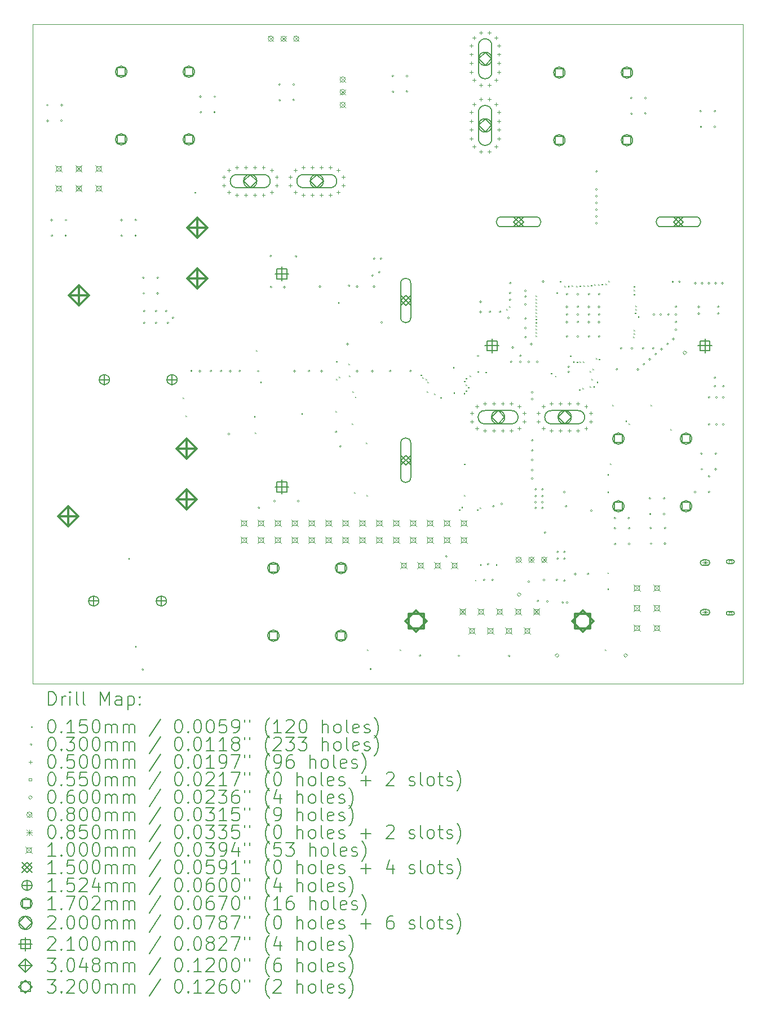
<source format=gbr>
%TF.GenerationSoftware,KiCad,Pcbnew,7.0.2*%
%TF.CreationDate,2023-11-12T14:42:55-07:00*%
%TF.ProjectId,Relay_Board_Lucy_V1,52656c61-795f-4426-9f61-72645f4c7563,V1.0*%
%TF.SameCoordinates,Original*%
%TF.FileFunction,Drillmap*%
%TF.FilePolarity,Positive*%
%FSLAX45Y45*%
G04 Gerber Fmt 4.5, Leading zero omitted, Abs format (unit mm)*
G04 Created by KiCad (PCBNEW 7.0.2) date 2023-11-12 14:42:55*
%MOMM*%
%LPD*%
G01*
G04 APERTURE LIST*
%ADD10C,0.100000*%
%ADD11C,0.200000*%
%ADD12C,0.015000*%
%ADD13C,0.030000*%
%ADD14C,0.050000*%
%ADD15C,0.055000*%
%ADD16C,0.060000*%
%ADD17C,0.080000*%
%ADD18C,0.085000*%
%ADD19C,0.150000*%
%ADD20C,0.152400*%
%ADD21C,0.170180*%
%ADD22C,0.210000*%
%ADD23C,0.304800*%
%ADD24C,0.320000*%
G04 APERTURE END LIST*
D10*
X19431000Y-15240000D02*
X8763000Y-15240000D01*
X8763000Y-5334000D02*
X8763000Y-15240000D01*
X8763000Y-5334000D02*
X19431000Y-5334000D01*
X19431000Y-5334000D02*
X19431000Y-15240000D01*
D11*
D12*
X10203300Y-13352900D02*
X10218300Y-13367900D01*
X10218300Y-13352900D02*
X10203300Y-13367900D01*
X10304900Y-14673700D02*
X10319900Y-14688700D01*
X10319900Y-14673700D02*
X10304900Y-14688700D01*
X11021180Y-10939900D02*
X11036180Y-10954900D01*
X11036180Y-10939900D02*
X11021180Y-10954900D01*
X11064360Y-11209140D02*
X11079360Y-11224140D01*
X11079360Y-11209140D02*
X11064360Y-11224140D01*
X11196440Y-7851260D02*
X11211440Y-7866260D01*
X11211440Y-7851260D02*
X11196440Y-7866260D01*
X12090520Y-11219300D02*
X12105520Y-11234300D01*
X12105520Y-11219300D02*
X12090520Y-11234300D01*
X12102000Y-11460600D02*
X12117000Y-11475600D01*
X12117000Y-11460600D02*
X12102000Y-11475600D01*
X12123540Y-10223620D02*
X12138540Y-10238620D01*
X12138540Y-10223620D02*
X12123540Y-10238620D01*
X12184500Y-10701140D02*
X12199500Y-10716140D01*
X12199500Y-10701140D02*
X12184500Y-10716140D01*
X12801720Y-11176120D02*
X12816720Y-11191120D01*
X12816720Y-11176120D02*
X12801720Y-11191120D01*
X13314800Y-11143100D02*
X13329800Y-11158100D01*
X13329800Y-11143100D02*
X13314800Y-11158100D01*
X13324960Y-10391260D02*
X13339960Y-10406260D01*
X13339960Y-10391260D02*
X13324960Y-10406260D01*
X13324960Y-10657960D02*
X13339960Y-10672960D01*
X13339960Y-10657960D02*
X13324960Y-10672960D01*
X13352900Y-9504800D02*
X13367900Y-9519800D01*
X13367900Y-9504800D02*
X13352900Y-9519800D01*
X13365600Y-10622400D02*
X13380600Y-10637400D01*
X13380600Y-10622400D02*
X13365600Y-10637400D01*
X13507840Y-10426820D02*
X13522840Y-10441820D01*
X13522840Y-10426820D02*
X13507840Y-10441820D01*
X13518000Y-10607160D02*
X13533000Y-10622160D01*
X13533000Y-10607160D02*
X13518000Y-10622160D01*
X13561180Y-11325980D02*
X13576180Y-11340980D01*
X13576180Y-11325980D02*
X13561180Y-11340980D01*
X13566260Y-10845920D02*
X13581260Y-10860920D01*
X13581260Y-10845920D02*
X13566260Y-10860920D01*
X13594200Y-12362300D02*
X13609200Y-12377300D01*
X13609200Y-12362300D02*
X13594200Y-12377300D01*
X13606900Y-10924660D02*
X13621900Y-10939660D01*
X13621900Y-10924660D02*
X13606900Y-10939660D01*
X13774540Y-11613000D02*
X13789540Y-11628000D01*
X13789540Y-11613000D02*
X13774540Y-11628000D01*
X13777080Y-12402940D02*
X13792080Y-12417940D01*
X13792080Y-12402940D02*
X13777080Y-12417940D01*
X13787240Y-14724500D02*
X13802240Y-14739500D01*
X13802240Y-14724500D02*
X13787240Y-14739500D01*
X14282540Y-14724500D02*
X14297540Y-14739500D01*
X14297540Y-14724500D02*
X14282540Y-14739500D01*
X14592420Y-10594460D02*
X14607420Y-10609460D01*
X14607420Y-10594460D02*
X14592420Y-10609460D01*
X14620360Y-10635100D02*
X14635360Y-10650100D01*
X14635360Y-10635100D02*
X14620360Y-10650100D01*
X14666080Y-10660500D02*
X14681080Y-10675500D01*
X14681080Y-10660500D02*
X14666080Y-10675500D01*
X14683860Y-10845920D02*
X14698860Y-10860920D01*
X14698860Y-10845920D02*
X14683860Y-10860920D01*
X14696560Y-10701140D02*
X14711560Y-10716140D01*
X14711560Y-10701140D02*
X14696560Y-10716140D01*
X14798160Y-10878940D02*
X14813160Y-10893940D01*
X14813160Y-10878940D02*
X14798160Y-10893940D01*
X14892140Y-10932280D02*
X14907140Y-10947280D01*
X14907140Y-10932280D02*
X14892140Y-10947280D01*
X15080100Y-10482700D02*
X15095100Y-10497700D01*
X15095100Y-10482700D02*
X15080100Y-10497700D01*
X15087720Y-10861160D02*
X15102720Y-10876160D01*
X15102720Y-10861160D02*
X15087720Y-10876160D01*
X15166460Y-12618840D02*
X15181460Y-12633840D01*
X15181460Y-12618840D02*
X15166460Y-12633840D01*
X15207100Y-12578200D02*
X15222100Y-12593200D01*
X15222100Y-12578200D02*
X15207100Y-12593200D01*
X15240120Y-10871320D02*
X15255120Y-10886320D01*
X15255120Y-10871320D02*
X15240120Y-10886320D01*
X15242660Y-10688440D02*
X15257660Y-10703440D01*
X15257660Y-10688440D02*
X15242660Y-10703440D01*
X15242660Y-11933040D02*
X15257660Y-11948040D01*
X15257660Y-11933040D02*
X15242660Y-11948040D01*
X15242660Y-12400400D02*
X15257660Y-12415400D01*
X15257660Y-12400400D02*
X15242660Y-12415400D01*
X15268060Y-10830680D02*
X15283060Y-10845680D01*
X15283060Y-10830680D02*
X15268060Y-10845680D01*
X15270600Y-10741780D02*
X15285600Y-10756780D01*
X15285600Y-10741780D02*
X15270600Y-10756780D01*
X15273140Y-10645260D02*
X15288140Y-10660260D01*
X15288140Y-10645260D02*
X15273140Y-10660260D01*
X15306160Y-10779880D02*
X15321160Y-10794880D01*
X15321160Y-10779880D02*
X15306160Y-10794880D01*
X15329020Y-10607160D02*
X15344020Y-10622160D01*
X15344020Y-10607160D02*
X15329020Y-10622160D01*
X15410300Y-13675480D02*
X15425300Y-13690480D01*
X15425300Y-13675480D02*
X15410300Y-13690480D01*
X15438240Y-12618840D02*
X15453240Y-12633840D01*
X15453240Y-12618840D02*
X15438240Y-12633840D01*
X15448400Y-10543660D02*
X15463400Y-10558660D01*
X15463400Y-10543660D02*
X15448400Y-10558660D01*
X15483960Y-12590900D02*
X15498960Y-12605900D01*
X15498960Y-12590900D02*
X15483960Y-12605900D01*
X15486500Y-13444340D02*
X15501500Y-13459340D01*
X15501500Y-13444340D02*
X15486500Y-13459340D01*
X15567780Y-10551280D02*
X15582780Y-10566280D01*
X15582780Y-10551280D02*
X15567780Y-10566280D01*
X15722720Y-13441800D02*
X15737720Y-13456800D01*
X15737720Y-13441800D02*
X15722720Y-13456800D01*
X15880200Y-9606400D02*
X15895200Y-9621400D01*
X15895200Y-9606400D02*
X15880200Y-9621400D01*
X15920840Y-9565760D02*
X15935840Y-9580760D01*
X15935840Y-9565760D02*
X15920840Y-9580760D01*
X16319620Y-9406800D02*
X16334620Y-9421800D01*
X16334620Y-9406800D02*
X16319620Y-9421800D01*
X16319620Y-9456800D02*
X16334620Y-9471800D01*
X16334620Y-9456800D02*
X16319620Y-9471800D01*
X16319620Y-9506800D02*
X16334620Y-9521800D01*
X16334620Y-9506800D02*
X16319620Y-9521800D01*
X16319620Y-9556800D02*
X16334620Y-9571800D01*
X16334620Y-9556800D02*
X16319620Y-9571800D01*
X16319620Y-9606800D02*
X16334620Y-9621800D01*
X16334620Y-9606800D02*
X16319620Y-9621800D01*
X16319620Y-9656800D02*
X16334620Y-9671800D01*
X16334620Y-9656800D02*
X16319620Y-9671800D01*
X16319620Y-9706800D02*
X16334620Y-9721800D01*
X16334620Y-9706800D02*
X16319620Y-9721800D01*
X16319620Y-9756800D02*
X16334620Y-9771800D01*
X16334620Y-9756800D02*
X16319620Y-9771800D01*
X16319620Y-9806800D02*
X16334620Y-9821800D01*
X16334620Y-9806800D02*
X16319620Y-9821800D01*
X16319620Y-9856800D02*
X16334620Y-9871800D01*
X16334620Y-9856800D02*
X16319620Y-9871800D01*
X16319620Y-9906800D02*
X16334620Y-9921800D01*
X16334620Y-9906800D02*
X16319620Y-9921800D01*
X16319620Y-9956800D02*
X16334620Y-9971800D01*
X16334620Y-9956800D02*
X16319620Y-9971800D01*
X16322160Y-10006800D02*
X16337160Y-10021800D01*
X16337160Y-10006800D02*
X16322160Y-10021800D01*
X16548220Y-10569060D02*
X16563220Y-10584060D01*
X16563220Y-10569060D02*
X16548220Y-10584060D01*
X16611720Y-10612240D02*
X16626720Y-10627240D01*
X16626720Y-10612240D02*
X16611720Y-10627240D01*
X16632040Y-9357480D02*
X16647040Y-9372480D01*
X16647040Y-9357480D02*
X16632040Y-9372480D01*
X16686300Y-9189840D02*
X16701300Y-9204840D01*
X16701300Y-9189840D02*
X16686300Y-9204840D01*
X16751420Y-9260960D02*
X16766420Y-9275960D01*
X16766420Y-9260960D02*
X16751420Y-9275960D01*
X16807300Y-9258420D02*
X16822300Y-9273420D01*
X16822300Y-9258420D02*
X16807300Y-9273420D01*
X16835240Y-10307440D02*
X16850240Y-10322440D01*
X16850240Y-10307440D02*
X16835240Y-10322440D01*
X16860640Y-9253340D02*
X16875640Y-9268340D01*
X16875640Y-9253340D02*
X16860640Y-9268340D01*
X16883500Y-10396340D02*
X16898500Y-10411340D01*
X16898500Y-10396340D02*
X16883500Y-10411340D01*
X16926680Y-9258420D02*
X16941680Y-9273420D01*
X16941680Y-9258420D02*
X16926680Y-9273420D01*
X16936300Y-10399420D02*
X16951300Y-10414420D01*
X16951300Y-10399420D02*
X16936300Y-10414420D01*
X16969860Y-10815440D02*
X16984860Y-10830440D01*
X16984860Y-10815440D02*
X16969860Y-10830440D01*
X16982560Y-9255880D02*
X16997560Y-9270880D01*
X16997560Y-9255880D02*
X16982560Y-9270880D01*
X16982560Y-10396340D02*
X16997560Y-10411340D01*
X16997560Y-10396340D02*
X16982560Y-10411340D01*
X17023200Y-10795120D02*
X17038200Y-10810120D01*
X17038200Y-10795120D02*
X17023200Y-10810120D01*
X17028280Y-10393800D02*
X17043280Y-10408800D01*
X17043280Y-10393800D02*
X17028280Y-10408800D01*
X17038440Y-9253340D02*
X17053440Y-9268340D01*
X17053440Y-9253340D02*
X17038440Y-9268340D01*
X17099400Y-9253340D02*
X17114400Y-9268340D01*
X17114400Y-9253340D02*
X17099400Y-9268340D01*
X17129880Y-10538580D02*
X17144880Y-10553580D01*
X17144880Y-10538580D02*
X17129880Y-10553580D01*
X17129880Y-10769720D02*
X17144880Y-10784720D01*
X17144880Y-10769720D02*
X17129880Y-10784720D01*
X17152740Y-9248260D02*
X17167740Y-9263260D01*
X17167740Y-9248260D02*
X17152740Y-9263260D01*
X17160360Y-10660500D02*
X17175360Y-10675500D01*
X17175360Y-10660500D02*
X17160360Y-10675500D01*
X17173060Y-10505560D02*
X17188060Y-10520560D01*
X17188060Y-10505560D02*
X17173060Y-10520560D01*
X17188300Y-10769720D02*
X17203300Y-10784720D01*
X17203300Y-10769720D02*
X17188300Y-10784720D01*
X17198460Y-9235560D02*
X17213460Y-9250560D01*
X17213460Y-9235560D02*
X17198460Y-9250560D01*
X17226400Y-10343000D02*
X17241400Y-10358000D01*
X17241400Y-10343000D02*
X17226400Y-10358000D01*
X17239100Y-10701140D02*
X17254100Y-10716140D01*
X17254100Y-10701140D02*
X17239100Y-10716140D01*
X17256880Y-9233020D02*
X17271880Y-9248020D01*
X17271880Y-9233020D02*
X17256880Y-9248020D01*
X17269580Y-10358240D02*
X17284580Y-10373240D01*
X17284580Y-10358240D02*
X17269580Y-10373240D01*
X17312760Y-9230480D02*
X17327760Y-9245480D01*
X17327760Y-9230480D02*
X17312760Y-9245480D01*
X17363560Y-14724500D02*
X17378560Y-14739500D01*
X17378560Y-14724500D02*
X17363560Y-14739500D01*
X17368640Y-9227940D02*
X17383640Y-9242940D01*
X17383640Y-9227940D02*
X17368640Y-9242940D01*
X17399120Y-12087980D02*
X17414120Y-12102980D01*
X17414120Y-12087980D02*
X17399120Y-12102980D01*
X17399120Y-12352140D02*
X17414120Y-12367140D01*
X17414120Y-12352140D02*
X17399120Y-12367140D01*
X17399120Y-13566260D02*
X17414120Y-13581260D01*
X17414120Y-13566260D02*
X17399120Y-13581260D01*
X17399120Y-13807560D02*
X17414120Y-13822560D01*
X17414120Y-13807560D02*
X17399120Y-13822560D01*
X17414360Y-9184760D02*
X17429360Y-9199760D01*
X17429360Y-9184760D02*
X17414360Y-9199760D01*
X17434680Y-11927960D02*
X17449680Y-11942960D01*
X17449680Y-11927960D02*
X17434680Y-11942960D01*
X17470240Y-11046580D02*
X17485240Y-11061580D01*
X17485240Y-11046580D02*
X17470240Y-11061580D01*
X17670900Y-11282800D02*
X17685900Y-11297800D01*
X17685900Y-11282800D02*
X17670900Y-11297800D01*
X17714080Y-11325980D02*
X17729080Y-11340980D01*
X17729080Y-11325980D02*
X17714080Y-11340980D01*
X17785200Y-10022960D02*
X17800200Y-10037960D01*
X17800200Y-10022960D02*
X17785200Y-10037960D01*
X17790280Y-9266040D02*
X17805280Y-9281040D01*
X17805280Y-9266040D02*
X17790280Y-9281040D01*
X17792820Y-9321920D02*
X17807820Y-9336920D01*
X17807820Y-9321920D02*
X17792820Y-9336920D01*
X17795360Y-9382880D02*
X17810360Y-9397880D01*
X17810360Y-9382880D02*
X17795360Y-9397880D01*
X17795360Y-9918820D02*
X17810360Y-9933820D01*
X17810360Y-9918820D02*
X17795360Y-9933820D01*
X17795360Y-9972160D02*
X17810360Y-9987160D01*
X17810360Y-9972160D02*
X17795360Y-9987160D01*
X17813140Y-9662280D02*
X17828140Y-9677280D01*
X17828140Y-9662280D02*
X17813140Y-9677280D01*
X17815680Y-9608940D02*
X17830680Y-9623940D01*
X17830680Y-9608940D02*
X17815680Y-9623940D01*
X17818220Y-9555600D02*
X17833220Y-9570600D01*
X17833220Y-9555600D02*
X17818220Y-9570600D01*
X17856320Y-9720700D02*
X17871320Y-9735700D01*
X17871320Y-9720700D02*
X17856320Y-9735700D01*
X18049360Y-11046580D02*
X18064360Y-11061580D01*
X18064360Y-11046580D02*
X18049360Y-11061580D01*
X18344000Y-11409800D02*
X18359000Y-11424800D01*
X18359000Y-11409800D02*
X18344000Y-11424800D01*
D13*
X9001520Y-6545580D02*
G75*
G03*
X9001520Y-6545580I-15000J0D01*
G01*
X9006600Y-6781800D02*
G75*
G03*
X9006600Y-6781800I-15000J0D01*
G01*
X9065020Y-8272780D02*
G75*
G03*
X9065020Y-8272780I-15000J0D01*
G01*
X9070100Y-8509000D02*
G75*
G03*
X9070100Y-8509000I-15000J0D01*
G01*
X9214880Y-6779260D02*
G75*
G03*
X9214880Y-6779260I-15000J0D01*
G01*
X9217420Y-6545580D02*
G75*
G03*
X9217420Y-6545580I-15000J0D01*
G01*
X9278380Y-8506460D02*
G75*
G03*
X9278380Y-8506460I-15000J0D01*
G01*
X9280920Y-8272780D02*
G75*
G03*
X9280920Y-8272780I-15000J0D01*
G01*
X10114040Y-8272780D02*
G75*
G03*
X10114040Y-8272780I-15000J0D01*
G01*
X10119120Y-8509000D02*
G75*
G03*
X10119120Y-8509000I-15000J0D01*
G01*
X10327400Y-8506460D02*
G75*
G03*
X10327400Y-8506460I-15000J0D01*
G01*
X10329940Y-8272780D02*
G75*
G03*
X10329940Y-8272780I-15000J0D01*
G01*
X10434080Y-15024100D02*
G75*
G03*
X10434080Y-15024100I-15000J0D01*
G01*
X10444240Y-9138920D02*
G75*
G03*
X10444240Y-9138920I-15000J0D01*
G01*
X10449320Y-9375140D02*
G75*
G03*
X10449320Y-9375140I-15000J0D01*
G01*
X10454400Y-9639300D02*
G75*
G03*
X10454400Y-9639300I-15000J0D01*
G01*
X10454400Y-9817100D02*
G75*
G03*
X10454400Y-9817100I-15000J0D01*
G01*
X10632200Y-9639300D02*
G75*
G03*
X10632200Y-9639300I-15000J0D01*
G01*
X10632200Y-9817100D02*
G75*
G03*
X10632200Y-9817100I-15000J0D01*
G01*
X10657600Y-9372600D02*
G75*
G03*
X10657600Y-9372600I-15000J0D01*
G01*
X10660140Y-9138920D02*
G75*
G03*
X10660140Y-9138920I-15000J0D01*
G01*
X10784600Y-9639300D02*
G75*
G03*
X10784600Y-9639300I-15000J0D01*
G01*
X10810000Y-9817100D02*
G75*
G03*
X10810000Y-9817100I-15000J0D01*
G01*
X10886200Y-9740900D02*
G75*
G03*
X10886200Y-9740900I-15000J0D01*
G01*
X11165000Y-10540000D02*
G75*
G03*
X11165000Y-10540000I-15000J0D01*
G01*
X11292600Y-10541000D02*
G75*
G03*
X11292600Y-10541000I-15000J0D01*
G01*
X11300220Y-6418580D02*
G75*
G03*
X11300220Y-6418580I-15000J0D01*
G01*
X11305300Y-6654800D02*
G75*
G03*
X11305300Y-6654800I-15000J0D01*
G01*
X11457700Y-10541000D02*
G75*
G03*
X11457700Y-10541000I-15000J0D01*
G01*
X11513580Y-6652260D02*
G75*
G03*
X11513580Y-6652260I-15000J0D01*
G01*
X11516120Y-6418580D02*
G75*
G03*
X11516120Y-6418580I-15000J0D01*
G01*
X11610100Y-10541000D02*
G75*
G03*
X11610100Y-10541000I-15000J0D01*
G01*
X11726940Y-11485880D02*
G75*
G03*
X11726940Y-11485880I-15000J0D01*
G01*
X11749800Y-10541000D02*
G75*
G03*
X11749800Y-10541000I-15000J0D01*
G01*
X11889500Y-10541000D02*
G75*
G03*
X11889500Y-10541000I-15000J0D01*
G01*
X12168900Y-10543540D02*
G75*
G03*
X12168900Y-10543540I-15000J0D01*
G01*
X12179060Y-12593320D02*
G75*
G03*
X12179060Y-12593320I-15000J0D01*
G01*
X12356860Y-8813800D02*
G75*
G03*
X12356860Y-8813800I-15000J0D01*
G01*
X12361940Y-9278620D02*
G75*
G03*
X12361940Y-9278620I-15000J0D01*
G01*
X12415280Y-12494260D02*
G75*
G03*
X12415280Y-12494260I-15000J0D01*
G01*
X12486400Y-6235700D02*
G75*
G03*
X12486400Y-6235700I-15000J0D01*
G01*
X12491480Y-6471920D02*
G75*
G03*
X12491480Y-6471920I-15000J0D01*
G01*
X12560060Y-9281160D02*
G75*
G03*
X12560060Y-9281160I-15000J0D01*
G01*
X12699760Y-6469380D02*
G75*
G03*
X12699760Y-6469380I-15000J0D01*
G01*
X12702300Y-6235700D02*
G75*
G03*
X12702300Y-6235700I-15000J0D01*
G01*
X12715000Y-10541000D02*
G75*
G03*
X12715000Y-10541000I-15000J0D01*
G01*
X12737860Y-8818880D02*
G75*
G03*
X12737860Y-8818880I-15000J0D01*
G01*
X12768340Y-12494260D02*
G75*
G03*
X12768340Y-12494260I-15000J0D01*
G01*
X12930900Y-10541000D02*
G75*
G03*
X12930900Y-10541000I-15000J0D01*
G01*
X13096000Y-9271000D02*
G75*
G03*
X13096000Y-9271000I-15000J0D01*
G01*
X13121400Y-10541000D02*
G75*
G03*
X13121400Y-10541000I-15000J0D01*
G01*
X13337300Y-11455400D02*
G75*
G03*
X13337300Y-11455400I-15000J0D01*
G01*
X13403340Y-11671300D02*
G75*
G03*
X13403340Y-11671300I-15000J0D01*
G01*
X13510020Y-10137140D02*
G75*
G03*
X13510020Y-10137140I-15000J0D01*
G01*
X13532880Y-9258300D02*
G75*
G03*
X13532880Y-9258300I-15000J0D01*
G01*
X13654800Y-9271000D02*
G75*
G03*
X13654800Y-9271000I-15000J0D01*
G01*
X13654800Y-10541000D02*
G75*
G03*
X13654800Y-10541000I-15000J0D01*
G01*
X13858000Y-15016480D02*
G75*
G03*
X13858000Y-15016480I-15000J0D01*
G01*
X13883400Y-9105900D02*
G75*
G03*
X13883400Y-9105900I-15000J0D01*
G01*
X13883400Y-10541000D02*
G75*
G03*
X13883400Y-10541000I-15000J0D01*
G01*
X13908800Y-8851900D02*
G75*
G03*
X13908800Y-8851900I-15000J0D01*
G01*
X13908800Y-9271000D02*
G75*
G03*
X13908800Y-9271000I-15000J0D01*
G01*
X13985000Y-9055100D02*
G75*
G03*
X13985000Y-9055100I-15000J0D01*
G01*
X14010400Y-8851900D02*
G75*
G03*
X14010400Y-8851900I-15000J0D01*
G01*
X14023100Y-9809480D02*
G75*
G03*
X14023100Y-9809480I-15000J0D01*
G01*
X14150100Y-10541000D02*
G75*
G03*
X14150100Y-10541000I-15000J0D01*
G01*
X14188200Y-6108700D02*
G75*
G03*
X14188200Y-6108700I-15000J0D01*
G01*
X14193280Y-6344920D02*
G75*
G03*
X14193280Y-6344920I-15000J0D01*
G01*
X14401560Y-6342380D02*
G75*
G03*
X14401560Y-6342380I-15000J0D01*
G01*
X14404100Y-6108700D02*
G75*
G03*
X14404100Y-6108700I-15000J0D01*
G01*
X14454900Y-10541000D02*
G75*
G03*
X14454900Y-10541000I-15000J0D01*
G01*
X14602220Y-14815820D02*
G75*
G03*
X14602220Y-14815820I-15000J0D01*
G01*
X14993380Y-13324840D02*
G75*
G03*
X14993380Y-13324840I-15000J0D01*
G01*
X15183880Y-14818360D02*
G75*
G03*
X15183880Y-14818360I-15000J0D01*
G01*
X15470900Y-10314940D02*
G75*
G03*
X15470900Y-10314940I-15000J0D01*
G01*
X15509000Y-9499600D02*
G75*
G03*
X15509000Y-9499600I-15000J0D01*
G01*
X15509000Y-9652000D02*
G75*
G03*
X15509000Y-9652000I-15000J0D01*
G01*
X15559800Y-13677900D02*
G75*
G03*
X15559800Y-13677900I-15000J0D01*
G01*
X15620760Y-13439140D02*
G75*
G03*
X15620760Y-13439140I-15000J0D01*
G01*
X15648700Y-9652000D02*
G75*
G03*
X15648700Y-9652000I-15000J0D01*
G01*
X15686800Y-13677900D02*
G75*
G03*
X15686800Y-13677900I-15000J0D01*
G01*
X15699500Y-12573000D02*
G75*
G03*
X15699500Y-12573000I-15000J0D01*
G01*
X15801100Y-9652000D02*
G75*
G03*
X15801100Y-9652000I-15000J0D01*
G01*
X15826500Y-12534900D02*
G75*
G03*
X15826500Y-12534900I-15000J0D01*
G01*
X15928100Y-9740900D02*
G75*
G03*
X15928100Y-9740900I-15000J0D01*
G01*
X15938260Y-14820900D02*
G75*
G03*
X15938260Y-14820900I-15000J0D01*
G01*
X15950960Y-9367520D02*
G75*
G03*
X15950960Y-9367520I-15000J0D01*
G01*
X15950960Y-9469120D02*
G75*
G03*
X15950960Y-9469120I-15000J0D01*
G01*
X15953500Y-9220200D02*
G75*
G03*
X15953500Y-9220200I-15000J0D01*
G01*
X15966200Y-10401300D02*
G75*
G03*
X15966200Y-10401300I-15000J0D01*
G01*
X15991600Y-10185400D02*
G75*
G03*
X15991600Y-10185400I-15000J0D01*
G01*
X16105900Y-10312400D02*
G75*
G03*
X16105900Y-10312400I-15000J0D01*
G01*
X16105900Y-10401300D02*
G75*
G03*
X16105900Y-10401300I-15000J0D01*
G01*
X16182100Y-9334500D02*
G75*
G03*
X16182100Y-9334500I-15000J0D01*
G01*
X16182100Y-9423400D02*
G75*
G03*
X16182100Y-9423400I-15000J0D01*
G01*
X16182100Y-9537700D02*
G75*
G03*
X16182100Y-9537700I-15000J0D01*
G01*
X16182100Y-9753600D02*
G75*
G03*
X16182100Y-9753600I-15000J0D01*
G01*
X16182100Y-9893300D02*
G75*
G03*
X16182100Y-9893300I-15000J0D01*
G01*
X16182100Y-10033000D02*
G75*
G03*
X16182100Y-10033000I-15000J0D01*
G01*
X16232900Y-10401300D02*
G75*
G03*
X16232900Y-10401300I-15000J0D01*
G01*
X16232900Y-13703300D02*
G75*
G03*
X16232900Y-13703300I-15000J0D01*
G01*
X16271000Y-10134600D02*
G75*
G03*
X16271000Y-10134600I-15000J0D01*
G01*
X16283700Y-10858500D02*
G75*
G03*
X16283700Y-10858500I-15000J0D01*
G01*
X16283700Y-10960100D02*
G75*
G03*
X16283700Y-10960100I-15000J0D01*
G01*
X16283700Y-11582400D02*
G75*
G03*
X16283700Y-11582400I-15000J0D01*
G01*
X16283700Y-11734800D02*
G75*
G03*
X16283700Y-11734800I-15000J0D01*
G01*
X16283700Y-11874500D02*
G75*
G03*
X16283700Y-11874500I-15000J0D01*
G01*
X16283700Y-12026900D02*
G75*
G03*
X16283700Y-12026900I-15000J0D01*
G01*
X16283700Y-12153900D02*
G75*
G03*
X16283700Y-12153900I-15000J0D01*
G01*
X16334500Y-12319000D02*
G75*
G03*
X16334500Y-12319000I-15000J0D01*
G01*
X16334500Y-12420600D02*
G75*
G03*
X16334500Y-12420600I-15000J0D01*
G01*
X16334500Y-12509500D02*
G75*
G03*
X16334500Y-12509500I-15000J0D01*
G01*
X16334500Y-12598400D02*
G75*
G03*
X16334500Y-12598400I-15000J0D01*
G01*
X16359900Y-10401300D02*
G75*
G03*
X16359900Y-10401300I-15000J0D01*
G01*
X16370060Y-13995400D02*
G75*
G03*
X16370060Y-13995400I-15000J0D01*
G01*
X16436100Y-12319000D02*
G75*
G03*
X16436100Y-12319000I-15000J0D01*
G01*
X16436100Y-12420600D02*
G75*
G03*
X16436100Y-12420600I-15000J0D01*
G01*
X16436100Y-12509500D02*
G75*
G03*
X16436100Y-12509500I-15000J0D01*
G01*
X16436100Y-12598400D02*
G75*
G03*
X16436100Y-12598400I-15000J0D01*
G01*
X16448800Y-9194800D02*
G75*
G03*
X16448800Y-9194800I-15000J0D01*
G01*
X16461500Y-13677900D02*
G75*
G03*
X16461500Y-13677900I-15000J0D01*
G01*
X16474200Y-12966700D02*
G75*
G03*
X16474200Y-12966700I-15000J0D01*
G01*
X16511981Y-13999413D02*
G75*
G03*
X16511981Y-13999413I-15000J0D01*
G01*
X16652000Y-13677900D02*
G75*
G03*
X16652000Y-13677900I-15000J0D01*
G01*
X16664700Y-13258800D02*
G75*
G03*
X16664700Y-13258800I-15000J0D01*
G01*
X16664700Y-13360400D02*
G75*
G03*
X16664700Y-13360400I-15000J0D01*
G01*
X16740900Y-14015720D02*
G75*
G03*
X16740900Y-14015720I-15000J0D01*
G01*
X16766300Y-12357100D02*
G75*
G03*
X16766300Y-12357100I-15000J0D01*
G01*
X16766300Y-13258800D02*
G75*
G03*
X16766300Y-13258800I-15000J0D01*
G01*
X16766300Y-13360400D02*
G75*
G03*
X16766300Y-13360400I-15000J0D01*
G01*
X16766300Y-13690600D02*
G75*
G03*
X16766300Y-13690600I-15000J0D01*
G01*
X16791700Y-12573000D02*
G75*
G03*
X16791700Y-12573000I-15000J0D01*
G01*
X16804400Y-9385300D02*
G75*
G03*
X16804400Y-9385300I-15000J0D01*
G01*
X16804400Y-9575800D02*
G75*
G03*
X16804400Y-9575800I-15000J0D01*
G01*
X16804400Y-9690100D02*
G75*
G03*
X16804400Y-9690100I-15000J0D01*
G01*
X16804400Y-9804400D02*
G75*
G03*
X16804400Y-9804400I-15000J0D01*
G01*
X16804400Y-10020300D02*
G75*
G03*
X16804400Y-10020300I-15000J0D01*
G01*
X16806940Y-14018260D02*
G75*
G03*
X16806940Y-14018260I-15000J0D01*
G01*
X16829800Y-10477500D02*
G75*
G03*
X16829800Y-10477500I-15000J0D01*
G01*
X16829800Y-10553700D02*
G75*
G03*
X16829800Y-10553700I-15000J0D01*
G01*
X16931400Y-13589000D02*
G75*
G03*
X16931400Y-13589000I-15000J0D01*
G01*
X16969500Y-9385300D02*
G75*
G03*
X16969500Y-9385300I-15000J0D01*
G01*
X16969500Y-9575800D02*
G75*
G03*
X16969500Y-9575800I-15000J0D01*
G01*
X16969500Y-9690100D02*
G75*
G03*
X16969500Y-9690100I-15000J0D01*
G01*
X16969500Y-9804400D02*
G75*
G03*
X16969500Y-9804400I-15000J0D01*
G01*
X16969500Y-10020300D02*
G75*
G03*
X16969500Y-10020300I-15000J0D01*
G01*
X17121900Y-13589000D02*
G75*
G03*
X17121900Y-13589000I-15000J0D01*
G01*
X17134600Y-9385300D02*
G75*
G03*
X17134600Y-9385300I-15000J0D01*
G01*
X17134600Y-9575800D02*
G75*
G03*
X17134600Y-9575800I-15000J0D01*
G01*
X17134600Y-9690100D02*
G75*
G03*
X17134600Y-9690100I-15000J0D01*
G01*
X17134600Y-9804400D02*
G75*
G03*
X17134600Y-9804400I-15000J0D01*
G01*
X17134600Y-10020300D02*
G75*
G03*
X17134600Y-10020300I-15000J0D01*
G01*
X17172700Y-12636500D02*
G75*
G03*
X17172700Y-12636500I-15000J0D01*
G01*
X17248900Y-7543800D02*
G75*
G03*
X17248900Y-7543800I-15000J0D01*
G01*
X17248900Y-7810500D02*
G75*
G03*
X17248900Y-7810500I-15000J0D01*
G01*
X17248900Y-7912100D02*
G75*
G03*
X17248900Y-7912100I-15000J0D01*
G01*
X17248900Y-8013700D02*
G75*
G03*
X17248900Y-8013700I-15000J0D01*
G01*
X17248900Y-8115300D02*
G75*
G03*
X17248900Y-8115300I-15000J0D01*
G01*
X17248900Y-8216900D02*
G75*
G03*
X17248900Y-8216900I-15000J0D01*
G01*
X17248900Y-8318500D02*
G75*
G03*
X17248900Y-8318500I-15000J0D01*
G01*
X17287000Y-9385300D02*
G75*
G03*
X17287000Y-9385300I-15000J0D01*
G01*
X17287000Y-9575800D02*
G75*
G03*
X17287000Y-9575800I-15000J0D01*
G01*
X17287000Y-9690100D02*
G75*
G03*
X17287000Y-9690100I-15000J0D01*
G01*
X17287000Y-9804400D02*
G75*
G03*
X17287000Y-9804400I-15000J0D01*
G01*
X17287000Y-10020300D02*
G75*
G03*
X17287000Y-10020300I-15000J0D01*
G01*
X17525760Y-12750800D02*
G75*
G03*
X17525760Y-12750800I-15000J0D01*
G01*
X17525760Y-12903200D02*
G75*
G03*
X17525760Y-12903200I-15000J0D01*
G01*
X17530840Y-13139420D02*
G75*
G03*
X17530840Y-13139420I-15000J0D01*
G01*
X17553700Y-10515600D02*
G75*
G03*
X17553700Y-10515600I-15000J0D01*
G01*
X17617200Y-10198100D02*
G75*
G03*
X17617200Y-10198100I-15000J0D01*
G01*
X17731500Y-12750800D02*
G75*
G03*
X17731500Y-12750800I-15000J0D01*
G01*
X17739120Y-13136880D02*
G75*
G03*
X17739120Y-13136880I-15000J0D01*
G01*
X17741660Y-12903200D02*
G75*
G03*
X17741660Y-12903200I-15000J0D01*
G01*
X17769600Y-6438900D02*
G75*
G03*
X17769600Y-6438900I-15000J0D01*
G01*
X17774680Y-6675120D02*
G75*
G03*
X17774680Y-6675120I-15000J0D01*
G01*
X17782300Y-10198100D02*
G75*
G03*
X17782300Y-10198100I-15000J0D01*
G01*
X17871200Y-10515600D02*
G75*
G03*
X17871200Y-10515600I-15000J0D01*
G01*
X17947400Y-10198100D02*
G75*
G03*
X17947400Y-10198100I-15000J0D01*
G01*
X17960100Y-10439400D02*
G75*
G03*
X17960100Y-10439400I-15000J0D01*
G01*
X17982960Y-6672580D02*
G75*
G03*
X17982960Y-6672580I-15000J0D01*
G01*
X17985500Y-6438900D02*
G75*
G03*
X17985500Y-6438900I-15000J0D01*
G01*
X18049000Y-10363200D02*
G75*
G03*
X18049000Y-10363200I-15000J0D01*
G01*
X18051540Y-12453620D02*
G75*
G03*
X18051540Y-12453620I-15000J0D01*
G01*
X18056620Y-12689840D02*
G75*
G03*
X18056620Y-12689840I-15000J0D01*
G01*
X18064240Y-12898120D02*
G75*
G03*
X18064240Y-12898120I-15000J0D01*
G01*
X18069320Y-13134340D02*
G75*
G03*
X18069320Y-13134340I-15000J0D01*
G01*
X18099800Y-10198100D02*
G75*
G03*
X18099800Y-10198100I-15000J0D01*
G01*
X18112500Y-9690100D02*
G75*
G03*
X18112500Y-9690100I-15000J0D01*
G01*
X18137900Y-10287000D02*
G75*
G03*
X18137900Y-10287000I-15000J0D01*
G01*
X18214100Y-9690100D02*
G75*
G03*
X18214100Y-9690100I-15000J0D01*
G01*
X18226800Y-10210800D02*
G75*
G03*
X18226800Y-10210800I-15000J0D01*
G01*
X18264900Y-12687300D02*
G75*
G03*
X18264900Y-12687300I-15000J0D01*
G01*
X18267440Y-12453620D02*
G75*
G03*
X18267440Y-12453620I-15000J0D01*
G01*
X18277600Y-13131800D02*
G75*
G03*
X18277600Y-13131800I-15000J0D01*
G01*
X18280140Y-12898120D02*
G75*
G03*
X18280140Y-12898120I-15000J0D01*
G01*
X18315700Y-10134600D02*
G75*
G03*
X18315700Y-10134600I-15000J0D01*
G01*
X18330940Y-9690100D02*
G75*
G03*
X18330940Y-9690100I-15000J0D01*
G01*
X18395000Y-9200000D02*
G75*
G03*
X18395000Y-9200000I-15000J0D01*
G01*
X18404600Y-10058400D02*
G75*
G03*
X18404600Y-10058400I-15000J0D01*
G01*
X18442700Y-9575800D02*
G75*
G03*
X18442700Y-9575800I-15000J0D01*
G01*
X18442700Y-9690100D02*
G75*
G03*
X18442700Y-9690100I-15000J0D01*
G01*
X18442700Y-9804400D02*
G75*
G03*
X18442700Y-9804400I-15000J0D01*
G01*
X18442700Y-9918700D02*
G75*
G03*
X18442700Y-9918700I-15000J0D01*
G01*
X18495000Y-9200000D02*
G75*
G03*
X18495000Y-9200000I-15000J0D01*
G01*
X18729720Y-12359640D02*
G75*
G03*
X18729720Y-12359640I-15000J0D01*
G01*
X18734800Y-9220200D02*
G75*
G03*
X18734800Y-9220200I-15000J0D01*
G01*
X18785600Y-9575800D02*
G75*
G03*
X18785600Y-9575800I-15000J0D01*
G01*
X18785600Y-9677400D02*
G75*
G03*
X18785600Y-9677400I-15000J0D01*
G01*
X18813540Y-6637020D02*
G75*
G03*
X18813540Y-6637020I-15000J0D01*
G01*
X18818620Y-6873240D02*
G75*
G03*
X18818620Y-6873240I-15000J0D01*
G01*
X18826240Y-11780520D02*
G75*
G03*
X18826240Y-11780520I-15000J0D01*
G01*
X18831320Y-12016740D02*
G75*
G03*
X18831320Y-12016740I-15000J0D01*
G01*
X18836400Y-9220200D02*
G75*
G03*
X18836400Y-9220200I-15000J0D01*
G01*
X18938000Y-9220200D02*
G75*
G03*
X18938000Y-9220200I-15000J0D01*
G01*
X18938000Y-10934700D02*
G75*
G03*
X18938000Y-10934700I-15000J0D01*
G01*
X18938000Y-11341100D02*
G75*
G03*
X18938000Y-11341100I-15000J0D01*
G01*
X18938000Y-12357100D02*
G75*
G03*
X18938000Y-12357100I-15000J0D01*
G01*
X18940540Y-12123420D02*
G75*
G03*
X18940540Y-12123420I-15000J0D01*
G01*
X19026900Y-6870700D02*
G75*
G03*
X19026900Y-6870700I-15000J0D01*
G01*
X19026900Y-10642600D02*
G75*
G03*
X19026900Y-10642600I-15000J0D01*
G01*
X19026900Y-10769600D02*
G75*
G03*
X19026900Y-10769600I-15000J0D01*
G01*
X19029440Y-6637020D02*
G75*
G03*
X19029440Y-6637020I-15000J0D01*
G01*
X19039600Y-9220200D02*
G75*
G03*
X19039600Y-9220200I-15000J0D01*
G01*
X19039600Y-12014200D02*
G75*
G03*
X19039600Y-12014200I-15000J0D01*
G01*
X19042140Y-11780520D02*
G75*
G03*
X19042140Y-11780520I-15000J0D01*
G01*
X19052300Y-10934700D02*
G75*
G03*
X19052300Y-10934700I-15000J0D01*
G01*
X19052300Y-11341100D02*
G75*
G03*
X19052300Y-11341100I-15000J0D01*
G01*
X19077700Y-9575800D02*
G75*
G03*
X19077700Y-9575800I-15000J0D01*
G01*
X19077700Y-9677400D02*
G75*
G03*
X19077700Y-9677400I-15000J0D01*
G01*
X19141200Y-9220200D02*
G75*
G03*
X19141200Y-9220200I-15000J0D01*
G01*
X19153900Y-10769600D02*
G75*
G03*
X19153900Y-10769600I-15000J0D01*
G01*
X19153900Y-10934700D02*
G75*
G03*
X19153900Y-10934700I-15000J0D01*
G01*
X19153900Y-11341100D02*
G75*
G03*
X19153900Y-11341100I-15000J0D01*
G01*
D14*
X11638900Y-7600500D02*
X11638900Y-7650500D01*
X11613900Y-7625500D02*
X11663900Y-7625500D01*
X11638900Y-7726500D02*
X11638900Y-7776500D01*
X11613900Y-7751500D02*
X11663900Y-7751500D01*
X11713900Y-7497500D02*
X11713900Y-7547500D01*
X11688900Y-7522500D02*
X11738900Y-7522500D01*
X11713900Y-7829500D02*
X11713900Y-7879500D01*
X11688900Y-7854500D02*
X11738900Y-7854500D01*
X11833900Y-7458500D02*
X11833900Y-7508500D01*
X11808900Y-7483500D02*
X11858900Y-7483500D01*
X11833900Y-7868500D02*
X11833900Y-7918500D01*
X11808900Y-7893500D02*
X11858900Y-7893500D01*
X11966900Y-7458500D02*
X11966900Y-7508500D01*
X11941900Y-7483500D02*
X11991900Y-7483500D01*
X11966900Y-7868500D02*
X11966900Y-7918500D01*
X11941900Y-7893500D02*
X11991900Y-7893500D01*
X12100900Y-7458500D02*
X12100900Y-7508500D01*
X12075900Y-7483500D02*
X12125900Y-7483500D01*
X12100900Y-7868500D02*
X12100900Y-7918500D01*
X12075900Y-7893500D02*
X12125900Y-7893500D01*
X12233900Y-7458500D02*
X12233900Y-7508500D01*
X12208900Y-7483500D02*
X12258900Y-7483500D01*
X12233900Y-7868500D02*
X12233900Y-7918500D01*
X12208900Y-7893500D02*
X12258900Y-7893500D01*
X12353900Y-7497500D02*
X12353900Y-7547500D01*
X12328900Y-7522500D02*
X12378900Y-7522500D01*
X12353900Y-7829500D02*
X12353900Y-7879500D01*
X12328900Y-7854500D02*
X12378900Y-7854500D01*
X12428900Y-7600500D02*
X12428900Y-7650500D01*
X12403900Y-7625500D02*
X12453900Y-7625500D01*
X12428900Y-7726500D02*
X12428900Y-7776500D01*
X12403900Y-7751500D02*
X12453900Y-7751500D01*
X12638900Y-7600500D02*
X12638900Y-7650500D01*
X12613900Y-7625500D02*
X12663900Y-7625500D01*
X12638900Y-7726500D02*
X12638900Y-7776500D01*
X12613900Y-7751500D02*
X12663900Y-7751500D01*
X12713900Y-7497500D02*
X12713900Y-7547500D01*
X12688900Y-7522500D02*
X12738900Y-7522500D01*
X12713900Y-7829500D02*
X12713900Y-7879500D01*
X12688900Y-7854500D02*
X12738900Y-7854500D01*
X12833900Y-7458500D02*
X12833900Y-7508500D01*
X12808900Y-7483500D02*
X12858900Y-7483500D01*
X12833900Y-7868500D02*
X12833900Y-7918500D01*
X12808900Y-7893500D02*
X12858900Y-7893500D01*
X12966900Y-7458500D02*
X12966900Y-7508500D01*
X12941900Y-7483500D02*
X12991900Y-7483500D01*
X12966900Y-7868500D02*
X12966900Y-7918500D01*
X12941900Y-7893500D02*
X12991900Y-7893500D01*
X13100900Y-7458500D02*
X13100900Y-7508500D01*
X13075900Y-7483500D02*
X13125900Y-7483500D01*
X13100900Y-7868500D02*
X13100900Y-7918500D01*
X13075900Y-7893500D02*
X13125900Y-7893500D01*
X13233900Y-7458500D02*
X13233900Y-7508500D01*
X13208900Y-7483500D02*
X13258900Y-7483500D01*
X13233900Y-7868500D02*
X13233900Y-7918500D01*
X13208900Y-7893500D02*
X13258900Y-7893500D01*
X13353900Y-7497500D02*
X13353900Y-7547500D01*
X13328900Y-7522500D02*
X13378900Y-7522500D01*
X13353900Y-7829500D02*
X13353900Y-7879500D01*
X13328900Y-7854500D02*
X13378900Y-7854500D01*
X13428900Y-7600500D02*
X13428900Y-7650500D01*
X13403900Y-7625500D02*
X13453900Y-7625500D01*
X13428900Y-7726500D02*
X13428900Y-7776500D01*
X13403900Y-7751500D02*
X13453900Y-7751500D01*
X15357500Y-5626000D02*
X15357500Y-5676000D01*
X15332500Y-5651000D02*
X15382500Y-5651000D01*
X15357500Y-5759000D02*
X15357500Y-5809000D01*
X15332500Y-5784000D02*
X15382500Y-5784000D01*
X15357500Y-5893000D02*
X15357500Y-5943000D01*
X15332500Y-5918000D02*
X15382500Y-5918000D01*
X15357500Y-6026000D02*
X15357500Y-6076000D01*
X15332500Y-6051000D02*
X15382500Y-6051000D01*
X15357500Y-6626000D02*
X15357500Y-6676000D01*
X15332500Y-6651000D02*
X15382500Y-6651000D01*
X15357500Y-6759000D02*
X15357500Y-6809000D01*
X15332500Y-6784000D02*
X15382500Y-6784000D01*
X15357500Y-6893000D02*
X15357500Y-6943000D01*
X15332500Y-6918000D02*
X15382500Y-6918000D01*
X15357500Y-7026000D02*
X15357500Y-7076000D01*
X15332500Y-7051000D02*
X15382500Y-7051000D01*
X15362000Y-11146500D02*
X15362000Y-11196500D01*
X15337000Y-11171500D02*
X15387000Y-11171500D01*
X15362000Y-11272500D02*
X15362000Y-11322500D01*
X15337000Y-11297500D02*
X15387000Y-11297500D01*
X15396500Y-5506000D02*
X15396500Y-5556000D01*
X15371500Y-5531000D02*
X15421500Y-5531000D01*
X15396500Y-6146000D02*
X15396500Y-6196000D01*
X15371500Y-6171000D02*
X15421500Y-6171000D01*
X15396500Y-6506000D02*
X15396500Y-6556000D01*
X15371500Y-6531000D02*
X15421500Y-6531000D01*
X15396500Y-7146000D02*
X15396500Y-7196000D01*
X15371500Y-7171000D02*
X15421500Y-7171000D01*
X15437000Y-11043500D02*
X15437000Y-11093500D01*
X15412000Y-11068500D02*
X15462000Y-11068500D01*
X15437000Y-11375500D02*
X15437000Y-11425500D01*
X15412000Y-11400500D02*
X15462000Y-11400500D01*
X15499500Y-5431000D02*
X15499500Y-5481000D01*
X15474500Y-5456000D02*
X15524500Y-5456000D01*
X15499500Y-6221000D02*
X15499500Y-6271000D01*
X15474500Y-6246000D02*
X15524500Y-6246000D01*
X15499500Y-6431000D02*
X15499500Y-6481000D01*
X15474500Y-6456000D02*
X15524500Y-6456000D01*
X15499500Y-7221000D02*
X15499500Y-7271000D01*
X15474500Y-7246000D02*
X15524500Y-7246000D01*
X15557000Y-11004500D02*
X15557000Y-11054500D01*
X15532000Y-11029500D02*
X15582000Y-11029500D01*
X15557000Y-11414500D02*
X15557000Y-11464500D01*
X15532000Y-11439500D02*
X15582000Y-11439500D01*
X15625500Y-5431000D02*
X15625500Y-5481000D01*
X15600500Y-5456000D02*
X15650500Y-5456000D01*
X15625500Y-6221000D02*
X15625500Y-6271000D01*
X15600500Y-6246000D02*
X15650500Y-6246000D01*
X15625500Y-6431000D02*
X15625500Y-6481000D01*
X15600500Y-6456000D02*
X15650500Y-6456000D01*
X15625500Y-7221000D02*
X15625500Y-7271000D01*
X15600500Y-7246000D02*
X15650500Y-7246000D01*
X15690000Y-11004500D02*
X15690000Y-11054500D01*
X15665000Y-11029500D02*
X15715000Y-11029500D01*
X15690000Y-11414500D02*
X15690000Y-11464500D01*
X15665000Y-11439500D02*
X15715000Y-11439500D01*
X15728500Y-5506000D02*
X15728500Y-5556000D01*
X15703500Y-5531000D02*
X15753500Y-5531000D01*
X15728500Y-6146000D02*
X15728500Y-6196000D01*
X15703500Y-6171000D02*
X15753500Y-6171000D01*
X15728500Y-6506000D02*
X15728500Y-6556000D01*
X15703500Y-6531000D02*
X15753500Y-6531000D01*
X15728500Y-7146000D02*
X15728500Y-7196000D01*
X15703500Y-7171000D02*
X15753500Y-7171000D01*
X15767500Y-5626000D02*
X15767500Y-5676000D01*
X15742500Y-5651000D02*
X15792500Y-5651000D01*
X15767500Y-5759000D02*
X15767500Y-5809000D01*
X15742500Y-5784000D02*
X15792500Y-5784000D01*
X15767500Y-5893000D02*
X15767500Y-5943000D01*
X15742500Y-5918000D02*
X15792500Y-5918000D01*
X15767500Y-6026000D02*
X15767500Y-6076000D01*
X15742500Y-6051000D02*
X15792500Y-6051000D01*
X15767500Y-6626000D02*
X15767500Y-6676000D01*
X15742500Y-6651000D02*
X15792500Y-6651000D01*
X15767500Y-6759000D02*
X15767500Y-6809000D01*
X15742500Y-6784000D02*
X15792500Y-6784000D01*
X15767500Y-6893000D02*
X15767500Y-6943000D01*
X15742500Y-6918000D02*
X15792500Y-6918000D01*
X15767500Y-7026000D02*
X15767500Y-7076000D01*
X15742500Y-7051000D02*
X15792500Y-7051000D01*
X15824000Y-11004500D02*
X15824000Y-11054500D01*
X15799000Y-11029500D02*
X15849000Y-11029500D01*
X15824000Y-11414500D02*
X15824000Y-11464500D01*
X15799000Y-11439500D02*
X15849000Y-11439500D01*
X15957000Y-11004500D02*
X15957000Y-11054500D01*
X15932000Y-11029500D02*
X15982000Y-11029500D01*
X15957000Y-11414500D02*
X15957000Y-11464500D01*
X15932000Y-11439500D02*
X15982000Y-11439500D01*
X16077000Y-11043500D02*
X16077000Y-11093500D01*
X16052000Y-11068500D02*
X16102000Y-11068500D01*
X16077000Y-11375500D02*
X16077000Y-11425500D01*
X16052000Y-11400500D02*
X16102000Y-11400500D01*
X16152000Y-11146500D02*
X16152000Y-11196500D01*
X16127000Y-11171500D02*
X16177000Y-11171500D01*
X16152000Y-11272500D02*
X16152000Y-11322500D01*
X16127000Y-11297500D02*
X16177000Y-11297500D01*
X16362000Y-11146500D02*
X16362000Y-11196500D01*
X16337000Y-11171500D02*
X16387000Y-11171500D01*
X16362000Y-11272500D02*
X16362000Y-11322500D01*
X16337000Y-11297500D02*
X16387000Y-11297500D01*
X16437000Y-11043500D02*
X16437000Y-11093500D01*
X16412000Y-11068500D02*
X16462000Y-11068500D01*
X16437000Y-11375500D02*
X16437000Y-11425500D01*
X16412000Y-11400500D02*
X16462000Y-11400500D01*
X16557000Y-11004500D02*
X16557000Y-11054500D01*
X16532000Y-11029500D02*
X16582000Y-11029500D01*
X16557000Y-11414500D02*
X16557000Y-11464500D01*
X16532000Y-11439500D02*
X16582000Y-11439500D01*
X16690000Y-11004500D02*
X16690000Y-11054500D01*
X16665000Y-11029500D02*
X16715000Y-11029500D01*
X16690000Y-11414500D02*
X16690000Y-11464500D01*
X16665000Y-11439500D02*
X16715000Y-11439500D01*
X16824000Y-11004500D02*
X16824000Y-11054500D01*
X16799000Y-11029500D02*
X16849000Y-11029500D01*
X16824000Y-11414500D02*
X16824000Y-11464500D01*
X16799000Y-11439500D02*
X16849000Y-11439500D01*
X16957000Y-11004500D02*
X16957000Y-11054500D01*
X16932000Y-11029500D02*
X16982000Y-11029500D01*
X16957000Y-11414500D02*
X16957000Y-11464500D01*
X16932000Y-11439500D02*
X16982000Y-11439500D01*
X17077000Y-11043500D02*
X17077000Y-11093500D01*
X17052000Y-11068500D02*
X17102000Y-11068500D01*
X17077000Y-11375500D02*
X17077000Y-11425500D01*
X17052000Y-11400500D02*
X17102000Y-11400500D01*
X17152000Y-11146500D02*
X17152000Y-11196500D01*
X17127000Y-11171500D02*
X17177000Y-11171500D01*
X17152000Y-11272500D02*
X17152000Y-11322500D01*
X17127000Y-11297500D02*
X17177000Y-11297500D01*
D15*
X19264446Y-13424146D02*
X19264446Y-13385254D01*
X19225554Y-13385254D01*
X19225554Y-13424146D01*
X19264446Y-13424146D01*
D11*
X19212500Y-13432200D02*
X19277500Y-13432200D01*
X19277500Y-13432200D02*
G75*
G03*
X19277500Y-13377200I0J27500D01*
G01*
X19277500Y-13377200D02*
X19212500Y-13377200D01*
X19212500Y-13377200D02*
G75*
G03*
X19212500Y-13432200I0J-27500D01*
G01*
D15*
X19264446Y-14199146D02*
X19264446Y-14160254D01*
X19225554Y-14160254D01*
X19225554Y-14199146D01*
X19264446Y-14199146D01*
D11*
X19212500Y-14207200D02*
X19277500Y-14207200D01*
X19277500Y-14207200D02*
G75*
G03*
X19277500Y-14152200I0J27500D01*
G01*
X19277500Y-14152200D02*
X19212500Y-14152200D01*
X19212500Y-14152200D02*
G75*
G03*
X19212500Y-14207200I0J-27500D01*
G01*
D16*
X16065500Y-13923800D02*
X16095500Y-13893800D01*
X16065500Y-13863800D01*
X16035500Y-13893800D01*
X16065500Y-13923800D01*
X16637000Y-14838200D02*
X16667000Y-14808200D01*
X16637000Y-14778200D01*
X16607000Y-14808200D01*
X16637000Y-14838200D01*
X17665700Y-14838200D02*
X17695700Y-14808200D01*
X17665700Y-14778200D01*
X17635700Y-14808200D01*
X17665700Y-14838200D01*
X18554700Y-10291600D02*
X18584700Y-10261600D01*
X18554700Y-10231600D01*
X18524700Y-10261600D01*
X18554700Y-10291600D01*
D17*
X12302900Y-5508500D02*
X12382900Y-5588500D01*
X12382900Y-5508500D02*
X12302900Y-5588500D01*
X12382900Y-5548500D02*
G75*
G03*
X12382900Y-5548500I-40000J0D01*
G01*
X12493900Y-5508500D02*
X12573900Y-5588500D01*
X12573900Y-5508500D02*
X12493900Y-5588500D01*
X12573900Y-5548500D02*
G75*
G03*
X12573900Y-5548500I-40000J0D01*
G01*
X12684900Y-5508500D02*
X12764900Y-5588500D01*
X12764900Y-5508500D02*
X12684900Y-5588500D01*
X12764900Y-5548500D02*
G75*
G03*
X12764900Y-5548500I-40000J0D01*
G01*
X13382500Y-6120000D02*
X13462500Y-6200000D01*
X13462500Y-6120000D02*
X13382500Y-6200000D01*
X13462500Y-6160000D02*
G75*
G03*
X13462500Y-6160000I-40000J0D01*
G01*
X13382500Y-6311000D02*
X13462500Y-6391000D01*
X13462500Y-6311000D02*
X13382500Y-6391000D01*
X13462500Y-6351000D02*
G75*
G03*
X13462500Y-6351000I-40000J0D01*
G01*
X13382500Y-6502000D02*
X13462500Y-6582000D01*
X13462500Y-6502000D02*
X13382500Y-6582000D01*
X13462500Y-6542000D02*
G75*
G03*
X13462500Y-6542000I-40000J0D01*
G01*
X16026000Y-13334500D02*
X16106000Y-13414500D01*
X16106000Y-13334500D02*
X16026000Y-13414500D01*
X16106000Y-13374500D02*
G75*
G03*
X16106000Y-13374500I-40000J0D01*
G01*
X16217000Y-13334500D02*
X16297000Y-13414500D01*
X16297000Y-13334500D02*
X16217000Y-13414500D01*
X16297000Y-13374500D02*
G75*
G03*
X16297000Y-13374500I-40000J0D01*
G01*
X16408000Y-13334500D02*
X16488000Y-13414500D01*
X16488000Y-13334500D02*
X16408000Y-13414500D01*
X16488000Y-13374500D02*
G75*
G03*
X16488000Y-13374500I-40000J0D01*
G01*
D18*
X18822500Y-13377200D02*
X18907500Y-13462200D01*
X18907500Y-13377200D02*
X18822500Y-13462200D01*
X18865000Y-13377200D02*
X18865000Y-13462200D01*
X18822500Y-13419700D02*
X18907500Y-13419700D01*
D11*
X18837500Y-13462200D02*
X18892500Y-13462200D01*
X18892500Y-13462200D02*
G75*
G03*
X18892500Y-13377200I0J42500D01*
G01*
X18892500Y-13377200D02*
X18837500Y-13377200D01*
X18837500Y-13377200D02*
G75*
G03*
X18837500Y-13462200I0J-42500D01*
G01*
D18*
X18822500Y-14122200D02*
X18907500Y-14207200D01*
X18907500Y-14122200D02*
X18822500Y-14207200D01*
X18865000Y-14122200D02*
X18865000Y-14207200D01*
X18822500Y-14164700D02*
X18907500Y-14164700D01*
D11*
X18837500Y-14207200D02*
X18892500Y-14207200D01*
X18892500Y-14207200D02*
G75*
G03*
X18892500Y-14122200I0J42500D01*
G01*
X18892500Y-14122200D02*
X18837500Y-14122200D01*
X18837500Y-14122200D02*
G75*
G03*
X18837500Y-14207200I0J-42500D01*
G01*
D10*
X9106700Y-7447800D02*
X9206700Y-7547800D01*
X9206700Y-7447800D02*
X9106700Y-7547800D01*
X9192056Y-7533156D02*
X9192056Y-7462444D01*
X9121344Y-7462444D01*
X9121344Y-7533156D01*
X9192056Y-7533156D01*
X9106700Y-7747800D02*
X9206700Y-7847800D01*
X9206700Y-7747800D02*
X9106700Y-7847800D01*
X9192056Y-7833156D02*
X9192056Y-7762444D01*
X9121344Y-7762444D01*
X9121344Y-7833156D01*
X9192056Y-7833156D01*
X9406700Y-7447800D02*
X9506700Y-7547800D01*
X9506700Y-7447800D02*
X9406700Y-7547800D01*
X9492056Y-7533156D02*
X9492056Y-7462444D01*
X9421344Y-7462444D01*
X9421344Y-7533156D01*
X9492056Y-7533156D01*
X9406700Y-7747800D02*
X9506700Y-7847800D01*
X9506700Y-7747800D02*
X9406700Y-7847800D01*
X9492056Y-7833156D02*
X9492056Y-7762444D01*
X9421344Y-7762444D01*
X9421344Y-7833156D01*
X9492056Y-7833156D01*
X9706700Y-7447800D02*
X9806700Y-7547800D01*
X9806700Y-7447800D02*
X9706700Y-7547800D01*
X9792056Y-7533156D02*
X9792056Y-7462444D01*
X9721344Y-7462444D01*
X9721344Y-7533156D01*
X9792056Y-7533156D01*
X9706700Y-7747800D02*
X9806700Y-7847800D01*
X9806700Y-7747800D02*
X9706700Y-7847800D01*
X9792056Y-7833156D02*
X9792056Y-7762444D01*
X9721344Y-7762444D01*
X9721344Y-7833156D01*
X9792056Y-7833156D01*
X11889000Y-12777000D02*
X11989000Y-12877000D01*
X11989000Y-12777000D02*
X11889000Y-12877000D01*
X11974356Y-12862356D02*
X11974356Y-12791644D01*
X11903644Y-12791644D01*
X11903644Y-12862356D01*
X11974356Y-12862356D01*
X11889000Y-13031000D02*
X11989000Y-13131000D01*
X11989000Y-13031000D02*
X11889000Y-13131000D01*
X11974356Y-13116356D02*
X11974356Y-13045644D01*
X11903644Y-13045644D01*
X11903644Y-13116356D01*
X11974356Y-13116356D01*
X12143000Y-12777000D02*
X12243000Y-12877000D01*
X12243000Y-12777000D02*
X12143000Y-12877000D01*
X12228356Y-12862356D02*
X12228356Y-12791644D01*
X12157644Y-12791644D01*
X12157644Y-12862356D01*
X12228356Y-12862356D01*
X12143000Y-13031000D02*
X12243000Y-13131000D01*
X12243000Y-13031000D02*
X12143000Y-13131000D01*
X12228356Y-13116356D02*
X12228356Y-13045644D01*
X12157644Y-13045644D01*
X12157644Y-13116356D01*
X12228356Y-13116356D01*
X12397000Y-12777000D02*
X12497000Y-12877000D01*
X12497000Y-12777000D02*
X12397000Y-12877000D01*
X12482356Y-12862356D02*
X12482356Y-12791644D01*
X12411644Y-12791644D01*
X12411644Y-12862356D01*
X12482356Y-12862356D01*
X12397000Y-13031000D02*
X12497000Y-13131000D01*
X12497000Y-13031000D02*
X12397000Y-13131000D01*
X12482356Y-13116356D02*
X12482356Y-13045644D01*
X12411644Y-13045644D01*
X12411644Y-13116356D01*
X12482356Y-13116356D01*
X12651000Y-12777000D02*
X12751000Y-12877000D01*
X12751000Y-12777000D02*
X12651000Y-12877000D01*
X12736356Y-12862356D02*
X12736356Y-12791644D01*
X12665644Y-12791644D01*
X12665644Y-12862356D01*
X12736356Y-12862356D01*
X12651000Y-13031000D02*
X12751000Y-13131000D01*
X12751000Y-13031000D02*
X12651000Y-13131000D01*
X12736356Y-13116356D02*
X12736356Y-13045644D01*
X12665644Y-13045644D01*
X12665644Y-13116356D01*
X12736356Y-13116356D01*
X12905000Y-12777000D02*
X13005000Y-12877000D01*
X13005000Y-12777000D02*
X12905000Y-12877000D01*
X12990356Y-12862356D02*
X12990356Y-12791644D01*
X12919644Y-12791644D01*
X12919644Y-12862356D01*
X12990356Y-12862356D01*
X12905000Y-13031000D02*
X13005000Y-13131000D01*
X13005000Y-13031000D02*
X12905000Y-13131000D01*
X12990356Y-13116356D02*
X12990356Y-13045644D01*
X12919644Y-13045644D01*
X12919644Y-13116356D01*
X12990356Y-13116356D01*
X13159000Y-12777000D02*
X13259000Y-12877000D01*
X13259000Y-12777000D02*
X13159000Y-12877000D01*
X13244356Y-12862356D02*
X13244356Y-12791644D01*
X13173644Y-12791644D01*
X13173644Y-12862356D01*
X13244356Y-12862356D01*
X13159000Y-13031000D02*
X13259000Y-13131000D01*
X13259000Y-13031000D02*
X13159000Y-13131000D01*
X13244356Y-13116356D02*
X13244356Y-13045644D01*
X13173644Y-13045644D01*
X13173644Y-13116356D01*
X13244356Y-13116356D01*
X13413000Y-12777000D02*
X13513000Y-12877000D01*
X13513000Y-12777000D02*
X13413000Y-12877000D01*
X13498356Y-12862356D02*
X13498356Y-12791644D01*
X13427644Y-12791644D01*
X13427644Y-12862356D01*
X13498356Y-12862356D01*
X13413000Y-13031000D02*
X13513000Y-13131000D01*
X13513000Y-13031000D02*
X13413000Y-13131000D01*
X13498356Y-13116356D02*
X13498356Y-13045644D01*
X13427644Y-13045644D01*
X13427644Y-13116356D01*
X13498356Y-13116356D01*
X13667000Y-12777000D02*
X13767000Y-12877000D01*
X13767000Y-12777000D02*
X13667000Y-12877000D01*
X13752356Y-12862356D02*
X13752356Y-12791644D01*
X13681644Y-12791644D01*
X13681644Y-12862356D01*
X13752356Y-12862356D01*
X13667000Y-13031000D02*
X13767000Y-13131000D01*
X13767000Y-13031000D02*
X13667000Y-13131000D01*
X13752356Y-13116356D02*
X13752356Y-13045644D01*
X13681644Y-13045644D01*
X13681644Y-13116356D01*
X13752356Y-13116356D01*
X13921000Y-12777000D02*
X14021000Y-12877000D01*
X14021000Y-12777000D02*
X13921000Y-12877000D01*
X14006356Y-12862356D02*
X14006356Y-12791644D01*
X13935644Y-12791644D01*
X13935644Y-12862356D01*
X14006356Y-12862356D01*
X13921000Y-13031000D02*
X14021000Y-13131000D01*
X14021000Y-13031000D02*
X13921000Y-13131000D01*
X14006356Y-13116356D02*
X14006356Y-13045644D01*
X13935644Y-13045644D01*
X13935644Y-13116356D01*
X14006356Y-13116356D01*
X14175000Y-12777000D02*
X14275000Y-12877000D01*
X14275000Y-12777000D02*
X14175000Y-12877000D01*
X14260356Y-12862356D02*
X14260356Y-12791644D01*
X14189644Y-12791644D01*
X14189644Y-12862356D01*
X14260356Y-12862356D01*
X14175000Y-13031000D02*
X14275000Y-13131000D01*
X14275000Y-13031000D02*
X14175000Y-13131000D01*
X14260356Y-13116356D02*
X14260356Y-13045644D01*
X14189644Y-13045644D01*
X14189644Y-13116356D01*
X14260356Y-13116356D01*
X14288300Y-13412000D02*
X14388300Y-13512000D01*
X14388300Y-13412000D02*
X14288300Y-13512000D01*
X14373656Y-13497356D02*
X14373656Y-13426644D01*
X14302944Y-13426644D01*
X14302944Y-13497356D01*
X14373656Y-13497356D01*
X14429000Y-12777000D02*
X14529000Y-12877000D01*
X14529000Y-12777000D02*
X14429000Y-12877000D01*
X14514356Y-12862356D02*
X14514356Y-12791644D01*
X14443644Y-12791644D01*
X14443644Y-12862356D01*
X14514356Y-12862356D01*
X14429000Y-13031000D02*
X14529000Y-13131000D01*
X14529000Y-13031000D02*
X14429000Y-13131000D01*
X14514356Y-13116356D02*
X14514356Y-13045644D01*
X14443644Y-13045644D01*
X14443644Y-13116356D01*
X14514356Y-13116356D01*
X14542300Y-13412000D02*
X14642300Y-13512000D01*
X14642300Y-13412000D02*
X14542300Y-13512000D01*
X14627656Y-13497356D02*
X14627656Y-13426644D01*
X14556944Y-13426644D01*
X14556944Y-13497356D01*
X14627656Y-13497356D01*
X14683000Y-12777000D02*
X14783000Y-12877000D01*
X14783000Y-12777000D02*
X14683000Y-12877000D01*
X14768356Y-12862356D02*
X14768356Y-12791644D01*
X14697644Y-12791644D01*
X14697644Y-12862356D01*
X14768356Y-12862356D01*
X14683000Y-13031000D02*
X14783000Y-13131000D01*
X14783000Y-13031000D02*
X14683000Y-13131000D01*
X14768356Y-13116356D02*
X14768356Y-13045644D01*
X14697644Y-13045644D01*
X14697644Y-13116356D01*
X14768356Y-13116356D01*
X14796300Y-13412000D02*
X14896300Y-13512000D01*
X14896300Y-13412000D02*
X14796300Y-13512000D01*
X14881656Y-13497356D02*
X14881656Y-13426644D01*
X14810944Y-13426644D01*
X14810944Y-13497356D01*
X14881656Y-13497356D01*
X14937000Y-12777000D02*
X15037000Y-12877000D01*
X15037000Y-12777000D02*
X14937000Y-12877000D01*
X15022356Y-12862356D02*
X15022356Y-12791644D01*
X14951644Y-12791644D01*
X14951644Y-12862356D01*
X15022356Y-12862356D01*
X14937000Y-13031000D02*
X15037000Y-13131000D01*
X15037000Y-13031000D02*
X14937000Y-13131000D01*
X15022356Y-13116356D02*
X15022356Y-13045644D01*
X14951644Y-13045644D01*
X14951644Y-13116356D01*
X15022356Y-13116356D01*
X15050300Y-13412000D02*
X15150300Y-13512000D01*
X15150300Y-13412000D02*
X15050300Y-13512000D01*
X15135656Y-13497356D02*
X15135656Y-13426644D01*
X15064944Y-13426644D01*
X15064944Y-13497356D01*
X15135656Y-13497356D01*
X15173000Y-14105900D02*
X15273000Y-14205900D01*
X15273000Y-14105900D02*
X15173000Y-14205900D01*
X15258356Y-14191256D02*
X15258356Y-14120544D01*
X15187644Y-14120544D01*
X15187644Y-14191256D01*
X15258356Y-14191256D01*
X15191000Y-12777000D02*
X15291000Y-12877000D01*
X15291000Y-12777000D02*
X15191000Y-12877000D01*
X15276356Y-12862356D02*
X15276356Y-12791644D01*
X15205644Y-12791644D01*
X15205644Y-12862356D01*
X15276356Y-12862356D01*
X15191000Y-13031000D02*
X15291000Y-13131000D01*
X15291000Y-13031000D02*
X15191000Y-13131000D01*
X15276356Y-13116356D02*
X15276356Y-13045644D01*
X15205644Y-13045644D01*
X15205644Y-13116356D01*
X15276356Y-13116356D01*
X15311500Y-14389900D02*
X15411500Y-14489900D01*
X15411500Y-14389900D02*
X15311500Y-14489900D01*
X15396856Y-14475256D02*
X15396856Y-14404544D01*
X15326144Y-14404544D01*
X15326144Y-14475256D01*
X15396856Y-14475256D01*
X15450000Y-14105900D02*
X15550000Y-14205900D01*
X15550000Y-14105900D02*
X15450000Y-14205900D01*
X15535356Y-14191256D02*
X15535356Y-14120544D01*
X15464644Y-14120544D01*
X15464644Y-14191256D01*
X15535356Y-14191256D01*
X15588500Y-14389900D02*
X15688500Y-14489900D01*
X15688500Y-14389900D02*
X15588500Y-14489900D01*
X15673856Y-14475256D02*
X15673856Y-14404544D01*
X15603144Y-14404544D01*
X15603144Y-14475256D01*
X15673856Y-14475256D01*
X15727000Y-14105900D02*
X15827000Y-14205900D01*
X15827000Y-14105900D02*
X15727000Y-14205900D01*
X15812356Y-14191256D02*
X15812356Y-14120544D01*
X15741644Y-14120544D01*
X15741644Y-14191256D01*
X15812356Y-14191256D01*
X15865500Y-14389900D02*
X15965500Y-14489900D01*
X15965500Y-14389900D02*
X15865500Y-14489900D01*
X15950856Y-14475256D02*
X15950856Y-14404544D01*
X15880144Y-14404544D01*
X15880144Y-14475256D01*
X15950856Y-14475256D01*
X16004000Y-14105900D02*
X16104000Y-14205900D01*
X16104000Y-14105900D02*
X16004000Y-14205900D01*
X16089356Y-14191256D02*
X16089356Y-14120544D01*
X16018644Y-14120544D01*
X16018644Y-14191256D01*
X16089356Y-14191256D01*
X16142500Y-14389900D02*
X16242500Y-14489900D01*
X16242500Y-14389900D02*
X16142500Y-14489900D01*
X16227856Y-14475256D02*
X16227856Y-14404544D01*
X16157144Y-14404544D01*
X16157144Y-14475256D01*
X16227856Y-14475256D01*
X16281000Y-14105900D02*
X16381000Y-14205900D01*
X16381000Y-14105900D02*
X16281000Y-14205900D01*
X16366356Y-14191256D02*
X16366356Y-14120544D01*
X16295644Y-14120544D01*
X16295644Y-14191256D01*
X16366356Y-14191256D01*
X17790000Y-13750000D02*
X17890000Y-13850000D01*
X17890000Y-13750000D02*
X17790000Y-13850000D01*
X17875356Y-13835356D02*
X17875356Y-13764644D01*
X17804644Y-13764644D01*
X17804644Y-13835356D01*
X17875356Y-13835356D01*
X17790000Y-14050000D02*
X17890000Y-14150000D01*
X17890000Y-14050000D02*
X17790000Y-14150000D01*
X17875356Y-14135356D02*
X17875356Y-14064644D01*
X17804644Y-14064644D01*
X17804644Y-14135356D01*
X17875356Y-14135356D01*
X17790000Y-14350000D02*
X17890000Y-14450000D01*
X17890000Y-14350000D02*
X17790000Y-14450000D01*
X17875356Y-14435356D02*
X17875356Y-14364644D01*
X17804644Y-14364644D01*
X17804644Y-14435356D01*
X17875356Y-14435356D01*
X18090000Y-13750000D02*
X18190000Y-13850000D01*
X18190000Y-13750000D02*
X18090000Y-13850000D01*
X18175356Y-13835356D02*
X18175356Y-13764644D01*
X18104644Y-13764644D01*
X18104644Y-13835356D01*
X18175356Y-13835356D01*
X18090000Y-14050000D02*
X18190000Y-14150000D01*
X18190000Y-14050000D02*
X18090000Y-14150000D01*
X18175356Y-14135356D02*
X18175356Y-14064644D01*
X18104644Y-14064644D01*
X18104644Y-14135356D01*
X18175356Y-14135356D01*
X18090000Y-14350000D02*
X18190000Y-14450000D01*
X18190000Y-14350000D02*
X18090000Y-14450000D01*
X18175356Y-14435356D02*
X18175356Y-14364644D01*
X18104644Y-14364644D01*
X18104644Y-14435356D01*
X18175356Y-14435356D01*
D19*
X14294500Y-9405500D02*
X14444500Y-9555500D01*
X14444500Y-9405500D02*
X14294500Y-9555500D01*
X14369500Y-9555500D02*
X14444500Y-9480500D01*
X14369500Y-9405500D01*
X14294500Y-9480500D01*
X14369500Y-9555500D01*
D11*
X14294500Y-9220500D02*
X14294500Y-9740500D01*
X14294500Y-9740500D02*
G75*
G03*
X14444500Y-9740500I75000J0D01*
G01*
X14444500Y-9740500D02*
X14444500Y-9220500D01*
X14444500Y-9220500D02*
G75*
G03*
X14294500Y-9220500I-75000J0D01*
G01*
D19*
X14294500Y-11805500D02*
X14444500Y-11955500D01*
X14444500Y-11805500D02*
X14294500Y-11955500D01*
X14369500Y-11955500D02*
X14444500Y-11880500D01*
X14369500Y-11805500D01*
X14294500Y-11880500D01*
X14369500Y-11955500D01*
D11*
X14294500Y-11620500D02*
X14294500Y-12140500D01*
X14294500Y-12140500D02*
G75*
G03*
X14444500Y-12140500I75000J0D01*
G01*
X14444500Y-12140500D02*
X14444500Y-11620500D01*
X14444500Y-11620500D02*
G75*
G03*
X14294500Y-11620500I-75000J0D01*
G01*
D19*
X15990000Y-8225000D02*
X16140000Y-8375000D01*
X16140000Y-8225000D02*
X15990000Y-8375000D01*
X16065000Y-8375000D02*
X16140000Y-8300000D01*
X16065000Y-8225000D01*
X15990000Y-8300000D01*
X16065000Y-8375000D01*
D11*
X15805000Y-8375000D02*
X16325000Y-8375000D01*
X16325000Y-8375000D02*
G75*
G03*
X16325000Y-8225000I0J75000D01*
G01*
X16325000Y-8225000D02*
X15805000Y-8225000D01*
X15805000Y-8225000D02*
G75*
G03*
X15805000Y-8375000I0J-75000D01*
G01*
D19*
X18390000Y-8225000D02*
X18540000Y-8375000D01*
X18540000Y-8225000D02*
X18390000Y-8375000D01*
X18465000Y-8375000D02*
X18540000Y-8300000D01*
X18465000Y-8225000D01*
X18390000Y-8300000D01*
X18465000Y-8375000D01*
D11*
X18205000Y-8375000D02*
X18725000Y-8375000D01*
X18725000Y-8375000D02*
G75*
G03*
X18725000Y-8225000I0J75000D01*
G01*
X18725000Y-8225000D02*
X18205000Y-8225000D01*
X18205000Y-8225000D02*
G75*
G03*
X18205000Y-8375000I0J-75000D01*
G01*
D20*
X9683000Y-13919800D02*
X9683000Y-14072200D01*
X9606800Y-13996000D02*
X9759200Y-13996000D01*
X9759200Y-13996000D02*
G75*
G03*
X9759200Y-13996000I-76200J0D01*
G01*
X9843000Y-10593800D02*
X9843000Y-10746200D01*
X9766800Y-10670000D02*
X9919200Y-10670000D01*
X9919200Y-10670000D02*
G75*
G03*
X9919200Y-10670000I-76200J0D01*
G01*
X10699000Y-13919800D02*
X10699000Y-14072200D01*
X10622800Y-13996000D02*
X10775200Y-13996000D01*
X10775200Y-13996000D02*
G75*
G03*
X10775200Y-13996000I-76200J0D01*
G01*
X10859000Y-10593800D02*
X10859000Y-10746200D01*
X10782800Y-10670000D02*
X10935200Y-10670000D01*
X10935200Y-10670000D02*
G75*
G03*
X10935200Y-10670000I-76200J0D01*
G01*
D21*
X10156668Y-6105368D02*
X10156668Y-5985032D01*
X10036332Y-5985032D01*
X10036332Y-6105368D01*
X10156668Y-6105368D01*
X10181590Y-6045200D02*
G75*
G03*
X10181590Y-6045200I-85090J0D01*
G01*
X10156668Y-7121368D02*
X10156668Y-7001032D01*
X10036332Y-7001032D01*
X10036332Y-7121368D01*
X10156668Y-7121368D01*
X10181590Y-7061200D02*
G75*
G03*
X10181590Y-7061200I-85090J0D01*
G01*
X11172668Y-6105368D02*
X11172668Y-5985032D01*
X11052332Y-5985032D01*
X11052332Y-6105368D01*
X11172668Y-6105368D01*
X11197590Y-6045200D02*
G75*
G03*
X11197590Y-6045200I-85090J0D01*
G01*
X11172668Y-7121368D02*
X11172668Y-7001032D01*
X11052332Y-7001032D01*
X11052332Y-7121368D01*
X11172668Y-7121368D01*
X11197590Y-7061200D02*
G75*
G03*
X11197590Y-7061200I-85090J0D01*
G01*
X12442668Y-13560268D02*
X12442668Y-13439932D01*
X12322332Y-13439932D01*
X12322332Y-13560268D01*
X12442668Y-13560268D01*
X12467590Y-13500100D02*
G75*
G03*
X12467590Y-13500100I-85090J0D01*
G01*
X12442668Y-14576268D02*
X12442668Y-14455932D01*
X12322332Y-14455932D01*
X12322332Y-14576268D01*
X12442668Y-14576268D01*
X12467590Y-14516100D02*
G75*
G03*
X12467590Y-14516100I-85090J0D01*
G01*
X13458668Y-13560268D02*
X13458668Y-13439932D01*
X13338332Y-13439932D01*
X13338332Y-13560268D01*
X13458668Y-13560268D01*
X13483590Y-13500100D02*
G75*
G03*
X13483590Y-13500100I-85090J0D01*
G01*
X13458668Y-14576268D02*
X13458668Y-14455932D01*
X13338332Y-14455932D01*
X13338332Y-14576268D01*
X13458668Y-14576268D01*
X13483590Y-14516100D02*
G75*
G03*
X13483590Y-14516100I-85090J0D01*
G01*
X16737328Y-6118078D02*
X16737328Y-5997742D01*
X16616992Y-5997742D01*
X16616992Y-6118078D01*
X16737328Y-6118078D01*
X16762250Y-6057910D02*
G75*
G03*
X16762250Y-6057910I-85090J0D01*
G01*
X16737328Y-7134078D02*
X16737328Y-7013742D01*
X16616992Y-7013742D01*
X16616992Y-7134078D01*
X16737328Y-7134078D01*
X16762250Y-7073910D02*
G75*
G03*
X16762250Y-7073910I-85090J0D01*
G01*
X17624268Y-11617168D02*
X17624268Y-11496832D01*
X17503932Y-11496832D01*
X17503932Y-11617168D01*
X17624268Y-11617168D01*
X17649190Y-11557000D02*
G75*
G03*
X17649190Y-11557000I-85090J0D01*
G01*
X17624268Y-12633168D02*
X17624268Y-12512832D01*
X17503932Y-12512832D01*
X17503932Y-12633168D01*
X17624268Y-12633168D01*
X17649190Y-12573000D02*
G75*
G03*
X17649190Y-12573000I-85090J0D01*
G01*
X17753328Y-6118078D02*
X17753328Y-5997742D01*
X17632992Y-5997742D01*
X17632992Y-6118078D01*
X17753328Y-6118078D01*
X17778250Y-6057910D02*
G75*
G03*
X17778250Y-6057910I-85090J0D01*
G01*
X17753328Y-7134078D02*
X17753328Y-7013742D01*
X17632992Y-7013742D01*
X17632992Y-7134078D01*
X17753328Y-7134078D01*
X17778250Y-7073910D02*
G75*
G03*
X17778250Y-7073910I-85090J0D01*
G01*
X18640268Y-11617168D02*
X18640268Y-11496832D01*
X18519932Y-11496832D01*
X18519932Y-11617168D01*
X18640268Y-11617168D01*
X18665190Y-11557000D02*
G75*
G03*
X18665190Y-11557000I-85090J0D01*
G01*
X18640268Y-12633168D02*
X18640268Y-12512832D01*
X18519932Y-12512832D01*
X18519932Y-12633168D01*
X18640268Y-12633168D01*
X18665190Y-12573000D02*
G75*
G03*
X18665190Y-12573000I-85090J0D01*
G01*
D11*
X12033900Y-7788500D02*
X12133900Y-7688500D01*
X12033900Y-7588500D01*
X11933900Y-7688500D01*
X12033900Y-7788500D01*
X12133900Y-7688500D02*
G75*
G03*
X12133900Y-7688500I-100000J0D01*
G01*
X12233900Y-7588500D02*
X11833900Y-7588500D01*
X11833900Y-7588500D02*
G75*
G03*
X11833900Y-7788500I0J-100000D01*
G01*
X11833900Y-7788500D02*
X12233900Y-7788500D01*
X12233900Y-7788500D02*
G75*
G03*
X12233900Y-7588500I0J100000D01*
G01*
X13033900Y-7788500D02*
X13133900Y-7688500D01*
X13033900Y-7588500D01*
X12933900Y-7688500D01*
X13033900Y-7788500D01*
X13133900Y-7688500D02*
G75*
G03*
X13133900Y-7688500I-100000J0D01*
G01*
X13233900Y-7588500D02*
X12833900Y-7588500D01*
X12833900Y-7588500D02*
G75*
G03*
X12833900Y-7788500I0J-100000D01*
G01*
X12833900Y-7788500D02*
X13233900Y-7788500D01*
X13233900Y-7788500D02*
G75*
G03*
X13233900Y-7588500I0J100000D01*
G01*
X15562500Y-5951000D02*
X15662500Y-5851000D01*
X15562500Y-5751000D01*
X15462500Y-5851000D01*
X15562500Y-5951000D01*
X15662500Y-5851000D02*
G75*
G03*
X15662500Y-5851000I-100000J0D01*
G01*
X15462500Y-5651000D02*
X15462500Y-6051000D01*
X15462500Y-6051000D02*
G75*
G03*
X15662500Y-6051000I100000J0D01*
G01*
X15662500Y-6051000D02*
X15662500Y-5651000D01*
X15662500Y-5651000D02*
G75*
G03*
X15462500Y-5651000I-100000J0D01*
G01*
X15562500Y-6951000D02*
X15662500Y-6851000D01*
X15562500Y-6751000D01*
X15462500Y-6851000D01*
X15562500Y-6951000D01*
X15662500Y-6851000D02*
G75*
G03*
X15662500Y-6851000I-100000J0D01*
G01*
X15462500Y-6651000D02*
X15462500Y-7051000D01*
X15462500Y-7051000D02*
G75*
G03*
X15662500Y-7051000I100000J0D01*
G01*
X15662500Y-7051000D02*
X15662500Y-6651000D01*
X15662500Y-6651000D02*
G75*
G03*
X15462500Y-6651000I-100000J0D01*
G01*
X15757000Y-11334500D02*
X15857000Y-11234500D01*
X15757000Y-11134500D01*
X15657000Y-11234500D01*
X15757000Y-11334500D01*
X15857000Y-11234500D02*
G75*
G03*
X15857000Y-11234500I-100000J0D01*
G01*
X15557000Y-11334500D02*
X15957000Y-11334500D01*
X15957000Y-11334500D02*
G75*
G03*
X15957000Y-11134500I0J100000D01*
G01*
X15957000Y-11134500D02*
X15557000Y-11134500D01*
X15557000Y-11134500D02*
G75*
G03*
X15557000Y-11334500I0J-100000D01*
G01*
X16757000Y-11334500D02*
X16857000Y-11234500D01*
X16757000Y-11134500D01*
X16657000Y-11234500D01*
X16757000Y-11334500D01*
X16857000Y-11234500D02*
G75*
G03*
X16857000Y-11234500I-100000J0D01*
G01*
X16557000Y-11334500D02*
X16957000Y-11334500D01*
X16957000Y-11334500D02*
G75*
G03*
X16957000Y-11134500I0J100000D01*
G01*
X16957000Y-11134500D02*
X16557000Y-11134500D01*
X16557000Y-11134500D02*
G75*
G03*
X16557000Y-11334500I0J-100000D01*
G01*
D22*
X12509500Y-8975500D02*
X12509500Y-9185500D01*
X12404500Y-9080500D02*
X12614500Y-9080500D01*
X12583747Y-9154747D02*
X12583747Y-9006253D01*
X12435253Y-9006253D01*
X12435253Y-9154747D01*
X12583747Y-9154747D01*
X12509500Y-12175500D02*
X12509500Y-12385500D01*
X12404500Y-12280500D02*
X12614500Y-12280500D01*
X12583747Y-12354747D02*
X12583747Y-12206253D01*
X12435253Y-12206253D01*
X12435253Y-12354747D01*
X12583747Y-12354747D01*
X15665000Y-10055000D02*
X15665000Y-10265000D01*
X15560000Y-10160000D02*
X15770000Y-10160000D01*
X15739247Y-10234247D02*
X15739247Y-10085753D01*
X15590753Y-10085753D01*
X15590753Y-10234247D01*
X15739247Y-10234247D01*
X18865000Y-10055000D02*
X18865000Y-10265000D01*
X18760000Y-10160000D02*
X18970000Y-10160000D01*
X18939247Y-10234247D02*
X18939247Y-10085753D01*
X18790753Y-10085753D01*
X18790753Y-10234247D01*
X18939247Y-10234247D01*
D23*
X9302000Y-12573600D02*
X9302000Y-12878400D01*
X9149600Y-12726000D02*
X9454400Y-12726000D01*
X9302000Y-12878400D02*
X9454400Y-12726000D01*
X9302000Y-12573600D01*
X9149600Y-12726000D01*
X9302000Y-12878400D01*
X9462000Y-9247600D02*
X9462000Y-9552400D01*
X9309600Y-9400000D02*
X9614400Y-9400000D01*
X9462000Y-9552400D02*
X9614400Y-9400000D01*
X9462000Y-9247600D01*
X9309600Y-9400000D01*
X9462000Y-9552400D01*
X11080000Y-11557600D02*
X11080000Y-11862400D01*
X10927600Y-11710000D02*
X11232400Y-11710000D01*
X11080000Y-11862400D02*
X11232400Y-11710000D01*
X11080000Y-11557600D01*
X10927600Y-11710000D01*
X11080000Y-11862400D01*
X11080000Y-12319600D02*
X11080000Y-12624400D01*
X10927600Y-12472000D02*
X11232400Y-12472000D01*
X11080000Y-12624400D02*
X11232400Y-12472000D01*
X11080000Y-12319600D01*
X10927600Y-12472000D01*
X11080000Y-12624400D01*
X11240000Y-8231600D02*
X11240000Y-8536400D01*
X11087600Y-8384000D02*
X11392400Y-8384000D01*
X11240000Y-8536400D02*
X11392400Y-8384000D01*
X11240000Y-8231600D01*
X11087600Y-8384000D01*
X11240000Y-8536400D01*
X11240000Y-8993600D02*
X11240000Y-9298400D01*
X11087600Y-9146000D02*
X11392400Y-9146000D01*
X11240000Y-9298400D02*
X11392400Y-9146000D01*
X11240000Y-8993600D01*
X11087600Y-9146000D01*
X11240000Y-9298400D01*
D24*
X14527000Y-14457900D02*
X14687000Y-14297900D01*
X14527000Y-14137900D01*
X14367000Y-14297900D01*
X14527000Y-14457900D01*
X14640138Y-14411038D02*
X14640138Y-14184762D01*
X14413862Y-14184762D01*
X14413862Y-14411038D01*
X14640138Y-14411038D01*
X17027000Y-14457900D02*
X17187000Y-14297900D01*
X17027000Y-14137900D01*
X16867000Y-14297900D01*
X17027000Y-14457900D01*
X17140138Y-14411038D02*
X17140138Y-14184762D01*
X16913862Y-14184762D01*
X16913862Y-14411038D01*
X17140138Y-14411038D01*
D11*
X9005619Y-15557524D02*
X9005619Y-15357524D01*
X9005619Y-15357524D02*
X9053238Y-15357524D01*
X9053238Y-15357524D02*
X9081810Y-15367048D01*
X9081810Y-15367048D02*
X9100857Y-15386095D01*
X9100857Y-15386095D02*
X9110381Y-15405143D01*
X9110381Y-15405143D02*
X9119905Y-15443238D01*
X9119905Y-15443238D02*
X9119905Y-15471809D01*
X9119905Y-15471809D02*
X9110381Y-15509905D01*
X9110381Y-15509905D02*
X9100857Y-15528952D01*
X9100857Y-15528952D02*
X9081810Y-15548000D01*
X9081810Y-15548000D02*
X9053238Y-15557524D01*
X9053238Y-15557524D02*
X9005619Y-15557524D01*
X9205619Y-15557524D02*
X9205619Y-15424190D01*
X9205619Y-15462286D02*
X9215143Y-15443238D01*
X9215143Y-15443238D02*
X9224667Y-15433714D01*
X9224667Y-15433714D02*
X9243714Y-15424190D01*
X9243714Y-15424190D02*
X9262762Y-15424190D01*
X9329429Y-15557524D02*
X9329429Y-15424190D01*
X9329429Y-15357524D02*
X9319905Y-15367048D01*
X9319905Y-15367048D02*
X9329429Y-15376571D01*
X9329429Y-15376571D02*
X9338952Y-15367048D01*
X9338952Y-15367048D02*
X9329429Y-15357524D01*
X9329429Y-15357524D02*
X9329429Y-15376571D01*
X9453238Y-15557524D02*
X9434190Y-15548000D01*
X9434190Y-15548000D02*
X9424667Y-15528952D01*
X9424667Y-15528952D02*
X9424667Y-15357524D01*
X9558000Y-15557524D02*
X9538952Y-15548000D01*
X9538952Y-15548000D02*
X9529429Y-15528952D01*
X9529429Y-15528952D02*
X9529429Y-15357524D01*
X9786571Y-15557524D02*
X9786571Y-15357524D01*
X9786571Y-15357524D02*
X9853238Y-15500381D01*
X9853238Y-15500381D02*
X9919905Y-15357524D01*
X9919905Y-15357524D02*
X9919905Y-15557524D01*
X10100857Y-15557524D02*
X10100857Y-15452762D01*
X10100857Y-15452762D02*
X10091333Y-15433714D01*
X10091333Y-15433714D02*
X10072286Y-15424190D01*
X10072286Y-15424190D02*
X10034190Y-15424190D01*
X10034190Y-15424190D02*
X10015143Y-15433714D01*
X10100857Y-15548000D02*
X10081810Y-15557524D01*
X10081810Y-15557524D02*
X10034190Y-15557524D01*
X10034190Y-15557524D02*
X10015143Y-15548000D01*
X10015143Y-15548000D02*
X10005619Y-15528952D01*
X10005619Y-15528952D02*
X10005619Y-15509905D01*
X10005619Y-15509905D02*
X10015143Y-15490857D01*
X10015143Y-15490857D02*
X10034190Y-15481333D01*
X10034190Y-15481333D02*
X10081810Y-15481333D01*
X10081810Y-15481333D02*
X10100857Y-15471809D01*
X10196095Y-15424190D02*
X10196095Y-15624190D01*
X10196095Y-15433714D02*
X10215143Y-15424190D01*
X10215143Y-15424190D02*
X10253238Y-15424190D01*
X10253238Y-15424190D02*
X10272286Y-15433714D01*
X10272286Y-15433714D02*
X10281810Y-15443238D01*
X10281810Y-15443238D02*
X10291333Y-15462286D01*
X10291333Y-15462286D02*
X10291333Y-15519428D01*
X10291333Y-15519428D02*
X10281810Y-15538476D01*
X10281810Y-15538476D02*
X10272286Y-15548000D01*
X10272286Y-15548000D02*
X10253238Y-15557524D01*
X10253238Y-15557524D02*
X10215143Y-15557524D01*
X10215143Y-15557524D02*
X10196095Y-15548000D01*
X10377048Y-15538476D02*
X10386571Y-15548000D01*
X10386571Y-15548000D02*
X10377048Y-15557524D01*
X10377048Y-15557524D02*
X10367524Y-15548000D01*
X10367524Y-15548000D02*
X10377048Y-15538476D01*
X10377048Y-15538476D02*
X10377048Y-15557524D01*
X10377048Y-15433714D02*
X10386571Y-15443238D01*
X10386571Y-15443238D02*
X10377048Y-15452762D01*
X10377048Y-15452762D02*
X10367524Y-15443238D01*
X10367524Y-15443238D02*
X10377048Y-15433714D01*
X10377048Y-15433714D02*
X10377048Y-15452762D01*
D12*
X8743000Y-15877500D02*
X8758000Y-15892500D01*
X8758000Y-15877500D02*
X8743000Y-15892500D01*
D11*
X9043714Y-15777524D02*
X9062762Y-15777524D01*
X9062762Y-15777524D02*
X9081810Y-15787048D01*
X9081810Y-15787048D02*
X9091333Y-15796571D01*
X9091333Y-15796571D02*
X9100857Y-15815619D01*
X9100857Y-15815619D02*
X9110381Y-15853714D01*
X9110381Y-15853714D02*
X9110381Y-15901333D01*
X9110381Y-15901333D02*
X9100857Y-15939428D01*
X9100857Y-15939428D02*
X9091333Y-15958476D01*
X9091333Y-15958476D02*
X9081810Y-15968000D01*
X9081810Y-15968000D02*
X9062762Y-15977524D01*
X9062762Y-15977524D02*
X9043714Y-15977524D01*
X9043714Y-15977524D02*
X9024667Y-15968000D01*
X9024667Y-15968000D02*
X9015143Y-15958476D01*
X9015143Y-15958476D02*
X9005619Y-15939428D01*
X9005619Y-15939428D02*
X8996095Y-15901333D01*
X8996095Y-15901333D02*
X8996095Y-15853714D01*
X8996095Y-15853714D02*
X9005619Y-15815619D01*
X9005619Y-15815619D02*
X9015143Y-15796571D01*
X9015143Y-15796571D02*
X9024667Y-15787048D01*
X9024667Y-15787048D02*
X9043714Y-15777524D01*
X9196095Y-15958476D02*
X9205619Y-15968000D01*
X9205619Y-15968000D02*
X9196095Y-15977524D01*
X9196095Y-15977524D02*
X9186571Y-15968000D01*
X9186571Y-15968000D02*
X9196095Y-15958476D01*
X9196095Y-15958476D02*
X9196095Y-15977524D01*
X9396095Y-15977524D02*
X9281810Y-15977524D01*
X9338952Y-15977524D02*
X9338952Y-15777524D01*
X9338952Y-15777524D02*
X9319905Y-15806095D01*
X9319905Y-15806095D02*
X9300857Y-15825143D01*
X9300857Y-15825143D02*
X9281810Y-15834667D01*
X9577048Y-15777524D02*
X9481810Y-15777524D01*
X9481810Y-15777524D02*
X9472286Y-15872762D01*
X9472286Y-15872762D02*
X9481810Y-15863238D01*
X9481810Y-15863238D02*
X9500857Y-15853714D01*
X9500857Y-15853714D02*
X9548476Y-15853714D01*
X9548476Y-15853714D02*
X9567524Y-15863238D01*
X9567524Y-15863238D02*
X9577048Y-15872762D01*
X9577048Y-15872762D02*
X9586571Y-15891809D01*
X9586571Y-15891809D02*
X9586571Y-15939428D01*
X9586571Y-15939428D02*
X9577048Y-15958476D01*
X9577048Y-15958476D02*
X9567524Y-15968000D01*
X9567524Y-15968000D02*
X9548476Y-15977524D01*
X9548476Y-15977524D02*
X9500857Y-15977524D01*
X9500857Y-15977524D02*
X9481810Y-15968000D01*
X9481810Y-15968000D02*
X9472286Y-15958476D01*
X9710381Y-15777524D02*
X9729429Y-15777524D01*
X9729429Y-15777524D02*
X9748476Y-15787048D01*
X9748476Y-15787048D02*
X9758000Y-15796571D01*
X9758000Y-15796571D02*
X9767524Y-15815619D01*
X9767524Y-15815619D02*
X9777048Y-15853714D01*
X9777048Y-15853714D02*
X9777048Y-15901333D01*
X9777048Y-15901333D02*
X9767524Y-15939428D01*
X9767524Y-15939428D02*
X9758000Y-15958476D01*
X9758000Y-15958476D02*
X9748476Y-15968000D01*
X9748476Y-15968000D02*
X9729429Y-15977524D01*
X9729429Y-15977524D02*
X9710381Y-15977524D01*
X9710381Y-15977524D02*
X9691333Y-15968000D01*
X9691333Y-15968000D02*
X9681810Y-15958476D01*
X9681810Y-15958476D02*
X9672286Y-15939428D01*
X9672286Y-15939428D02*
X9662762Y-15901333D01*
X9662762Y-15901333D02*
X9662762Y-15853714D01*
X9662762Y-15853714D02*
X9672286Y-15815619D01*
X9672286Y-15815619D02*
X9681810Y-15796571D01*
X9681810Y-15796571D02*
X9691333Y-15787048D01*
X9691333Y-15787048D02*
X9710381Y-15777524D01*
X9862762Y-15977524D02*
X9862762Y-15844190D01*
X9862762Y-15863238D02*
X9872286Y-15853714D01*
X9872286Y-15853714D02*
X9891333Y-15844190D01*
X9891333Y-15844190D02*
X9919905Y-15844190D01*
X9919905Y-15844190D02*
X9938952Y-15853714D01*
X9938952Y-15853714D02*
X9948476Y-15872762D01*
X9948476Y-15872762D02*
X9948476Y-15977524D01*
X9948476Y-15872762D02*
X9958000Y-15853714D01*
X9958000Y-15853714D02*
X9977048Y-15844190D01*
X9977048Y-15844190D02*
X10005619Y-15844190D01*
X10005619Y-15844190D02*
X10024667Y-15853714D01*
X10024667Y-15853714D02*
X10034191Y-15872762D01*
X10034191Y-15872762D02*
X10034191Y-15977524D01*
X10129429Y-15977524D02*
X10129429Y-15844190D01*
X10129429Y-15863238D02*
X10138952Y-15853714D01*
X10138952Y-15853714D02*
X10158000Y-15844190D01*
X10158000Y-15844190D02*
X10186572Y-15844190D01*
X10186572Y-15844190D02*
X10205619Y-15853714D01*
X10205619Y-15853714D02*
X10215143Y-15872762D01*
X10215143Y-15872762D02*
X10215143Y-15977524D01*
X10215143Y-15872762D02*
X10224667Y-15853714D01*
X10224667Y-15853714D02*
X10243714Y-15844190D01*
X10243714Y-15844190D02*
X10272286Y-15844190D01*
X10272286Y-15844190D02*
X10291333Y-15853714D01*
X10291333Y-15853714D02*
X10300857Y-15872762D01*
X10300857Y-15872762D02*
X10300857Y-15977524D01*
X10691333Y-15768000D02*
X10519905Y-16025143D01*
X10948476Y-15777524D02*
X10967524Y-15777524D01*
X10967524Y-15777524D02*
X10986572Y-15787048D01*
X10986572Y-15787048D02*
X10996095Y-15796571D01*
X10996095Y-15796571D02*
X11005619Y-15815619D01*
X11005619Y-15815619D02*
X11015143Y-15853714D01*
X11015143Y-15853714D02*
X11015143Y-15901333D01*
X11015143Y-15901333D02*
X11005619Y-15939428D01*
X11005619Y-15939428D02*
X10996095Y-15958476D01*
X10996095Y-15958476D02*
X10986572Y-15968000D01*
X10986572Y-15968000D02*
X10967524Y-15977524D01*
X10967524Y-15977524D02*
X10948476Y-15977524D01*
X10948476Y-15977524D02*
X10929429Y-15968000D01*
X10929429Y-15968000D02*
X10919905Y-15958476D01*
X10919905Y-15958476D02*
X10910381Y-15939428D01*
X10910381Y-15939428D02*
X10900857Y-15901333D01*
X10900857Y-15901333D02*
X10900857Y-15853714D01*
X10900857Y-15853714D02*
X10910381Y-15815619D01*
X10910381Y-15815619D02*
X10919905Y-15796571D01*
X10919905Y-15796571D02*
X10929429Y-15787048D01*
X10929429Y-15787048D02*
X10948476Y-15777524D01*
X11100857Y-15958476D02*
X11110381Y-15968000D01*
X11110381Y-15968000D02*
X11100857Y-15977524D01*
X11100857Y-15977524D02*
X11091334Y-15968000D01*
X11091334Y-15968000D02*
X11100857Y-15958476D01*
X11100857Y-15958476D02*
X11100857Y-15977524D01*
X11234191Y-15777524D02*
X11253238Y-15777524D01*
X11253238Y-15777524D02*
X11272286Y-15787048D01*
X11272286Y-15787048D02*
X11281810Y-15796571D01*
X11281810Y-15796571D02*
X11291333Y-15815619D01*
X11291333Y-15815619D02*
X11300857Y-15853714D01*
X11300857Y-15853714D02*
X11300857Y-15901333D01*
X11300857Y-15901333D02*
X11291333Y-15939428D01*
X11291333Y-15939428D02*
X11281810Y-15958476D01*
X11281810Y-15958476D02*
X11272286Y-15968000D01*
X11272286Y-15968000D02*
X11253238Y-15977524D01*
X11253238Y-15977524D02*
X11234191Y-15977524D01*
X11234191Y-15977524D02*
X11215143Y-15968000D01*
X11215143Y-15968000D02*
X11205619Y-15958476D01*
X11205619Y-15958476D02*
X11196095Y-15939428D01*
X11196095Y-15939428D02*
X11186572Y-15901333D01*
X11186572Y-15901333D02*
X11186572Y-15853714D01*
X11186572Y-15853714D02*
X11196095Y-15815619D01*
X11196095Y-15815619D02*
X11205619Y-15796571D01*
X11205619Y-15796571D02*
X11215143Y-15787048D01*
X11215143Y-15787048D02*
X11234191Y-15777524D01*
X11424667Y-15777524D02*
X11443714Y-15777524D01*
X11443714Y-15777524D02*
X11462762Y-15787048D01*
X11462762Y-15787048D02*
X11472286Y-15796571D01*
X11472286Y-15796571D02*
X11481810Y-15815619D01*
X11481810Y-15815619D02*
X11491333Y-15853714D01*
X11491333Y-15853714D02*
X11491333Y-15901333D01*
X11491333Y-15901333D02*
X11481810Y-15939428D01*
X11481810Y-15939428D02*
X11472286Y-15958476D01*
X11472286Y-15958476D02*
X11462762Y-15968000D01*
X11462762Y-15968000D02*
X11443714Y-15977524D01*
X11443714Y-15977524D02*
X11424667Y-15977524D01*
X11424667Y-15977524D02*
X11405619Y-15968000D01*
X11405619Y-15968000D02*
X11396095Y-15958476D01*
X11396095Y-15958476D02*
X11386572Y-15939428D01*
X11386572Y-15939428D02*
X11377048Y-15901333D01*
X11377048Y-15901333D02*
X11377048Y-15853714D01*
X11377048Y-15853714D02*
X11386572Y-15815619D01*
X11386572Y-15815619D02*
X11396095Y-15796571D01*
X11396095Y-15796571D02*
X11405619Y-15787048D01*
X11405619Y-15787048D02*
X11424667Y-15777524D01*
X11672286Y-15777524D02*
X11577048Y-15777524D01*
X11577048Y-15777524D02*
X11567524Y-15872762D01*
X11567524Y-15872762D02*
X11577048Y-15863238D01*
X11577048Y-15863238D02*
X11596095Y-15853714D01*
X11596095Y-15853714D02*
X11643714Y-15853714D01*
X11643714Y-15853714D02*
X11662762Y-15863238D01*
X11662762Y-15863238D02*
X11672286Y-15872762D01*
X11672286Y-15872762D02*
X11681810Y-15891809D01*
X11681810Y-15891809D02*
X11681810Y-15939428D01*
X11681810Y-15939428D02*
X11672286Y-15958476D01*
X11672286Y-15958476D02*
X11662762Y-15968000D01*
X11662762Y-15968000D02*
X11643714Y-15977524D01*
X11643714Y-15977524D02*
X11596095Y-15977524D01*
X11596095Y-15977524D02*
X11577048Y-15968000D01*
X11577048Y-15968000D02*
X11567524Y-15958476D01*
X11777048Y-15977524D02*
X11815143Y-15977524D01*
X11815143Y-15977524D02*
X11834191Y-15968000D01*
X11834191Y-15968000D02*
X11843714Y-15958476D01*
X11843714Y-15958476D02*
X11862762Y-15929905D01*
X11862762Y-15929905D02*
X11872286Y-15891809D01*
X11872286Y-15891809D02*
X11872286Y-15815619D01*
X11872286Y-15815619D02*
X11862762Y-15796571D01*
X11862762Y-15796571D02*
X11853238Y-15787048D01*
X11853238Y-15787048D02*
X11834191Y-15777524D01*
X11834191Y-15777524D02*
X11796095Y-15777524D01*
X11796095Y-15777524D02*
X11777048Y-15787048D01*
X11777048Y-15787048D02*
X11767524Y-15796571D01*
X11767524Y-15796571D02*
X11758000Y-15815619D01*
X11758000Y-15815619D02*
X11758000Y-15863238D01*
X11758000Y-15863238D02*
X11767524Y-15882286D01*
X11767524Y-15882286D02*
X11777048Y-15891809D01*
X11777048Y-15891809D02*
X11796095Y-15901333D01*
X11796095Y-15901333D02*
X11834191Y-15901333D01*
X11834191Y-15901333D02*
X11853238Y-15891809D01*
X11853238Y-15891809D02*
X11862762Y-15882286D01*
X11862762Y-15882286D02*
X11872286Y-15863238D01*
X11948476Y-15777524D02*
X11948476Y-15815619D01*
X12024667Y-15777524D02*
X12024667Y-15815619D01*
X12319905Y-16053714D02*
X12310381Y-16044190D01*
X12310381Y-16044190D02*
X12291334Y-16015619D01*
X12291334Y-16015619D02*
X12281810Y-15996571D01*
X12281810Y-15996571D02*
X12272286Y-15968000D01*
X12272286Y-15968000D02*
X12262762Y-15920381D01*
X12262762Y-15920381D02*
X12262762Y-15882286D01*
X12262762Y-15882286D02*
X12272286Y-15834667D01*
X12272286Y-15834667D02*
X12281810Y-15806095D01*
X12281810Y-15806095D02*
X12291334Y-15787048D01*
X12291334Y-15787048D02*
X12310381Y-15758476D01*
X12310381Y-15758476D02*
X12319905Y-15748952D01*
X12500857Y-15977524D02*
X12386572Y-15977524D01*
X12443714Y-15977524D02*
X12443714Y-15777524D01*
X12443714Y-15777524D02*
X12424667Y-15806095D01*
X12424667Y-15806095D02*
X12405619Y-15825143D01*
X12405619Y-15825143D02*
X12386572Y-15834667D01*
X12577048Y-15796571D02*
X12586572Y-15787048D01*
X12586572Y-15787048D02*
X12605619Y-15777524D01*
X12605619Y-15777524D02*
X12653238Y-15777524D01*
X12653238Y-15777524D02*
X12672286Y-15787048D01*
X12672286Y-15787048D02*
X12681810Y-15796571D01*
X12681810Y-15796571D02*
X12691334Y-15815619D01*
X12691334Y-15815619D02*
X12691334Y-15834667D01*
X12691334Y-15834667D02*
X12681810Y-15863238D01*
X12681810Y-15863238D02*
X12567524Y-15977524D01*
X12567524Y-15977524D02*
X12691334Y-15977524D01*
X12815143Y-15777524D02*
X12834191Y-15777524D01*
X12834191Y-15777524D02*
X12853238Y-15787048D01*
X12853238Y-15787048D02*
X12862762Y-15796571D01*
X12862762Y-15796571D02*
X12872286Y-15815619D01*
X12872286Y-15815619D02*
X12881810Y-15853714D01*
X12881810Y-15853714D02*
X12881810Y-15901333D01*
X12881810Y-15901333D02*
X12872286Y-15939428D01*
X12872286Y-15939428D02*
X12862762Y-15958476D01*
X12862762Y-15958476D02*
X12853238Y-15968000D01*
X12853238Y-15968000D02*
X12834191Y-15977524D01*
X12834191Y-15977524D02*
X12815143Y-15977524D01*
X12815143Y-15977524D02*
X12796095Y-15968000D01*
X12796095Y-15968000D02*
X12786572Y-15958476D01*
X12786572Y-15958476D02*
X12777048Y-15939428D01*
X12777048Y-15939428D02*
X12767524Y-15901333D01*
X12767524Y-15901333D02*
X12767524Y-15853714D01*
X12767524Y-15853714D02*
X12777048Y-15815619D01*
X12777048Y-15815619D02*
X12786572Y-15796571D01*
X12786572Y-15796571D02*
X12796095Y-15787048D01*
X12796095Y-15787048D02*
X12815143Y-15777524D01*
X13119905Y-15977524D02*
X13119905Y-15777524D01*
X13205619Y-15977524D02*
X13205619Y-15872762D01*
X13205619Y-15872762D02*
X13196096Y-15853714D01*
X13196096Y-15853714D02*
X13177048Y-15844190D01*
X13177048Y-15844190D02*
X13148476Y-15844190D01*
X13148476Y-15844190D02*
X13129429Y-15853714D01*
X13129429Y-15853714D02*
X13119905Y-15863238D01*
X13329429Y-15977524D02*
X13310381Y-15968000D01*
X13310381Y-15968000D02*
X13300857Y-15958476D01*
X13300857Y-15958476D02*
X13291334Y-15939428D01*
X13291334Y-15939428D02*
X13291334Y-15882286D01*
X13291334Y-15882286D02*
X13300857Y-15863238D01*
X13300857Y-15863238D02*
X13310381Y-15853714D01*
X13310381Y-15853714D02*
X13329429Y-15844190D01*
X13329429Y-15844190D02*
X13358000Y-15844190D01*
X13358000Y-15844190D02*
X13377048Y-15853714D01*
X13377048Y-15853714D02*
X13386572Y-15863238D01*
X13386572Y-15863238D02*
X13396096Y-15882286D01*
X13396096Y-15882286D02*
X13396096Y-15939428D01*
X13396096Y-15939428D02*
X13386572Y-15958476D01*
X13386572Y-15958476D02*
X13377048Y-15968000D01*
X13377048Y-15968000D02*
X13358000Y-15977524D01*
X13358000Y-15977524D02*
X13329429Y-15977524D01*
X13510381Y-15977524D02*
X13491334Y-15968000D01*
X13491334Y-15968000D02*
X13481810Y-15948952D01*
X13481810Y-15948952D02*
X13481810Y-15777524D01*
X13662762Y-15968000D02*
X13643715Y-15977524D01*
X13643715Y-15977524D02*
X13605619Y-15977524D01*
X13605619Y-15977524D02*
X13586572Y-15968000D01*
X13586572Y-15968000D02*
X13577048Y-15948952D01*
X13577048Y-15948952D02*
X13577048Y-15872762D01*
X13577048Y-15872762D02*
X13586572Y-15853714D01*
X13586572Y-15853714D02*
X13605619Y-15844190D01*
X13605619Y-15844190D02*
X13643715Y-15844190D01*
X13643715Y-15844190D02*
X13662762Y-15853714D01*
X13662762Y-15853714D02*
X13672286Y-15872762D01*
X13672286Y-15872762D02*
X13672286Y-15891809D01*
X13672286Y-15891809D02*
X13577048Y-15910857D01*
X13748477Y-15968000D02*
X13767524Y-15977524D01*
X13767524Y-15977524D02*
X13805619Y-15977524D01*
X13805619Y-15977524D02*
X13824667Y-15968000D01*
X13824667Y-15968000D02*
X13834191Y-15948952D01*
X13834191Y-15948952D02*
X13834191Y-15939428D01*
X13834191Y-15939428D02*
X13824667Y-15920381D01*
X13824667Y-15920381D02*
X13805619Y-15910857D01*
X13805619Y-15910857D02*
X13777048Y-15910857D01*
X13777048Y-15910857D02*
X13758000Y-15901333D01*
X13758000Y-15901333D02*
X13748477Y-15882286D01*
X13748477Y-15882286D02*
X13748477Y-15872762D01*
X13748477Y-15872762D02*
X13758000Y-15853714D01*
X13758000Y-15853714D02*
X13777048Y-15844190D01*
X13777048Y-15844190D02*
X13805619Y-15844190D01*
X13805619Y-15844190D02*
X13824667Y-15853714D01*
X13900858Y-16053714D02*
X13910381Y-16044190D01*
X13910381Y-16044190D02*
X13929429Y-16015619D01*
X13929429Y-16015619D02*
X13938953Y-15996571D01*
X13938953Y-15996571D02*
X13948477Y-15968000D01*
X13948477Y-15968000D02*
X13958000Y-15920381D01*
X13958000Y-15920381D02*
X13958000Y-15882286D01*
X13958000Y-15882286D02*
X13948477Y-15834667D01*
X13948477Y-15834667D02*
X13938953Y-15806095D01*
X13938953Y-15806095D02*
X13929429Y-15787048D01*
X13929429Y-15787048D02*
X13910381Y-15758476D01*
X13910381Y-15758476D02*
X13900858Y-15748952D01*
D13*
X8758000Y-16149000D02*
G75*
G03*
X8758000Y-16149000I-15000J0D01*
G01*
D11*
X9043714Y-16041524D02*
X9062762Y-16041524D01*
X9062762Y-16041524D02*
X9081810Y-16051048D01*
X9081810Y-16051048D02*
X9091333Y-16060571D01*
X9091333Y-16060571D02*
X9100857Y-16079619D01*
X9100857Y-16079619D02*
X9110381Y-16117714D01*
X9110381Y-16117714D02*
X9110381Y-16165333D01*
X9110381Y-16165333D02*
X9100857Y-16203428D01*
X9100857Y-16203428D02*
X9091333Y-16222476D01*
X9091333Y-16222476D02*
X9081810Y-16232000D01*
X9081810Y-16232000D02*
X9062762Y-16241524D01*
X9062762Y-16241524D02*
X9043714Y-16241524D01*
X9043714Y-16241524D02*
X9024667Y-16232000D01*
X9024667Y-16232000D02*
X9015143Y-16222476D01*
X9015143Y-16222476D02*
X9005619Y-16203428D01*
X9005619Y-16203428D02*
X8996095Y-16165333D01*
X8996095Y-16165333D02*
X8996095Y-16117714D01*
X8996095Y-16117714D02*
X9005619Y-16079619D01*
X9005619Y-16079619D02*
X9015143Y-16060571D01*
X9015143Y-16060571D02*
X9024667Y-16051048D01*
X9024667Y-16051048D02*
X9043714Y-16041524D01*
X9196095Y-16222476D02*
X9205619Y-16232000D01*
X9205619Y-16232000D02*
X9196095Y-16241524D01*
X9196095Y-16241524D02*
X9186571Y-16232000D01*
X9186571Y-16232000D02*
X9196095Y-16222476D01*
X9196095Y-16222476D02*
X9196095Y-16241524D01*
X9272286Y-16041524D02*
X9396095Y-16041524D01*
X9396095Y-16041524D02*
X9329429Y-16117714D01*
X9329429Y-16117714D02*
X9358000Y-16117714D01*
X9358000Y-16117714D02*
X9377048Y-16127238D01*
X9377048Y-16127238D02*
X9386571Y-16136762D01*
X9386571Y-16136762D02*
X9396095Y-16155809D01*
X9396095Y-16155809D02*
X9396095Y-16203428D01*
X9396095Y-16203428D02*
X9386571Y-16222476D01*
X9386571Y-16222476D02*
X9377048Y-16232000D01*
X9377048Y-16232000D02*
X9358000Y-16241524D01*
X9358000Y-16241524D02*
X9300857Y-16241524D01*
X9300857Y-16241524D02*
X9281810Y-16232000D01*
X9281810Y-16232000D02*
X9272286Y-16222476D01*
X9519905Y-16041524D02*
X9538952Y-16041524D01*
X9538952Y-16041524D02*
X9558000Y-16051048D01*
X9558000Y-16051048D02*
X9567524Y-16060571D01*
X9567524Y-16060571D02*
X9577048Y-16079619D01*
X9577048Y-16079619D02*
X9586571Y-16117714D01*
X9586571Y-16117714D02*
X9586571Y-16165333D01*
X9586571Y-16165333D02*
X9577048Y-16203428D01*
X9577048Y-16203428D02*
X9567524Y-16222476D01*
X9567524Y-16222476D02*
X9558000Y-16232000D01*
X9558000Y-16232000D02*
X9538952Y-16241524D01*
X9538952Y-16241524D02*
X9519905Y-16241524D01*
X9519905Y-16241524D02*
X9500857Y-16232000D01*
X9500857Y-16232000D02*
X9491333Y-16222476D01*
X9491333Y-16222476D02*
X9481810Y-16203428D01*
X9481810Y-16203428D02*
X9472286Y-16165333D01*
X9472286Y-16165333D02*
X9472286Y-16117714D01*
X9472286Y-16117714D02*
X9481810Y-16079619D01*
X9481810Y-16079619D02*
X9491333Y-16060571D01*
X9491333Y-16060571D02*
X9500857Y-16051048D01*
X9500857Y-16051048D02*
X9519905Y-16041524D01*
X9710381Y-16041524D02*
X9729429Y-16041524D01*
X9729429Y-16041524D02*
X9748476Y-16051048D01*
X9748476Y-16051048D02*
X9758000Y-16060571D01*
X9758000Y-16060571D02*
X9767524Y-16079619D01*
X9767524Y-16079619D02*
X9777048Y-16117714D01*
X9777048Y-16117714D02*
X9777048Y-16165333D01*
X9777048Y-16165333D02*
X9767524Y-16203428D01*
X9767524Y-16203428D02*
X9758000Y-16222476D01*
X9758000Y-16222476D02*
X9748476Y-16232000D01*
X9748476Y-16232000D02*
X9729429Y-16241524D01*
X9729429Y-16241524D02*
X9710381Y-16241524D01*
X9710381Y-16241524D02*
X9691333Y-16232000D01*
X9691333Y-16232000D02*
X9681810Y-16222476D01*
X9681810Y-16222476D02*
X9672286Y-16203428D01*
X9672286Y-16203428D02*
X9662762Y-16165333D01*
X9662762Y-16165333D02*
X9662762Y-16117714D01*
X9662762Y-16117714D02*
X9672286Y-16079619D01*
X9672286Y-16079619D02*
X9681810Y-16060571D01*
X9681810Y-16060571D02*
X9691333Y-16051048D01*
X9691333Y-16051048D02*
X9710381Y-16041524D01*
X9862762Y-16241524D02*
X9862762Y-16108190D01*
X9862762Y-16127238D02*
X9872286Y-16117714D01*
X9872286Y-16117714D02*
X9891333Y-16108190D01*
X9891333Y-16108190D02*
X9919905Y-16108190D01*
X9919905Y-16108190D02*
X9938952Y-16117714D01*
X9938952Y-16117714D02*
X9948476Y-16136762D01*
X9948476Y-16136762D02*
X9948476Y-16241524D01*
X9948476Y-16136762D02*
X9958000Y-16117714D01*
X9958000Y-16117714D02*
X9977048Y-16108190D01*
X9977048Y-16108190D02*
X10005619Y-16108190D01*
X10005619Y-16108190D02*
X10024667Y-16117714D01*
X10024667Y-16117714D02*
X10034191Y-16136762D01*
X10034191Y-16136762D02*
X10034191Y-16241524D01*
X10129429Y-16241524D02*
X10129429Y-16108190D01*
X10129429Y-16127238D02*
X10138952Y-16117714D01*
X10138952Y-16117714D02*
X10158000Y-16108190D01*
X10158000Y-16108190D02*
X10186572Y-16108190D01*
X10186572Y-16108190D02*
X10205619Y-16117714D01*
X10205619Y-16117714D02*
X10215143Y-16136762D01*
X10215143Y-16136762D02*
X10215143Y-16241524D01*
X10215143Y-16136762D02*
X10224667Y-16117714D01*
X10224667Y-16117714D02*
X10243714Y-16108190D01*
X10243714Y-16108190D02*
X10272286Y-16108190D01*
X10272286Y-16108190D02*
X10291333Y-16117714D01*
X10291333Y-16117714D02*
X10300857Y-16136762D01*
X10300857Y-16136762D02*
X10300857Y-16241524D01*
X10691333Y-16032000D02*
X10519905Y-16289143D01*
X10948476Y-16041524D02*
X10967524Y-16041524D01*
X10967524Y-16041524D02*
X10986572Y-16051048D01*
X10986572Y-16051048D02*
X10996095Y-16060571D01*
X10996095Y-16060571D02*
X11005619Y-16079619D01*
X11005619Y-16079619D02*
X11015143Y-16117714D01*
X11015143Y-16117714D02*
X11015143Y-16165333D01*
X11015143Y-16165333D02*
X11005619Y-16203428D01*
X11005619Y-16203428D02*
X10996095Y-16222476D01*
X10996095Y-16222476D02*
X10986572Y-16232000D01*
X10986572Y-16232000D02*
X10967524Y-16241524D01*
X10967524Y-16241524D02*
X10948476Y-16241524D01*
X10948476Y-16241524D02*
X10929429Y-16232000D01*
X10929429Y-16232000D02*
X10919905Y-16222476D01*
X10919905Y-16222476D02*
X10910381Y-16203428D01*
X10910381Y-16203428D02*
X10900857Y-16165333D01*
X10900857Y-16165333D02*
X10900857Y-16117714D01*
X10900857Y-16117714D02*
X10910381Y-16079619D01*
X10910381Y-16079619D02*
X10919905Y-16060571D01*
X10919905Y-16060571D02*
X10929429Y-16051048D01*
X10929429Y-16051048D02*
X10948476Y-16041524D01*
X11100857Y-16222476D02*
X11110381Y-16232000D01*
X11110381Y-16232000D02*
X11100857Y-16241524D01*
X11100857Y-16241524D02*
X11091334Y-16232000D01*
X11091334Y-16232000D02*
X11100857Y-16222476D01*
X11100857Y-16222476D02*
X11100857Y-16241524D01*
X11234191Y-16041524D02*
X11253238Y-16041524D01*
X11253238Y-16041524D02*
X11272286Y-16051048D01*
X11272286Y-16051048D02*
X11281810Y-16060571D01*
X11281810Y-16060571D02*
X11291333Y-16079619D01*
X11291333Y-16079619D02*
X11300857Y-16117714D01*
X11300857Y-16117714D02*
X11300857Y-16165333D01*
X11300857Y-16165333D02*
X11291333Y-16203428D01*
X11291333Y-16203428D02*
X11281810Y-16222476D01*
X11281810Y-16222476D02*
X11272286Y-16232000D01*
X11272286Y-16232000D02*
X11253238Y-16241524D01*
X11253238Y-16241524D02*
X11234191Y-16241524D01*
X11234191Y-16241524D02*
X11215143Y-16232000D01*
X11215143Y-16232000D02*
X11205619Y-16222476D01*
X11205619Y-16222476D02*
X11196095Y-16203428D01*
X11196095Y-16203428D02*
X11186572Y-16165333D01*
X11186572Y-16165333D02*
X11186572Y-16117714D01*
X11186572Y-16117714D02*
X11196095Y-16079619D01*
X11196095Y-16079619D02*
X11205619Y-16060571D01*
X11205619Y-16060571D02*
X11215143Y-16051048D01*
X11215143Y-16051048D02*
X11234191Y-16041524D01*
X11491333Y-16241524D02*
X11377048Y-16241524D01*
X11434191Y-16241524D02*
X11434191Y-16041524D01*
X11434191Y-16041524D02*
X11415143Y-16070095D01*
X11415143Y-16070095D02*
X11396095Y-16089143D01*
X11396095Y-16089143D02*
X11377048Y-16098667D01*
X11681810Y-16241524D02*
X11567524Y-16241524D01*
X11624667Y-16241524D02*
X11624667Y-16041524D01*
X11624667Y-16041524D02*
X11605619Y-16070095D01*
X11605619Y-16070095D02*
X11586572Y-16089143D01*
X11586572Y-16089143D02*
X11567524Y-16098667D01*
X11796095Y-16127238D02*
X11777048Y-16117714D01*
X11777048Y-16117714D02*
X11767524Y-16108190D01*
X11767524Y-16108190D02*
X11758000Y-16089143D01*
X11758000Y-16089143D02*
X11758000Y-16079619D01*
X11758000Y-16079619D02*
X11767524Y-16060571D01*
X11767524Y-16060571D02*
X11777048Y-16051048D01*
X11777048Y-16051048D02*
X11796095Y-16041524D01*
X11796095Y-16041524D02*
X11834191Y-16041524D01*
X11834191Y-16041524D02*
X11853238Y-16051048D01*
X11853238Y-16051048D02*
X11862762Y-16060571D01*
X11862762Y-16060571D02*
X11872286Y-16079619D01*
X11872286Y-16079619D02*
X11872286Y-16089143D01*
X11872286Y-16089143D02*
X11862762Y-16108190D01*
X11862762Y-16108190D02*
X11853238Y-16117714D01*
X11853238Y-16117714D02*
X11834191Y-16127238D01*
X11834191Y-16127238D02*
X11796095Y-16127238D01*
X11796095Y-16127238D02*
X11777048Y-16136762D01*
X11777048Y-16136762D02*
X11767524Y-16146286D01*
X11767524Y-16146286D02*
X11758000Y-16165333D01*
X11758000Y-16165333D02*
X11758000Y-16203428D01*
X11758000Y-16203428D02*
X11767524Y-16222476D01*
X11767524Y-16222476D02*
X11777048Y-16232000D01*
X11777048Y-16232000D02*
X11796095Y-16241524D01*
X11796095Y-16241524D02*
X11834191Y-16241524D01*
X11834191Y-16241524D02*
X11853238Y-16232000D01*
X11853238Y-16232000D02*
X11862762Y-16222476D01*
X11862762Y-16222476D02*
X11872286Y-16203428D01*
X11872286Y-16203428D02*
X11872286Y-16165333D01*
X11872286Y-16165333D02*
X11862762Y-16146286D01*
X11862762Y-16146286D02*
X11853238Y-16136762D01*
X11853238Y-16136762D02*
X11834191Y-16127238D01*
X11948476Y-16041524D02*
X11948476Y-16079619D01*
X12024667Y-16041524D02*
X12024667Y-16079619D01*
X12319905Y-16317714D02*
X12310381Y-16308190D01*
X12310381Y-16308190D02*
X12291334Y-16279619D01*
X12291334Y-16279619D02*
X12281810Y-16260571D01*
X12281810Y-16260571D02*
X12272286Y-16232000D01*
X12272286Y-16232000D02*
X12262762Y-16184381D01*
X12262762Y-16184381D02*
X12262762Y-16146286D01*
X12262762Y-16146286D02*
X12272286Y-16098667D01*
X12272286Y-16098667D02*
X12281810Y-16070095D01*
X12281810Y-16070095D02*
X12291334Y-16051048D01*
X12291334Y-16051048D02*
X12310381Y-16022476D01*
X12310381Y-16022476D02*
X12319905Y-16012952D01*
X12386572Y-16060571D02*
X12396095Y-16051048D01*
X12396095Y-16051048D02*
X12415143Y-16041524D01*
X12415143Y-16041524D02*
X12462762Y-16041524D01*
X12462762Y-16041524D02*
X12481810Y-16051048D01*
X12481810Y-16051048D02*
X12491334Y-16060571D01*
X12491334Y-16060571D02*
X12500857Y-16079619D01*
X12500857Y-16079619D02*
X12500857Y-16098667D01*
X12500857Y-16098667D02*
X12491334Y-16127238D01*
X12491334Y-16127238D02*
X12377048Y-16241524D01*
X12377048Y-16241524D02*
X12500857Y-16241524D01*
X12567524Y-16041524D02*
X12691334Y-16041524D01*
X12691334Y-16041524D02*
X12624667Y-16117714D01*
X12624667Y-16117714D02*
X12653238Y-16117714D01*
X12653238Y-16117714D02*
X12672286Y-16127238D01*
X12672286Y-16127238D02*
X12681810Y-16136762D01*
X12681810Y-16136762D02*
X12691334Y-16155809D01*
X12691334Y-16155809D02*
X12691334Y-16203428D01*
X12691334Y-16203428D02*
X12681810Y-16222476D01*
X12681810Y-16222476D02*
X12672286Y-16232000D01*
X12672286Y-16232000D02*
X12653238Y-16241524D01*
X12653238Y-16241524D02*
X12596095Y-16241524D01*
X12596095Y-16241524D02*
X12577048Y-16232000D01*
X12577048Y-16232000D02*
X12567524Y-16222476D01*
X12758000Y-16041524D02*
X12881810Y-16041524D01*
X12881810Y-16041524D02*
X12815143Y-16117714D01*
X12815143Y-16117714D02*
X12843715Y-16117714D01*
X12843715Y-16117714D02*
X12862762Y-16127238D01*
X12862762Y-16127238D02*
X12872286Y-16136762D01*
X12872286Y-16136762D02*
X12881810Y-16155809D01*
X12881810Y-16155809D02*
X12881810Y-16203428D01*
X12881810Y-16203428D02*
X12872286Y-16222476D01*
X12872286Y-16222476D02*
X12862762Y-16232000D01*
X12862762Y-16232000D02*
X12843715Y-16241524D01*
X12843715Y-16241524D02*
X12786572Y-16241524D01*
X12786572Y-16241524D02*
X12767524Y-16232000D01*
X12767524Y-16232000D02*
X12758000Y-16222476D01*
X13119905Y-16241524D02*
X13119905Y-16041524D01*
X13205619Y-16241524D02*
X13205619Y-16136762D01*
X13205619Y-16136762D02*
X13196096Y-16117714D01*
X13196096Y-16117714D02*
X13177048Y-16108190D01*
X13177048Y-16108190D02*
X13148476Y-16108190D01*
X13148476Y-16108190D02*
X13129429Y-16117714D01*
X13129429Y-16117714D02*
X13119905Y-16127238D01*
X13329429Y-16241524D02*
X13310381Y-16232000D01*
X13310381Y-16232000D02*
X13300857Y-16222476D01*
X13300857Y-16222476D02*
X13291334Y-16203428D01*
X13291334Y-16203428D02*
X13291334Y-16146286D01*
X13291334Y-16146286D02*
X13300857Y-16127238D01*
X13300857Y-16127238D02*
X13310381Y-16117714D01*
X13310381Y-16117714D02*
X13329429Y-16108190D01*
X13329429Y-16108190D02*
X13358000Y-16108190D01*
X13358000Y-16108190D02*
X13377048Y-16117714D01*
X13377048Y-16117714D02*
X13386572Y-16127238D01*
X13386572Y-16127238D02*
X13396096Y-16146286D01*
X13396096Y-16146286D02*
X13396096Y-16203428D01*
X13396096Y-16203428D02*
X13386572Y-16222476D01*
X13386572Y-16222476D02*
X13377048Y-16232000D01*
X13377048Y-16232000D02*
X13358000Y-16241524D01*
X13358000Y-16241524D02*
X13329429Y-16241524D01*
X13510381Y-16241524D02*
X13491334Y-16232000D01*
X13491334Y-16232000D02*
X13481810Y-16212952D01*
X13481810Y-16212952D02*
X13481810Y-16041524D01*
X13662762Y-16232000D02*
X13643715Y-16241524D01*
X13643715Y-16241524D02*
X13605619Y-16241524D01*
X13605619Y-16241524D02*
X13586572Y-16232000D01*
X13586572Y-16232000D02*
X13577048Y-16212952D01*
X13577048Y-16212952D02*
X13577048Y-16136762D01*
X13577048Y-16136762D02*
X13586572Y-16117714D01*
X13586572Y-16117714D02*
X13605619Y-16108190D01*
X13605619Y-16108190D02*
X13643715Y-16108190D01*
X13643715Y-16108190D02*
X13662762Y-16117714D01*
X13662762Y-16117714D02*
X13672286Y-16136762D01*
X13672286Y-16136762D02*
X13672286Y-16155809D01*
X13672286Y-16155809D02*
X13577048Y-16174857D01*
X13748477Y-16232000D02*
X13767524Y-16241524D01*
X13767524Y-16241524D02*
X13805619Y-16241524D01*
X13805619Y-16241524D02*
X13824667Y-16232000D01*
X13824667Y-16232000D02*
X13834191Y-16212952D01*
X13834191Y-16212952D02*
X13834191Y-16203428D01*
X13834191Y-16203428D02*
X13824667Y-16184381D01*
X13824667Y-16184381D02*
X13805619Y-16174857D01*
X13805619Y-16174857D02*
X13777048Y-16174857D01*
X13777048Y-16174857D02*
X13758000Y-16165333D01*
X13758000Y-16165333D02*
X13748477Y-16146286D01*
X13748477Y-16146286D02*
X13748477Y-16136762D01*
X13748477Y-16136762D02*
X13758000Y-16117714D01*
X13758000Y-16117714D02*
X13777048Y-16108190D01*
X13777048Y-16108190D02*
X13805619Y-16108190D01*
X13805619Y-16108190D02*
X13824667Y-16117714D01*
X13900858Y-16317714D02*
X13910381Y-16308190D01*
X13910381Y-16308190D02*
X13929429Y-16279619D01*
X13929429Y-16279619D02*
X13938953Y-16260571D01*
X13938953Y-16260571D02*
X13948477Y-16232000D01*
X13948477Y-16232000D02*
X13958000Y-16184381D01*
X13958000Y-16184381D02*
X13958000Y-16146286D01*
X13958000Y-16146286D02*
X13948477Y-16098667D01*
X13948477Y-16098667D02*
X13938953Y-16070095D01*
X13938953Y-16070095D02*
X13929429Y-16051048D01*
X13929429Y-16051048D02*
X13910381Y-16022476D01*
X13910381Y-16022476D02*
X13900858Y-16012952D01*
D14*
X8733000Y-16388000D02*
X8733000Y-16438000D01*
X8708000Y-16413000D02*
X8758000Y-16413000D01*
D11*
X9043714Y-16305524D02*
X9062762Y-16305524D01*
X9062762Y-16305524D02*
X9081810Y-16315048D01*
X9081810Y-16315048D02*
X9091333Y-16324571D01*
X9091333Y-16324571D02*
X9100857Y-16343619D01*
X9100857Y-16343619D02*
X9110381Y-16381714D01*
X9110381Y-16381714D02*
X9110381Y-16429333D01*
X9110381Y-16429333D02*
X9100857Y-16467428D01*
X9100857Y-16467428D02*
X9091333Y-16486476D01*
X9091333Y-16486476D02*
X9081810Y-16496000D01*
X9081810Y-16496000D02*
X9062762Y-16505524D01*
X9062762Y-16505524D02*
X9043714Y-16505524D01*
X9043714Y-16505524D02*
X9024667Y-16496000D01*
X9024667Y-16496000D02*
X9015143Y-16486476D01*
X9015143Y-16486476D02*
X9005619Y-16467428D01*
X9005619Y-16467428D02*
X8996095Y-16429333D01*
X8996095Y-16429333D02*
X8996095Y-16381714D01*
X8996095Y-16381714D02*
X9005619Y-16343619D01*
X9005619Y-16343619D02*
X9015143Y-16324571D01*
X9015143Y-16324571D02*
X9024667Y-16315048D01*
X9024667Y-16315048D02*
X9043714Y-16305524D01*
X9196095Y-16486476D02*
X9205619Y-16496000D01*
X9205619Y-16496000D02*
X9196095Y-16505524D01*
X9196095Y-16505524D02*
X9186571Y-16496000D01*
X9186571Y-16496000D02*
X9196095Y-16486476D01*
X9196095Y-16486476D02*
X9196095Y-16505524D01*
X9386571Y-16305524D02*
X9291333Y-16305524D01*
X9291333Y-16305524D02*
X9281810Y-16400762D01*
X9281810Y-16400762D02*
X9291333Y-16391238D01*
X9291333Y-16391238D02*
X9310381Y-16381714D01*
X9310381Y-16381714D02*
X9358000Y-16381714D01*
X9358000Y-16381714D02*
X9377048Y-16391238D01*
X9377048Y-16391238D02*
X9386571Y-16400762D01*
X9386571Y-16400762D02*
X9396095Y-16419809D01*
X9396095Y-16419809D02*
X9396095Y-16467428D01*
X9396095Y-16467428D02*
X9386571Y-16486476D01*
X9386571Y-16486476D02*
X9377048Y-16496000D01*
X9377048Y-16496000D02*
X9358000Y-16505524D01*
X9358000Y-16505524D02*
X9310381Y-16505524D01*
X9310381Y-16505524D02*
X9291333Y-16496000D01*
X9291333Y-16496000D02*
X9281810Y-16486476D01*
X9519905Y-16305524D02*
X9538952Y-16305524D01*
X9538952Y-16305524D02*
X9558000Y-16315048D01*
X9558000Y-16315048D02*
X9567524Y-16324571D01*
X9567524Y-16324571D02*
X9577048Y-16343619D01*
X9577048Y-16343619D02*
X9586571Y-16381714D01*
X9586571Y-16381714D02*
X9586571Y-16429333D01*
X9586571Y-16429333D02*
X9577048Y-16467428D01*
X9577048Y-16467428D02*
X9567524Y-16486476D01*
X9567524Y-16486476D02*
X9558000Y-16496000D01*
X9558000Y-16496000D02*
X9538952Y-16505524D01*
X9538952Y-16505524D02*
X9519905Y-16505524D01*
X9519905Y-16505524D02*
X9500857Y-16496000D01*
X9500857Y-16496000D02*
X9491333Y-16486476D01*
X9491333Y-16486476D02*
X9481810Y-16467428D01*
X9481810Y-16467428D02*
X9472286Y-16429333D01*
X9472286Y-16429333D02*
X9472286Y-16381714D01*
X9472286Y-16381714D02*
X9481810Y-16343619D01*
X9481810Y-16343619D02*
X9491333Y-16324571D01*
X9491333Y-16324571D02*
X9500857Y-16315048D01*
X9500857Y-16315048D02*
X9519905Y-16305524D01*
X9710381Y-16305524D02*
X9729429Y-16305524D01*
X9729429Y-16305524D02*
X9748476Y-16315048D01*
X9748476Y-16315048D02*
X9758000Y-16324571D01*
X9758000Y-16324571D02*
X9767524Y-16343619D01*
X9767524Y-16343619D02*
X9777048Y-16381714D01*
X9777048Y-16381714D02*
X9777048Y-16429333D01*
X9777048Y-16429333D02*
X9767524Y-16467428D01*
X9767524Y-16467428D02*
X9758000Y-16486476D01*
X9758000Y-16486476D02*
X9748476Y-16496000D01*
X9748476Y-16496000D02*
X9729429Y-16505524D01*
X9729429Y-16505524D02*
X9710381Y-16505524D01*
X9710381Y-16505524D02*
X9691333Y-16496000D01*
X9691333Y-16496000D02*
X9681810Y-16486476D01*
X9681810Y-16486476D02*
X9672286Y-16467428D01*
X9672286Y-16467428D02*
X9662762Y-16429333D01*
X9662762Y-16429333D02*
X9662762Y-16381714D01*
X9662762Y-16381714D02*
X9672286Y-16343619D01*
X9672286Y-16343619D02*
X9681810Y-16324571D01*
X9681810Y-16324571D02*
X9691333Y-16315048D01*
X9691333Y-16315048D02*
X9710381Y-16305524D01*
X9862762Y-16505524D02*
X9862762Y-16372190D01*
X9862762Y-16391238D02*
X9872286Y-16381714D01*
X9872286Y-16381714D02*
X9891333Y-16372190D01*
X9891333Y-16372190D02*
X9919905Y-16372190D01*
X9919905Y-16372190D02*
X9938952Y-16381714D01*
X9938952Y-16381714D02*
X9948476Y-16400762D01*
X9948476Y-16400762D02*
X9948476Y-16505524D01*
X9948476Y-16400762D02*
X9958000Y-16381714D01*
X9958000Y-16381714D02*
X9977048Y-16372190D01*
X9977048Y-16372190D02*
X10005619Y-16372190D01*
X10005619Y-16372190D02*
X10024667Y-16381714D01*
X10024667Y-16381714D02*
X10034191Y-16400762D01*
X10034191Y-16400762D02*
X10034191Y-16505524D01*
X10129429Y-16505524D02*
X10129429Y-16372190D01*
X10129429Y-16391238D02*
X10138952Y-16381714D01*
X10138952Y-16381714D02*
X10158000Y-16372190D01*
X10158000Y-16372190D02*
X10186572Y-16372190D01*
X10186572Y-16372190D02*
X10205619Y-16381714D01*
X10205619Y-16381714D02*
X10215143Y-16400762D01*
X10215143Y-16400762D02*
X10215143Y-16505524D01*
X10215143Y-16400762D02*
X10224667Y-16381714D01*
X10224667Y-16381714D02*
X10243714Y-16372190D01*
X10243714Y-16372190D02*
X10272286Y-16372190D01*
X10272286Y-16372190D02*
X10291333Y-16381714D01*
X10291333Y-16381714D02*
X10300857Y-16400762D01*
X10300857Y-16400762D02*
X10300857Y-16505524D01*
X10691333Y-16296000D02*
X10519905Y-16553143D01*
X10948476Y-16305524D02*
X10967524Y-16305524D01*
X10967524Y-16305524D02*
X10986572Y-16315048D01*
X10986572Y-16315048D02*
X10996095Y-16324571D01*
X10996095Y-16324571D02*
X11005619Y-16343619D01*
X11005619Y-16343619D02*
X11015143Y-16381714D01*
X11015143Y-16381714D02*
X11015143Y-16429333D01*
X11015143Y-16429333D02*
X11005619Y-16467428D01*
X11005619Y-16467428D02*
X10996095Y-16486476D01*
X10996095Y-16486476D02*
X10986572Y-16496000D01*
X10986572Y-16496000D02*
X10967524Y-16505524D01*
X10967524Y-16505524D02*
X10948476Y-16505524D01*
X10948476Y-16505524D02*
X10929429Y-16496000D01*
X10929429Y-16496000D02*
X10919905Y-16486476D01*
X10919905Y-16486476D02*
X10910381Y-16467428D01*
X10910381Y-16467428D02*
X10900857Y-16429333D01*
X10900857Y-16429333D02*
X10900857Y-16381714D01*
X10900857Y-16381714D02*
X10910381Y-16343619D01*
X10910381Y-16343619D02*
X10919905Y-16324571D01*
X10919905Y-16324571D02*
X10929429Y-16315048D01*
X10929429Y-16315048D02*
X10948476Y-16305524D01*
X11100857Y-16486476D02*
X11110381Y-16496000D01*
X11110381Y-16496000D02*
X11100857Y-16505524D01*
X11100857Y-16505524D02*
X11091334Y-16496000D01*
X11091334Y-16496000D02*
X11100857Y-16486476D01*
X11100857Y-16486476D02*
X11100857Y-16505524D01*
X11234191Y-16305524D02*
X11253238Y-16305524D01*
X11253238Y-16305524D02*
X11272286Y-16315048D01*
X11272286Y-16315048D02*
X11281810Y-16324571D01*
X11281810Y-16324571D02*
X11291333Y-16343619D01*
X11291333Y-16343619D02*
X11300857Y-16381714D01*
X11300857Y-16381714D02*
X11300857Y-16429333D01*
X11300857Y-16429333D02*
X11291333Y-16467428D01*
X11291333Y-16467428D02*
X11281810Y-16486476D01*
X11281810Y-16486476D02*
X11272286Y-16496000D01*
X11272286Y-16496000D02*
X11253238Y-16505524D01*
X11253238Y-16505524D02*
X11234191Y-16505524D01*
X11234191Y-16505524D02*
X11215143Y-16496000D01*
X11215143Y-16496000D02*
X11205619Y-16486476D01*
X11205619Y-16486476D02*
X11196095Y-16467428D01*
X11196095Y-16467428D02*
X11186572Y-16429333D01*
X11186572Y-16429333D02*
X11186572Y-16381714D01*
X11186572Y-16381714D02*
X11196095Y-16343619D01*
X11196095Y-16343619D02*
X11205619Y-16324571D01*
X11205619Y-16324571D02*
X11215143Y-16315048D01*
X11215143Y-16315048D02*
X11234191Y-16305524D01*
X11491333Y-16505524D02*
X11377048Y-16505524D01*
X11434191Y-16505524D02*
X11434191Y-16305524D01*
X11434191Y-16305524D02*
X11415143Y-16334095D01*
X11415143Y-16334095D02*
X11396095Y-16353143D01*
X11396095Y-16353143D02*
X11377048Y-16362667D01*
X11586572Y-16505524D02*
X11624667Y-16505524D01*
X11624667Y-16505524D02*
X11643714Y-16496000D01*
X11643714Y-16496000D02*
X11653238Y-16486476D01*
X11653238Y-16486476D02*
X11672286Y-16457905D01*
X11672286Y-16457905D02*
X11681810Y-16419809D01*
X11681810Y-16419809D02*
X11681810Y-16343619D01*
X11681810Y-16343619D02*
X11672286Y-16324571D01*
X11672286Y-16324571D02*
X11662762Y-16315048D01*
X11662762Y-16315048D02*
X11643714Y-16305524D01*
X11643714Y-16305524D02*
X11605619Y-16305524D01*
X11605619Y-16305524D02*
X11586572Y-16315048D01*
X11586572Y-16315048D02*
X11577048Y-16324571D01*
X11577048Y-16324571D02*
X11567524Y-16343619D01*
X11567524Y-16343619D02*
X11567524Y-16391238D01*
X11567524Y-16391238D02*
X11577048Y-16410286D01*
X11577048Y-16410286D02*
X11586572Y-16419809D01*
X11586572Y-16419809D02*
X11605619Y-16429333D01*
X11605619Y-16429333D02*
X11643714Y-16429333D01*
X11643714Y-16429333D02*
X11662762Y-16419809D01*
X11662762Y-16419809D02*
X11672286Y-16410286D01*
X11672286Y-16410286D02*
X11681810Y-16391238D01*
X11748476Y-16305524D02*
X11881810Y-16305524D01*
X11881810Y-16305524D02*
X11796095Y-16505524D01*
X11948476Y-16305524D02*
X11948476Y-16343619D01*
X12024667Y-16305524D02*
X12024667Y-16343619D01*
X12319905Y-16581714D02*
X12310381Y-16572190D01*
X12310381Y-16572190D02*
X12291334Y-16543619D01*
X12291334Y-16543619D02*
X12281810Y-16524571D01*
X12281810Y-16524571D02*
X12272286Y-16496000D01*
X12272286Y-16496000D02*
X12262762Y-16448381D01*
X12262762Y-16448381D02*
X12262762Y-16410286D01*
X12262762Y-16410286D02*
X12272286Y-16362667D01*
X12272286Y-16362667D02*
X12281810Y-16334095D01*
X12281810Y-16334095D02*
X12291334Y-16315048D01*
X12291334Y-16315048D02*
X12310381Y-16286476D01*
X12310381Y-16286476D02*
X12319905Y-16276952D01*
X12405619Y-16505524D02*
X12443714Y-16505524D01*
X12443714Y-16505524D02*
X12462762Y-16496000D01*
X12462762Y-16496000D02*
X12472286Y-16486476D01*
X12472286Y-16486476D02*
X12491334Y-16457905D01*
X12491334Y-16457905D02*
X12500857Y-16419809D01*
X12500857Y-16419809D02*
X12500857Y-16343619D01*
X12500857Y-16343619D02*
X12491334Y-16324571D01*
X12491334Y-16324571D02*
X12481810Y-16315048D01*
X12481810Y-16315048D02*
X12462762Y-16305524D01*
X12462762Y-16305524D02*
X12424667Y-16305524D01*
X12424667Y-16305524D02*
X12405619Y-16315048D01*
X12405619Y-16315048D02*
X12396095Y-16324571D01*
X12396095Y-16324571D02*
X12386572Y-16343619D01*
X12386572Y-16343619D02*
X12386572Y-16391238D01*
X12386572Y-16391238D02*
X12396095Y-16410286D01*
X12396095Y-16410286D02*
X12405619Y-16419809D01*
X12405619Y-16419809D02*
X12424667Y-16429333D01*
X12424667Y-16429333D02*
X12462762Y-16429333D01*
X12462762Y-16429333D02*
X12481810Y-16419809D01*
X12481810Y-16419809D02*
X12491334Y-16410286D01*
X12491334Y-16410286D02*
X12500857Y-16391238D01*
X12672286Y-16305524D02*
X12634191Y-16305524D01*
X12634191Y-16305524D02*
X12615143Y-16315048D01*
X12615143Y-16315048D02*
X12605619Y-16324571D01*
X12605619Y-16324571D02*
X12586572Y-16353143D01*
X12586572Y-16353143D02*
X12577048Y-16391238D01*
X12577048Y-16391238D02*
X12577048Y-16467428D01*
X12577048Y-16467428D02*
X12586572Y-16486476D01*
X12586572Y-16486476D02*
X12596095Y-16496000D01*
X12596095Y-16496000D02*
X12615143Y-16505524D01*
X12615143Y-16505524D02*
X12653238Y-16505524D01*
X12653238Y-16505524D02*
X12672286Y-16496000D01*
X12672286Y-16496000D02*
X12681810Y-16486476D01*
X12681810Y-16486476D02*
X12691334Y-16467428D01*
X12691334Y-16467428D02*
X12691334Y-16419809D01*
X12691334Y-16419809D02*
X12681810Y-16400762D01*
X12681810Y-16400762D02*
X12672286Y-16391238D01*
X12672286Y-16391238D02*
X12653238Y-16381714D01*
X12653238Y-16381714D02*
X12615143Y-16381714D01*
X12615143Y-16381714D02*
X12596095Y-16391238D01*
X12596095Y-16391238D02*
X12586572Y-16400762D01*
X12586572Y-16400762D02*
X12577048Y-16419809D01*
X12929429Y-16505524D02*
X12929429Y-16305524D01*
X13015143Y-16505524D02*
X13015143Y-16400762D01*
X13015143Y-16400762D02*
X13005619Y-16381714D01*
X13005619Y-16381714D02*
X12986572Y-16372190D01*
X12986572Y-16372190D02*
X12958000Y-16372190D01*
X12958000Y-16372190D02*
X12938953Y-16381714D01*
X12938953Y-16381714D02*
X12929429Y-16391238D01*
X13138953Y-16505524D02*
X13119905Y-16496000D01*
X13119905Y-16496000D02*
X13110381Y-16486476D01*
X13110381Y-16486476D02*
X13100857Y-16467428D01*
X13100857Y-16467428D02*
X13100857Y-16410286D01*
X13100857Y-16410286D02*
X13110381Y-16391238D01*
X13110381Y-16391238D02*
X13119905Y-16381714D01*
X13119905Y-16381714D02*
X13138953Y-16372190D01*
X13138953Y-16372190D02*
X13167524Y-16372190D01*
X13167524Y-16372190D02*
X13186572Y-16381714D01*
X13186572Y-16381714D02*
X13196096Y-16391238D01*
X13196096Y-16391238D02*
X13205619Y-16410286D01*
X13205619Y-16410286D02*
X13205619Y-16467428D01*
X13205619Y-16467428D02*
X13196096Y-16486476D01*
X13196096Y-16486476D02*
X13186572Y-16496000D01*
X13186572Y-16496000D02*
X13167524Y-16505524D01*
X13167524Y-16505524D02*
X13138953Y-16505524D01*
X13319905Y-16505524D02*
X13300857Y-16496000D01*
X13300857Y-16496000D02*
X13291334Y-16476952D01*
X13291334Y-16476952D02*
X13291334Y-16305524D01*
X13472286Y-16496000D02*
X13453238Y-16505524D01*
X13453238Y-16505524D02*
X13415143Y-16505524D01*
X13415143Y-16505524D02*
X13396096Y-16496000D01*
X13396096Y-16496000D02*
X13386572Y-16476952D01*
X13386572Y-16476952D02*
X13386572Y-16400762D01*
X13386572Y-16400762D02*
X13396096Y-16381714D01*
X13396096Y-16381714D02*
X13415143Y-16372190D01*
X13415143Y-16372190D02*
X13453238Y-16372190D01*
X13453238Y-16372190D02*
X13472286Y-16381714D01*
X13472286Y-16381714D02*
X13481810Y-16400762D01*
X13481810Y-16400762D02*
X13481810Y-16419809D01*
X13481810Y-16419809D02*
X13386572Y-16438857D01*
X13558000Y-16496000D02*
X13577048Y-16505524D01*
X13577048Y-16505524D02*
X13615143Y-16505524D01*
X13615143Y-16505524D02*
X13634191Y-16496000D01*
X13634191Y-16496000D02*
X13643715Y-16476952D01*
X13643715Y-16476952D02*
X13643715Y-16467428D01*
X13643715Y-16467428D02*
X13634191Y-16448381D01*
X13634191Y-16448381D02*
X13615143Y-16438857D01*
X13615143Y-16438857D02*
X13586572Y-16438857D01*
X13586572Y-16438857D02*
X13567524Y-16429333D01*
X13567524Y-16429333D02*
X13558000Y-16410286D01*
X13558000Y-16410286D02*
X13558000Y-16400762D01*
X13558000Y-16400762D02*
X13567524Y-16381714D01*
X13567524Y-16381714D02*
X13586572Y-16372190D01*
X13586572Y-16372190D02*
X13615143Y-16372190D01*
X13615143Y-16372190D02*
X13634191Y-16381714D01*
X13710381Y-16581714D02*
X13719905Y-16572190D01*
X13719905Y-16572190D02*
X13738953Y-16543619D01*
X13738953Y-16543619D02*
X13748477Y-16524571D01*
X13748477Y-16524571D02*
X13758000Y-16496000D01*
X13758000Y-16496000D02*
X13767524Y-16448381D01*
X13767524Y-16448381D02*
X13767524Y-16410286D01*
X13767524Y-16410286D02*
X13758000Y-16362667D01*
X13758000Y-16362667D02*
X13748477Y-16334095D01*
X13748477Y-16334095D02*
X13738953Y-16315048D01*
X13738953Y-16315048D02*
X13719905Y-16286476D01*
X13719905Y-16286476D02*
X13710381Y-16276952D01*
D15*
X8749946Y-16696446D02*
X8749946Y-16657554D01*
X8711054Y-16657554D01*
X8711054Y-16696446D01*
X8749946Y-16696446D01*
D11*
X9043714Y-16569524D02*
X9062762Y-16569524D01*
X9062762Y-16569524D02*
X9081810Y-16579048D01*
X9081810Y-16579048D02*
X9091333Y-16588571D01*
X9091333Y-16588571D02*
X9100857Y-16607619D01*
X9100857Y-16607619D02*
X9110381Y-16645714D01*
X9110381Y-16645714D02*
X9110381Y-16693333D01*
X9110381Y-16693333D02*
X9100857Y-16731428D01*
X9100857Y-16731428D02*
X9091333Y-16750476D01*
X9091333Y-16750476D02*
X9081810Y-16760000D01*
X9081810Y-16760000D02*
X9062762Y-16769524D01*
X9062762Y-16769524D02*
X9043714Y-16769524D01*
X9043714Y-16769524D02*
X9024667Y-16760000D01*
X9024667Y-16760000D02*
X9015143Y-16750476D01*
X9015143Y-16750476D02*
X9005619Y-16731428D01*
X9005619Y-16731428D02*
X8996095Y-16693333D01*
X8996095Y-16693333D02*
X8996095Y-16645714D01*
X8996095Y-16645714D02*
X9005619Y-16607619D01*
X9005619Y-16607619D02*
X9015143Y-16588571D01*
X9015143Y-16588571D02*
X9024667Y-16579048D01*
X9024667Y-16579048D02*
X9043714Y-16569524D01*
X9196095Y-16750476D02*
X9205619Y-16760000D01*
X9205619Y-16760000D02*
X9196095Y-16769524D01*
X9196095Y-16769524D02*
X9186571Y-16760000D01*
X9186571Y-16760000D02*
X9196095Y-16750476D01*
X9196095Y-16750476D02*
X9196095Y-16769524D01*
X9386571Y-16569524D02*
X9291333Y-16569524D01*
X9291333Y-16569524D02*
X9281810Y-16664762D01*
X9281810Y-16664762D02*
X9291333Y-16655238D01*
X9291333Y-16655238D02*
X9310381Y-16645714D01*
X9310381Y-16645714D02*
X9358000Y-16645714D01*
X9358000Y-16645714D02*
X9377048Y-16655238D01*
X9377048Y-16655238D02*
X9386571Y-16664762D01*
X9386571Y-16664762D02*
X9396095Y-16683809D01*
X9396095Y-16683809D02*
X9396095Y-16731428D01*
X9396095Y-16731428D02*
X9386571Y-16750476D01*
X9386571Y-16750476D02*
X9377048Y-16760000D01*
X9377048Y-16760000D02*
X9358000Y-16769524D01*
X9358000Y-16769524D02*
X9310381Y-16769524D01*
X9310381Y-16769524D02*
X9291333Y-16760000D01*
X9291333Y-16760000D02*
X9281810Y-16750476D01*
X9577048Y-16569524D02*
X9481810Y-16569524D01*
X9481810Y-16569524D02*
X9472286Y-16664762D01*
X9472286Y-16664762D02*
X9481810Y-16655238D01*
X9481810Y-16655238D02*
X9500857Y-16645714D01*
X9500857Y-16645714D02*
X9548476Y-16645714D01*
X9548476Y-16645714D02*
X9567524Y-16655238D01*
X9567524Y-16655238D02*
X9577048Y-16664762D01*
X9577048Y-16664762D02*
X9586571Y-16683809D01*
X9586571Y-16683809D02*
X9586571Y-16731428D01*
X9586571Y-16731428D02*
X9577048Y-16750476D01*
X9577048Y-16750476D02*
X9567524Y-16760000D01*
X9567524Y-16760000D02*
X9548476Y-16769524D01*
X9548476Y-16769524D02*
X9500857Y-16769524D01*
X9500857Y-16769524D02*
X9481810Y-16760000D01*
X9481810Y-16760000D02*
X9472286Y-16750476D01*
X9710381Y-16569524D02*
X9729429Y-16569524D01*
X9729429Y-16569524D02*
X9748476Y-16579048D01*
X9748476Y-16579048D02*
X9758000Y-16588571D01*
X9758000Y-16588571D02*
X9767524Y-16607619D01*
X9767524Y-16607619D02*
X9777048Y-16645714D01*
X9777048Y-16645714D02*
X9777048Y-16693333D01*
X9777048Y-16693333D02*
X9767524Y-16731428D01*
X9767524Y-16731428D02*
X9758000Y-16750476D01*
X9758000Y-16750476D02*
X9748476Y-16760000D01*
X9748476Y-16760000D02*
X9729429Y-16769524D01*
X9729429Y-16769524D02*
X9710381Y-16769524D01*
X9710381Y-16769524D02*
X9691333Y-16760000D01*
X9691333Y-16760000D02*
X9681810Y-16750476D01*
X9681810Y-16750476D02*
X9672286Y-16731428D01*
X9672286Y-16731428D02*
X9662762Y-16693333D01*
X9662762Y-16693333D02*
X9662762Y-16645714D01*
X9662762Y-16645714D02*
X9672286Y-16607619D01*
X9672286Y-16607619D02*
X9681810Y-16588571D01*
X9681810Y-16588571D02*
X9691333Y-16579048D01*
X9691333Y-16579048D02*
X9710381Y-16569524D01*
X9862762Y-16769524D02*
X9862762Y-16636190D01*
X9862762Y-16655238D02*
X9872286Y-16645714D01*
X9872286Y-16645714D02*
X9891333Y-16636190D01*
X9891333Y-16636190D02*
X9919905Y-16636190D01*
X9919905Y-16636190D02*
X9938952Y-16645714D01*
X9938952Y-16645714D02*
X9948476Y-16664762D01*
X9948476Y-16664762D02*
X9948476Y-16769524D01*
X9948476Y-16664762D02*
X9958000Y-16645714D01*
X9958000Y-16645714D02*
X9977048Y-16636190D01*
X9977048Y-16636190D02*
X10005619Y-16636190D01*
X10005619Y-16636190D02*
X10024667Y-16645714D01*
X10024667Y-16645714D02*
X10034191Y-16664762D01*
X10034191Y-16664762D02*
X10034191Y-16769524D01*
X10129429Y-16769524D02*
X10129429Y-16636190D01*
X10129429Y-16655238D02*
X10138952Y-16645714D01*
X10138952Y-16645714D02*
X10158000Y-16636190D01*
X10158000Y-16636190D02*
X10186572Y-16636190D01*
X10186572Y-16636190D02*
X10205619Y-16645714D01*
X10205619Y-16645714D02*
X10215143Y-16664762D01*
X10215143Y-16664762D02*
X10215143Y-16769524D01*
X10215143Y-16664762D02*
X10224667Y-16645714D01*
X10224667Y-16645714D02*
X10243714Y-16636190D01*
X10243714Y-16636190D02*
X10272286Y-16636190D01*
X10272286Y-16636190D02*
X10291333Y-16645714D01*
X10291333Y-16645714D02*
X10300857Y-16664762D01*
X10300857Y-16664762D02*
X10300857Y-16769524D01*
X10691333Y-16560000D02*
X10519905Y-16817143D01*
X10948476Y-16569524D02*
X10967524Y-16569524D01*
X10967524Y-16569524D02*
X10986572Y-16579048D01*
X10986572Y-16579048D02*
X10996095Y-16588571D01*
X10996095Y-16588571D02*
X11005619Y-16607619D01*
X11005619Y-16607619D02*
X11015143Y-16645714D01*
X11015143Y-16645714D02*
X11015143Y-16693333D01*
X11015143Y-16693333D02*
X11005619Y-16731428D01*
X11005619Y-16731428D02*
X10996095Y-16750476D01*
X10996095Y-16750476D02*
X10986572Y-16760000D01*
X10986572Y-16760000D02*
X10967524Y-16769524D01*
X10967524Y-16769524D02*
X10948476Y-16769524D01*
X10948476Y-16769524D02*
X10929429Y-16760000D01*
X10929429Y-16760000D02*
X10919905Y-16750476D01*
X10919905Y-16750476D02*
X10910381Y-16731428D01*
X10910381Y-16731428D02*
X10900857Y-16693333D01*
X10900857Y-16693333D02*
X10900857Y-16645714D01*
X10900857Y-16645714D02*
X10910381Y-16607619D01*
X10910381Y-16607619D02*
X10919905Y-16588571D01*
X10919905Y-16588571D02*
X10929429Y-16579048D01*
X10929429Y-16579048D02*
X10948476Y-16569524D01*
X11100857Y-16750476D02*
X11110381Y-16760000D01*
X11110381Y-16760000D02*
X11100857Y-16769524D01*
X11100857Y-16769524D02*
X11091334Y-16760000D01*
X11091334Y-16760000D02*
X11100857Y-16750476D01*
X11100857Y-16750476D02*
X11100857Y-16769524D01*
X11234191Y-16569524D02*
X11253238Y-16569524D01*
X11253238Y-16569524D02*
X11272286Y-16579048D01*
X11272286Y-16579048D02*
X11281810Y-16588571D01*
X11281810Y-16588571D02*
X11291333Y-16607619D01*
X11291333Y-16607619D02*
X11300857Y-16645714D01*
X11300857Y-16645714D02*
X11300857Y-16693333D01*
X11300857Y-16693333D02*
X11291333Y-16731428D01*
X11291333Y-16731428D02*
X11281810Y-16750476D01*
X11281810Y-16750476D02*
X11272286Y-16760000D01*
X11272286Y-16760000D02*
X11253238Y-16769524D01*
X11253238Y-16769524D02*
X11234191Y-16769524D01*
X11234191Y-16769524D02*
X11215143Y-16760000D01*
X11215143Y-16760000D02*
X11205619Y-16750476D01*
X11205619Y-16750476D02*
X11196095Y-16731428D01*
X11196095Y-16731428D02*
X11186572Y-16693333D01*
X11186572Y-16693333D02*
X11186572Y-16645714D01*
X11186572Y-16645714D02*
X11196095Y-16607619D01*
X11196095Y-16607619D02*
X11205619Y-16588571D01*
X11205619Y-16588571D02*
X11215143Y-16579048D01*
X11215143Y-16579048D02*
X11234191Y-16569524D01*
X11377048Y-16588571D02*
X11386572Y-16579048D01*
X11386572Y-16579048D02*
X11405619Y-16569524D01*
X11405619Y-16569524D02*
X11453238Y-16569524D01*
X11453238Y-16569524D02*
X11472286Y-16579048D01*
X11472286Y-16579048D02*
X11481810Y-16588571D01*
X11481810Y-16588571D02*
X11491333Y-16607619D01*
X11491333Y-16607619D02*
X11491333Y-16626667D01*
X11491333Y-16626667D02*
X11481810Y-16655238D01*
X11481810Y-16655238D02*
X11367524Y-16769524D01*
X11367524Y-16769524D02*
X11491333Y-16769524D01*
X11681810Y-16769524D02*
X11567524Y-16769524D01*
X11624667Y-16769524D02*
X11624667Y-16569524D01*
X11624667Y-16569524D02*
X11605619Y-16598095D01*
X11605619Y-16598095D02*
X11586572Y-16617143D01*
X11586572Y-16617143D02*
X11567524Y-16626667D01*
X11748476Y-16569524D02*
X11881810Y-16569524D01*
X11881810Y-16569524D02*
X11796095Y-16769524D01*
X11948476Y-16569524D02*
X11948476Y-16607619D01*
X12024667Y-16569524D02*
X12024667Y-16607619D01*
X12319905Y-16845714D02*
X12310381Y-16836190D01*
X12310381Y-16836190D02*
X12291334Y-16807619D01*
X12291334Y-16807619D02*
X12281810Y-16788571D01*
X12281810Y-16788571D02*
X12272286Y-16760000D01*
X12272286Y-16760000D02*
X12262762Y-16712381D01*
X12262762Y-16712381D02*
X12262762Y-16674286D01*
X12262762Y-16674286D02*
X12272286Y-16626667D01*
X12272286Y-16626667D02*
X12281810Y-16598095D01*
X12281810Y-16598095D02*
X12291334Y-16579048D01*
X12291334Y-16579048D02*
X12310381Y-16550476D01*
X12310381Y-16550476D02*
X12319905Y-16540952D01*
X12434191Y-16569524D02*
X12453238Y-16569524D01*
X12453238Y-16569524D02*
X12472286Y-16579048D01*
X12472286Y-16579048D02*
X12481810Y-16588571D01*
X12481810Y-16588571D02*
X12491334Y-16607619D01*
X12491334Y-16607619D02*
X12500857Y-16645714D01*
X12500857Y-16645714D02*
X12500857Y-16693333D01*
X12500857Y-16693333D02*
X12491334Y-16731428D01*
X12491334Y-16731428D02*
X12481810Y-16750476D01*
X12481810Y-16750476D02*
X12472286Y-16760000D01*
X12472286Y-16760000D02*
X12453238Y-16769524D01*
X12453238Y-16769524D02*
X12434191Y-16769524D01*
X12434191Y-16769524D02*
X12415143Y-16760000D01*
X12415143Y-16760000D02*
X12405619Y-16750476D01*
X12405619Y-16750476D02*
X12396095Y-16731428D01*
X12396095Y-16731428D02*
X12386572Y-16693333D01*
X12386572Y-16693333D02*
X12386572Y-16645714D01*
X12386572Y-16645714D02*
X12396095Y-16607619D01*
X12396095Y-16607619D02*
X12405619Y-16588571D01*
X12405619Y-16588571D02*
X12415143Y-16579048D01*
X12415143Y-16579048D02*
X12434191Y-16569524D01*
X12738953Y-16769524D02*
X12738953Y-16569524D01*
X12824667Y-16769524D02*
X12824667Y-16664762D01*
X12824667Y-16664762D02*
X12815143Y-16645714D01*
X12815143Y-16645714D02*
X12796096Y-16636190D01*
X12796096Y-16636190D02*
X12767524Y-16636190D01*
X12767524Y-16636190D02*
X12748476Y-16645714D01*
X12748476Y-16645714D02*
X12738953Y-16655238D01*
X12948476Y-16769524D02*
X12929429Y-16760000D01*
X12929429Y-16760000D02*
X12919905Y-16750476D01*
X12919905Y-16750476D02*
X12910381Y-16731428D01*
X12910381Y-16731428D02*
X12910381Y-16674286D01*
X12910381Y-16674286D02*
X12919905Y-16655238D01*
X12919905Y-16655238D02*
X12929429Y-16645714D01*
X12929429Y-16645714D02*
X12948476Y-16636190D01*
X12948476Y-16636190D02*
X12977048Y-16636190D01*
X12977048Y-16636190D02*
X12996096Y-16645714D01*
X12996096Y-16645714D02*
X13005619Y-16655238D01*
X13005619Y-16655238D02*
X13015143Y-16674286D01*
X13015143Y-16674286D02*
X13015143Y-16731428D01*
X13015143Y-16731428D02*
X13005619Y-16750476D01*
X13005619Y-16750476D02*
X12996096Y-16760000D01*
X12996096Y-16760000D02*
X12977048Y-16769524D01*
X12977048Y-16769524D02*
X12948476Y-16769524D01*
X13129429Y-16769524D02*
X13110381Y-16760000D01*
X13110381Y-16760000D02*
X13100857Y-16740952D01*
X13100857Y-16740952D02*
X13100857Y-16569524D01*
X13281810Y-16760000D02*
X13262762Y-16769524D01*
X13262762Y-16769524D02*
X13224667Y-16769524D01*
X13224667Y-16769524D02*
X13205619Y-16760000D01*
X13205619Y-16760000D02*
X13196096Y-16740952D01*
X13196096Y-16740952D02*
X13196096Y-16664762D01*
X13196096Y-16664762D02*
X13205619Y-16645714D01*
X13205619Y-16645714D02*
X13224667Y-16636190D01*
X13224667Y-16636190D02*
X13262762Y-16636190D01*
X13262762Y-16636190D02*
X13281810Y-16645714D01*
X13281810Y-16645714D02*
X13291334Y-16664762D01*
X13291334Y-16664762D02*
X13291334Y-16683809D01*
X13291334Y-16683809D02*
X13196096Y-16702857D01*
X13367524Y-16760000D02*
X13386572Y-16769524D01*
X13386572Y-16769524D02*
X13424667Y-16769524D01*
X13424667Y-16769524D02*
X13443715Y-16760000D01*
X13443715Y-16760000D02*
X13453238Y-16740952D01*
X13453238Y-16740952D02*
X13453238Y-16731428D01*
X13453238Y-16731428D02*
X13443715Y-16712381D01*
X13443715Y-16712381D02*
X13424667Y-16702857D01*
X13424667Y-16702857D02*
X13396096Y-16702857D01*
X13396096Y-16702857D02*
X13377048Y-16693333D01*
X13377048Y-16693333D02*
X13367524Y-16674286D01*
X13367524Y-16674286D02*
X13367524Y-16664762D01*
X13367524Y-16664762D02*
X13377048Y-16645714D01*
X13377048Y-16645714D02*
X13396096Y-16636190D01*
X13396096Y-16636190D02*
X13424667Y-16636190D01*
X13424667Y-16636190D02*
X13443715Y-16645714D01*
X13691334Y-16693333D02*
X13843715Y-16693333D01*
X13767524Y-16769524D02*
X13767524Y-16617143D01*
X14081810Y-16588571D02*
X14091334Y-16579048D01*
X14091334Y-16579048D02*
X14110381Y-16569524D01*
X14110381Y-16569524D02*
X14158000Y-16569524D01*
X14158000Y-16569524D02*
X14177048Y-16579048D01*
X14177048Y-16579048D02*
X14186572Y-16588571D01*
X14186572Y-16588571D02*
X14196096Y-16607619D01*
X14196096Y-16607619D02*
X14196096Y-16626667D01*
X14196096Y-16626667D02*
X14186572Y-16655238D01*
X14186572Y-16655238D02*
X14072286Y-16769524D01*
X14072286Y-16769524D02*
X14196096Y-16769524D01*
X14424667Y-16760000D02*
X14443715Y-16769524D01*
X14443715Y-16769524D02*
X14481810Y-16769524D01*
X14481810Y-16769524D02*
X14500858Y-16760000D01*
X14500858Y-16760000D02*
X14510381Y-16740952D01*
X14510381Y-16740952D02*
X14510381Y-16731428D01*
X14510381Y-16731428D02*
X14500858Y-16712381D01*
X14500858Y-16712381D02*
X14481810Y-16702857D01*
X14481810Y-16702857D02*
X14453239Y-16702857D01*
X14453239Y-16702857D02*
X14434191Y-16693333D01*
X14434191Y-16693333D02*
X14424667Y-16674286D01*
X14424667Y-16674286D02*
X14424667Y-16664762D01*
X14424667Y-16664762D02*
X14434191Y-16645714D01*
X14434191Y-16645714D02*
X14453239Y-16636190D01*
X14453239Y-16636190D02*
X14481810Y-16636190D01*
X14481810Y-16636190D02*
X14500858Y-16645714D01*
X14624667Y-16769524D02*
X14605620Y-16760000D01*
X14605620Y-16760000D02*
X14596096Y-16740952D01*
X14596096Y-16740952D02*
X14596096Y-16569524D01*
X14729429Y-16769524D02*
X14710381Y-16760000D01*
X14710381Y-16760000D02*
X14700858Y-16750476D01*
X14700858Y-16750476D02*
X14691334Y-16731428D01*
X14691334Y-16731428D02*
X14691334Y-16674286D01*
X14691334Y-16674286D02*
X14700858Y-16655238D01*
X14700858Y-16655238D02*
X14710381Y-16645714D01*
X14710381Y-16645714D02*
X14729429Y-16636190D01*
X14729429Y-16636190D02*
X14758001Y-16636190D01*
X14758001Y-16636190D02*
X14777048Y-16645714D01*
X14777048Y-16645714D02*
X14786572Y-16655238D01*
X14786572Y-16655238D02*
X14796096Y-16674286D01*
X14796096Y-16674286D02*
X14796096Y-16731428D01*
X14796096Y-16731428D02*
X14786572Y-16750476D01*
X14786572Y-16750476D02*
X14777048Y-16760000D01*
X14777048Y-16760000D02*
X14758001Y-16769524D01*
X14758001Y-16769524D02*
X14729429Y-16769524D01*
X14853239Y-16636190D02*
X14929429Y-16636190D01*
X14881810Y-16569524D02*
X14881810Y-16740952D01*
X14881810Y-16740952D02*
X14891334Y-16760000D01*
X14891334Y-16760000D02*
X14910381Y-16769524D01*
X14910381Y-16769524D02*
X14929429Y-16769524D01*
X14986572Y-16760000D02*
X15005620Y-16769524D01*
X15005620Y-16769524D02*
X15043715Y-16769524D01*
X15043715Y-16769524D02*
X15062762Y-16760000D01*
X15062762Y-16760000D02*
X15072286Y-16740952D01*
X15072286Y-16740952D02*
X15072286Y-16731428D01*
X15072286Y-16731428D02*
X15062762Y-16712381D01*
X15062762Y-16712381D02*
X15043715Y-16702857D01*
X15043715Y-16702857D02*
X15015143Y-16702857D01*
X15015143Y-16702857D02*
X14996096Y-16693333D01*
X14996096Y-16693333D02*
X14986572Y-16674286D01*
X14986572Y-16674286D02*
X14986572Y-16664762D01*
X14986572Y-16664762D02*
X14996096Y-16645714D01*
X14996096Y-16645714D02*
X15015143Y-16636190D01*
X15015143Y-16636190D02*
X15043715Y-16636190D01*
X15043715Y-16636190D02*
X15062762Y-16645714D01*
X15138953Y-16845714D02*
X15148477Y-16836190D01*
X15148477Y-16836190D02*
X15167524Y-16807619D01*
X15167524Y-16807619D02*
X15177048Y-16788571D01*
X15177048Y-16788571D02*
X15186572Y-16760000D01*
X15186572Y-16760000D02*
X15196096Y-16712381D01*
X15196096Y-16712381D02*
X15196096Y-16674286D01*
X15196096Y-16674286D02*
X15186572Y-16626667D01*
X15186572Y-16626667D02*
X15177048Y-16598095D01*
X15177048Y-16598095D02*
X15167524Y-16579048D01*
X15167524Y-16579048D02*
X15148477Y-16550476D01*
X15148477Y-16550476D02*
X15138953Y-16540952D01*
D16*
X8728000Y-16971000D02*
X8758000Y-16941000D01*
X8728000Y-16911000D01*
X8698000Y-16941000D01*
X8728000Y-16971000D01*
D11*
X9043714Y-16833524D02*
X9062762Y-16833524D01*
X9062762Y-16833524D02*
X9081810Y-16843048D01*
X9081810Y-16843048D02*
X9091333Y-16852571D01*
X9091333Y-16852571D02*
X9100857Y-16871619D01*
X9100857Y-16871619D02*
X9110381Y-16909714D01*
X9110381Y-16909714D02*
X9110381Y-16957333D01*
X9110381Y-16957333D02*
X9100857Y-16995429D01*
X9100857Y-16995429D02*
X9091333Y-17014476D01*
X9091333Y-17014476D02*
X9081810Y-17024000D01*
X9081810Y-17024000D02*
X9062762Y-17033524D01*
X9062762Y-17033524D02*
X9043714Y-17033524D01*
X9043714Y-17033524D02*
X9024667Y-17024000D01*
X9024667Y-17024000D02*
X9015143Y-17014476D01*
X9015143Y-17014476D02*
X9005619Y-16995429D01*
X9005619Y-16995429D02*
X8996095Y-16957333D01*
X8996095Y-16957333D02*
X8996095Y-16909714D01*
X8996095Y-16909714D02*
X9005619Y-16871619D01*
X9005619Y-16871619D02*
X9015143Y-16852571D01*
X9015143Y-16852571D02*
X9024667Y-16843048D01*
X9024667Y-16843048D02*
X9043714Y-16833524D01*
X9196095Y-17014476D02*
X9205619Y-17024000D01*
X9205619Y-17024000D02*
X9196095Y-17033524D01*
X9196095Y-17033524D02*
X9186571Y-17024000D01*
X9186571Y-17024000D02*
X9196095Y-17014476D01*
X9196095Y-17014476D02*
X9196095Y-17033524D01*
X9377048Y-16833524D02*
X9338952Y-16833524D01*
X9338952Y-16833524D02*
X9319905Y-16843048D01*
X9319905Y-16843048D02*
X9310381Y-16852571D01*
X9310381Y-16852571D02*
X9291333Y-16881143D01*
X9291333Y-16881143D02*
X9281810Y-16919238D01*
X9281810Y-16919238D02*
X9281810Y-16995429D01*
X9281810Y-16995429D02*
X9291333Y-17014476D01*
X9291333Y-17014476D02*
X9300857Y-17024000D01*
X9300857Y-17024000D02*
X9319905Y-17033524D01*
X9319905Y-17033524D02*
X9358000Y-17033524D01*
X9358000Y-17033524D02*
X9377048Y-17024000D01*
X9377048Y-17024000D02*
X9386571Y-17014476D01*
X9386571Y-17014476D02*
X9396095Y-16995429D01*
X9396095Y-16995429D02*
X9396095Y-16947810D01*
X9396095Y-16947810D02*
X9386571Y-16928762D01*
X9386571Y-16928762D02*
X9377048Y-16919238D01*
X9377048Y-16919238D02*
X9358000Y-16909714D01*
X9358000Y-16909714D02*
X9319905Y-16909714D01*
X9319905Y-16909714D02*
X9300857Y-16919238D01*
X9300857Y-16919238D02*
X9291333Y-16928762D01*
X9291333Y-16928762D02*
X9281810Y-16947810D01*
X9519905Y-16833524D02*
X9538952Y-16833524D01*
X9538952Y-16833524D02*
X9558000Y-16843048D01*
X9558000Y-16843048D02*
X9567524Y-16852571D01*
X9567524Y-16852571D02*
X9577048Y-16871619D01*
X9577048Y-16871619D02*
X9586571Y-16909714D01*
X9586571Y-16909714D02*
X9586571Y-16957333D01*
X9586571Y-16957333D02*
X9577048Y-16995429D01*
X9577048Y-16995429D02*
X9567524Y-17014476D01*
X9567524Y-17014476D02*
X9558000Y-17024000D01*
X9558000Y-17024000D02*
X9538952Y-17033524D01*
X9538952Y-17033524D02*
X9519905Y-17033524D01*
X9519905Y-17033524D02*
X9500857Y-17024000D01*
X9500857Y-17024000D02*
X9491333Y-17014476D01*
X9491333Y-17014476D02*
X9481810Y-16995429D01*
X9481810Y-16995429D02*
X9472286Y-16957333D01*
X9472286Y-16957333D02*
X9472286Y-16909714D01*
X9472286Y-16909714D02*
X9481810Y-16871619D01*
X9481810Y-16871619D02*
X9491333Y-16852571D01*
X9491333Y-16852571D02*
X9500857Y-16843048D01*
X9500857Y-16843048D02*
X9519905Y-16833524D01*
X9710381Y-16833524D02*
X9729429Y-16833524D01*
X9729429Y-16833524D02*
X9748476Y-16843048D01*
X9748476Y-16843048D02*
X9758000Y-16852571D01*
X9758000Y-16852571D02*
X9767524Y-16871619D01*
X9767524Y-16871619D02*
X9777048Y-16909714D01*
X9777048Y-16909714D02*
X9777048Y-16957333D01*
X9777048Y-16957333D02*
X9767524Y-16995429D01*
X9767524Y-16995429D02*
X9758000Y-17014476D01*
X9758000Y-17014476D02*
X9748476Y-17024000D01*
X9748476Y-17024000D02*
X9729429Y-17033524D01*
X9729429Y-17033524D02*
X9710381Y-17033524D01*
X9710381Y-17033524D02*
X9691333Y-17024000D01*
X9691333Y-17024000D02*
X9681810Y-17014476D01*
X9681810Y-17014476D02*
X9672286Y-16995429D01*
X9672286Y-16995429D02*
X9662762Y-16957333D01*
X9662762Y-16957333D02*
X9662762Y-16909714D01*
X9662762Y-16909714D02*
X9672286Y-16871619D01*
X9672286Y-16871619D02*
X9681810Y-16852571D01*
X9681810Y-16852571D02*
X9691333Y-16843048D01*
X9691333Y-16843048D02*
X9710381Y-16833524D01*
X9862762Y-17033524D02*
X9862762Y-16900190D01*
X9862762Y-16919238D02*
X9872286Y-16909714D01*
X9872286Y-16909714D02*
X9891333Y-16900190D01*
X9891333Y-16900190D02*
X9919905Y-16900190D01*
X9919905Y-16900190D02*
X9938952Y-16909714D01*
X9938952Y-16909714D02*
X9948476Y-16928762D01*
X9948476Y-16928762D02*
X9948476Y-17033524D01*
X9948476Y-16928762D02*
X9958000Y-16909714D01*
X9958000Y-16909714D02*
X9977048Y-16900190D01*
X9977048Y-16900190D02*
X10005619Y-16900190D01*
X10005619Y-16900190D02*
X10024667Y-16909714D01*
X10024667Y-16909714D02*
X10034191Y-16928762D01*
X10034191Y-16928762D02*
X10034191Y-17033524D01*
X10129429Y-17033524D02*
X10129429Y-16900190D01*
X10129429Y-16919238D02*
X10138952Y-16909714D01*
X10138952Y-16909714D02*
X10158000Y-16900190D01*
X10158000Y-16900190D02*
X10186572Y-16900190D01*
X10186572Y-16900190D02*
X10205619Y-16909714D01*
X10205619Y-16909714D02*
X10215143Y-16928762D01*
X10215143Y-16928762D02*
X10215143Y-17033524D01*
X10215143Y-16928762D02*
X10224667Y-16909714D01*
X10224667Y-16909714D02*
X10243714Y-16900190D01*
X10243714Y-16900190D02*
X10272286Y-16900190D01*
X10272286Y-16900190D02*
X10291333Y-16909714D01*
X10291333Y-16909714D02*
X10300857Y-16928762D01*
X10300857Y-16928762D02*
X10300857Y-17033524D01*
X10691333Y-16824000D02*
X10519905Y-17081143D01*
X10948476Y-16833524D02*
X10967524Y-16833524D01*
X10967524Y-16833524D02*
X10986572Y-16843048D01*
X10986572Y-16843048D02*
X10996095Y-16852571D01*
X10996095Y-16852571D02*
X11005619Y-16871619D01*
X11005619Y-16871619D02*
X11015143Y-16909714D01*
X11015143Y-16909714D02*
X11015143Y-16957333D01*
X11015143Y-16957333D02*
X11005619Y-16995429D01*
X11005619Y-16995429D02*
X10996095Y-17014476D01*
X10996095Y-17014476D02*
X10986572Y-17024000D01*
X10986572Y-17024000D02*
X10967524Y-17033524D01*
X10967524Y-17033524D02*
X10948476Y-17033524D01*
X10948476Y-17033524D02*
X10929429Y-17024000D01*
X10929429Y-17024000D02*
X10919905Y-17014476D01*
X10919905Y-17014476D02*
X10910381Y-16995429D01*
X10910381Y-16995429D02*
X10900857Y-16957333D01*
X10900857Y-16957333D02*
X10900857Y-16909714D01*
X10900857Y-16909714D02*
X10910381Y-16871619D01*
X10910381Y-16871619D02*
X10919905Y-16852571D01*
X10919905Y-16852571D02*
X10929429Y-16843048D01*
X10929429Y-16843048D02*
X10948476Y-16833524D01*
X11100857Y-17014476D02*
X11110381Y-17024000D01*
X11110381Y-17024000D02*
X11100857Y-17033524D01*
X11100857Y-17033524D02*
X11091334Y-17024000D01*
X11091334Y-17024000D02*
X11100857Y-17014476D01*
X11100857Y-17014476D02*
X11100857Y-17033524D01*
X11234191Y-16833524D02*
X11253238Y-16833524D01*
X11253238Y-16833524D02*
X11272286Y-16843048D01*
X11272286Y-16843048D02*
X11281810Y-16852571D01*
X11281810Y-16852571D02*
X11291333Y-16871619D01*
X11291333Y-16871619D02*
X11300857Y-16909714D01*
X11300857Y-16909714D02*
X11300857Y-16957333D01*
X11300857Y-16957333D02*
X11291333Y-16995429D01*
X11291333Y-16995429D02*
X11281810Y-17014476D01*
X11281810Y-17014476D02*
X11272286Y-17024000D01*
X11272286Y-17024000D02*
X11253238Y-17033524D01*
X11253238Y-17033524D02*
X11234191Y-17033524D01*
X11234191Y-17033524D02*
X11215143Y-17024000D01*
X11215143Y-17024000D02*
X11205619Y-17014476D01*
X11205619Y-17014476D02*
X11196095Y-16995429D01*
X11196095Y-16995429D02*
X11186572Y-16957333D01*
X11186572Y-16957333D02*
X11186572Y-16909714D01*
X11186572Y-16909714D02*
X11196095Y-16871619D01*
X11196095Y-16871619D02*
X11205619Y-16852571D01*
X11205619Y-16852571D02*
X11215143Y-16843048D01*
X11215143Y-16843048D02*
X11234191Y-16833524D01*
X11377048Y-16852571D02*
X11386572Y-16843048D01*
X11386572Y-16843048D02*
X11405619Y-16833524D01*
X11405619Y-16833524D02*
X11453238Y-16833524D01*
X11453238Y-16833524D02*
X11472286Y-16843048D01*
X11472286Y-16843048D02*
X11481810Y-16852571D01*
X11481810Y-16852571D02*
X11491333Y-16871619D01*
X11491333Y-16871619D02*
X11491333Y-16890667D01*
X11491333Y-16890667D02*
X11481810Y-16919238D01*
X11481810Y-16919238D02*
X11367524Y-17033524D01*
X11367524Y-17033524D02*
X11491333Y-17033524D01*
X11558000Y-16833524D02*
X11681810Y-16833524D01*
X11681810Y-16833524D02*
X11615143Y-16909714D01*
X11615143Y-16909714D02*
X11643714Y-16909714D01*
X11643714Y-16909714D02*
X11662762Y-16919238D01*
X11662762Y-16919238D02*
X11672286Y-16928762D01*
X11672286Y-16928762D02*
X11681810Y-16947810D01*
X11681810Y-16947810D02*
X11681810Y-16995429D01*
X11681810Y-16995429D02*
X11672286Y-17014476D01*
X11672286Y-17014476D02*
X11662762Y-17024000D01*
X11662762Y-17024000D02*
X11643714Y-17033524D01*
X11643714Y-17033524D02*
X11586572Y-17033524D01*
X11586572Y-17033524D02*
X11567524Y-17024000D01*
X11567524Y-17024000D02*
X11558000Y-17014476D01*
X11853238Y-16833524D02*
X11815143Y-16833524D01*
X11815143Y-16833524D02*
X11796095Y-16843048D01*
X11796095Y-16843048D02*
X11786572Y-16852571D01*
X11786572Y-16852571D02*
X11767524Y-16881143D01*
X11767524Y-16881143D02*
X11758000Y-16919238D01*
X11758000Y-16919238D02*
X11758000Y-16995429D01*
X11758000Y-16995429D02*
X11767524Y-17014476D01*
X11767524Y-17014476D02*
X11777048Y-17024000D01*
X11777048Y-17024000D02*
X11796095Y-17033524D01*
X11796095Y-17033524D02*
X11834191Y-17033524D01*
X11834191Y-17033524D02*
X11853238Y-17024000D01*
X11853238Y-17024000D02*
X11862762Y-17014476D01*
X11862762Y-17014476D02*
X11872286Y-16995429D01*
X11872286Y-16995429D02*
X11872286Y-16947810D01*
X11872286Y-16947810D02*
X11862762Y-16928762D01*
X11862762Y-16928762D02*
X11853238Y-16919238D01*
X11853238Y-16919238D02*
X11834191Y-16909714D01*
X11834191Y-16909714D02*
X11796095Y-16909714D01*
X11796095Y-16909714D02*
X11777048Y-16919238D01*
X11777048Y-16919238D02*
X11767524Y-16928762D01*
X11767524Y-16928762D02*
X11758000Y-16947810D01*
X11948476Y-16833524D02*
X11948476Y-16871619D01*
X12024667Y-16833524D02*
X12024667Y-16871619D01*
X12319905Y-17109714D02*
X12310381Y-17100190D01*
X12310381Y-17100190D02*
X12291334Y-17071619D01*
X12291334Y-17071619D02*
X12281810Y-17052571D01*
X12281810Y-17052571D02*
X12272286Y-17024000D01*
X12272286Y-17024000D02*
X12262762Y-16976381D01*
X12262762Y-16976381D02*
X12262762Y-16938286D01*
X12262762Y-16938286D02*
X12272286Y-16890667D01*
X12272286Y-16890667D02*
X12281810Y-16862095D01*
X12281810Y-16862095D02*
X12291334Y-16843048D01*
X12291334Y-16843048D02*
X12310381Y-16814476D01*
X12310381Y-16814476D02*
X12319905Y-16804952D01*
X12481810Y-16900190D02*
X12481810Y-17033524D01*
X12434191Y-16824000D02*
X12386572Y-16966857D01*
X12386572Y-16966857D02*
X12510381Y-16966857D01*
X12738953Y-17033524D02*
X12738953Y-16833524D01*
X12824667Y-17033524D02*
X12824667Y-16928762D01*
X12824667Y-16928762D02*
X12815143Y-16909714D01*
X12815143Y-16909714D02*
X12796096Y-16900190D01*
X12796096Y-16900190D02*
X12767524Y-16900190D01*
X12767524Y-16900190D02*
X12748476Y-16909714D01*
X12748476Y-16909714D02*
X12738953Y-16919238D01*
X12948476Y-17033524D02*
X12929429Y-17024000D01*
X12929429Y-17024000D02*
X12919905Y-17014476D01*
X12919905Y-17014476D02*
X12910381Y-16995429D01*
X12910381Y-16995429D02*
X12910381Y-16938286D01*
X12910381Y-16938286D02*
X12919905Y-16919238D01*
X12919905Y-16919238D02*
X12929429Y-16909714D01*
X12929429Y-16909714D02*
X12948476Y-16900190D01*
X12948476Y-16900190D02*
X12977048Y-16900190D01*
X12977048Y-16900190D02*
X12996096Y-16909714D01*
X12996096Y-16909714D02*
X13005619Y-16919238D01*
X13005619Y-16919238D02*
X13015143Y-16938286D01*
X13015143Y-16938286D02*
X13015143Y-16995429D01*
X13015143Y-16995429D02*
X13005619Y-17014476D01*
X13005619Y-17014476D02*
X12996096Y-17024000D01*
X12996096Y-17024000D02*
X12977048Y-17033524D01*
X12977048Y-17033524D02*
X12948476Y-17033524D01*
X13129429Y-17033524D02*
X13110381Y-17024000D01*
X13110381Y-17024000D02*
X13100857Y-17004952D01*
X13100857Y-17004952D02*
X13100857Y-16833524D01*
X13281810Y-17024000D02*
X13262762Y-17033524D01*
X13262762Y-17033524D02*
X13224667Y-17033524D01*
X13224667Y-17033524D02*
X13205619Y-17024000D01*
X13205619Y-17024000D02*
X13196096Y-17004952D01*
X13196096Y-17004952D02*
X13196096Y-16928762D01*
X13196096Y-16928762D02*
X13205619Y-16909714D01*
X13205619Y-16909714D02*
X13224667Y-16900190D01*
X13224667Y-16900190D02*
X13262762Y-16900190D01*
X13262762Y-16900190D02*
X13281810Y-16909714D01*
X13281810Y-16909714D02*
X13291334Y-16928762D01*
X13291334Y-16928762D02*
X13291334Y-16947810D01*
X13291334Y-16947810D02*
X13196096Y-16966857D01*
X13367524Y-17024000D02*
X13386572Y-17033524D01*
X13386572Y-17033524D02*
X13424667Y-17033524D01*
X13424667Y-17033524D02*
X13443715Y-17024000D01*
X13443715Y-17024000D02*
X13453238Y-17004952D01*
X13453238Y-17004952D02*
X13453238Y-16995429D01*
X13453238Y-16995429D02*
X13443715Y-16976381D01*
X13443715Y-16976381D02*
X13424667Y-16966857D01*
X13424667Y-16966857D02*
X13396096Y-16966857D01*
X13396096Y-16966857D02*
X13377048Y-16957333D01*
X13377048Y-16957333D02*
X13367524Y-16938286D01*
X13367524Y-16938286D02*
X13367524Y-16928762D01*
X13367524Y-16928762D02*
X13377048Y-16909714D01*
X13377048Y-16909714D02*
X13396096Y-16900190D01*
X13396096Y-16900190D02*
X13424667Y-16900190D01*
X13424667Y-16900190D02*
X13443715Y-16909714D01*
X13519905Y-17109714D02*
X13529429Y-17100190D01*
X13529429Y-17100190D02*
X13548477Y-17071619D01*
X13548477Y-17071619D02*
X13558000Y-17052571D01*
X13558000Y-17052571D02*
X13567524Y-17024000D01*
X13567524Y-17024000D02*
X13577048Y-16976381D01*
X13577048Y-16976381D02*
X13577048Y-16938286D01*
X13577048Y-16938286D02*
X13567524Y-16890667D01*
X13567524Y-16890667D02*
X13558000Y-16862095D01*
X13558000Y-16862095D02*
X13548477Y-16843048D01*
X13548477Y-16843048D02*
X13529429Y-16814476D01*
X13529429Y-16814476D02*
X13519905Y-16804952D01*
D17*
X8678000Y-17165000D02*
X8758000Y-17245000D01*
X8758000Y-17165000D02*
X8678000Y-17245000D01*
X8758000Y-17205000D02*
G75*
G03*
X8758000Y-17205000I-40000J0D01*
G01*
D11*
X9043714Y-17097524D02*
X9062762Y-17097524D01*
X9062762Y-17097524D02*
X9081810Y-17107048D01*
X9081810Y-17107048D02*
X9091333Y-17116571D01*
X9091333Y-17116571D02*
X9100857Y-17135619D01*
X9100857Y-17135619D02*
X9110381Y-17173714D01*
X9110381Y-17173714D02*
X9110381Y-17221333D01*
X9110381Y-17221333D02*
X9100857Y-17259429D01*
X9100857Y-17259429D02*
X9091333Y-17278476D01*
X9091333Y-17278476D02*
X9081810Y-17288000D01*
X9081810Y-17288000D02*
X9062762Y-17297524D01*
X9062762Y-17297524D02*
X9043714Y-17297524D01*
X9043714Y-17297524D02*
X9024667Y-17288000D01*
X9024667Y-17288000D02*
X9015143Y-17278476D01*
X9015143Y-17278476D02*
X9005619Y-17259429D01*
X9005619Y-17259429D02*
X8996095Y-17221333D01*
X8996095Y-17221333D02*
X8996095Y-17173714D01*
X8996095Y-17173714D02*
X9005619Y-17135619D01*
X9005619Y-17135619D02*
X9015143Y-17116571D01*
X9015143Y-17116571D02*
X9024667Y-17107048D01*
X9024667Y-17107048D02*
X9043714Y-17097524D01*
X9196095Y-17278476D02*
X9205619Y-17288000D01*
X9205619Y-17288000D02*
X9196095Y-17297524D01*
X9196095Y-17297524D02*
X9186571Y-17288000D01*
X9186571Y-17288000D02*
X9196095Y-17278476D01*
X9196095Y-17278476D02*
X9196095Y-17297524D01*
X9319905Y-17183238D02*
X9300857Y-17173714D01*
X9300857Y-17173714D02*
X9291333Y-17164190D01*
X9291333Y-17164190D02*
X9281810Y-17145143D01*
X9281810Y-17145143D02*
X9281810Y-17135619D01*
X9281810Y-17135619D02*
X9291333Y-17116571D01*
X9291333Y-17116571D02*
X9300857Y-17107048D01*
X9300857Y-17107048D02*
X9319905Y-17097524D01*
X9319905Y-17097524D02*
X9358000Y-17097524D01*
X9358000Y-17097524D02*
X9377048Y-17107048D01*
X9377048Y-17107048D02*
X9386571Y-17116571D01*
X9386571Y-17116571D02*
X9396095Y-17135619D01*
X9396095Y-17135619D02*
X9396095Y-17145143D01*
X9396095Y-17145143D02*
X9386571Y-17164190D01*
X9386571Y-17164190D02*
X9377048Y-17173714D01*
X9377048Y-17173714D02*
X9358000Y-17183238D01*
X9358000Y-17183238D02*
X9319905Y-17183238D01*
X9319905Y-17183238D02*
X9300857Y-17192762D01*
X9300857Y-17192762D02*
X9291333Y-17202286D01*
X9291333Y-17202286D02*
X9281810Y-17221333D01*
X9281810Y-17221333D02*
X9281810Y-17259429D01*
X9281810Y-17259429D02*
X9291333Y-17278476D01*
X9291333Y-17278476D02*
X9300857Y-17288000D01*
X9300857Y-17288000D02*
X9319905Y-17297524D01*
X9319905Y-17297524D02*
X9358000Y-17297524D01*
X9358000Y-17297524D02*
X9377048Y-17288000D01*
X9377048Y-17288000D02*
X9386571Y-17278476D01*
X9386571Y-17278476D02*
X9396095Y-17259429D01*
X9396095Y-17259429D02*
X9396095Y-17221333D01*
X9396095Y-17221333D02*
X9386571Y-17202286D01*
X9386571Y-17202286D02*
X9377048Y-17192762D01*
X9377048Y-17192762D02*
X9358000Y-17183238D01*
X9519905Y-17097524D02*
X9538952Y-17097524D01*
X9538952Y-17097524D02*
X9558000Y-17107048D01*
X9558000Y-17107048D02*
X9567524Y-17116571D01*
X9567524Y-17116571D02*
X9577048Y-17135619D01*
X9577048Y-17135619D02*
X9586571Y-17173714D01*
X9586571Y-17173714D02*
X9586571Y-17221333D01*
X9586571Y-17221333D02*
X9577048Y-17259429D01*
X9577048Y-17259429D02*
X9567524Y-17278476D01*
X9567524Y-17278476D02*
X9558000Y-17288000D01*
X9558000Y-17288000D02*
X9538952Y-17297524D01*
X9538952Y-17297524D02*
X9519905Y-17297524D01*
X9519905Y-17297524D02*
X9500857Y-17288000D01*
X9500857Y-17288000D02*
X9491333Y-17278476D01*
X9491333Y-17278476D02*
X9481810Y-17259429D01*
X9481810Y-17259429D02*
X9472286Y-17221333D01*
X9472286Y-17221333D02*
X9472286Y-17173714D01*
X9472286Y-17173714D02*
X9481810Y-17135619D01*
X9481810Y-17135619D02*
X9491333Y-17116571D01*
X9491333Y-17116571D02*
X9500857Y-17107048D01*
X9500857Y-17107048D02*
X9519905Y-17097524D01*
X9710381Y-17097524D02*
X9729429Y-17097524D01*
X9729429Y-17097524D02*
X9748476Y-17107048D01*
X9748476Y-17107048D02*
X9758000Y-17116571D01*
X9758000Y-17116571D02*
X9767524Y-17135619D01*
X9767524Y-17135619D02*
X9777048Y-17173714D01*
X9777048Y-17173714D02*
X9777048Y-17221333D01*
X9777048Y-17221333D02*
X9767524Y-17259429D01*
X9767524Y-17259429D02*
X9758000Y-17278476D01*
X9758000Y-17278476D02*
X9748476Y-17288000D01*
X9748476Y-17288000D02*
X9729429Y-17297524D01*
X9729429Y-17297524D02*
X9710381Y-17297524D01*
X9710381Y-17297524D02*
X9691333Y-17288000D01*
X9691333Y-17288000D02*
X9681810Y-17278476D01*
X9681810Y-17278476D02*
X9672286Y-17259429D01*
X9672286Y-17259429D02*
X9662762Y-17221333D01*
X9662762Y-17221333D02*
X9662762Y-17173714D01*
X9662762Y-17173714D02*
X9672286Y-17135619D01*
X9672286Y-17135619D02*
X9681810Y-17116571D01*
X9681810Y-17116571D02*
X9691333Y-17107048D01*
X9691333Y-17107048D02*
X9710381Y-17097524D01*
X9862762Y-17297524D02*
X9862762Y-17164190D01*
X9862762Y-17183238D02*
X9872286Y-17173714D01*
X9872286Y-17173714D02*
X9891333Y-17164190D01*
X9891333Y-17164190D02*
X9919905Y-17164190D01*
X9919905Y-17164190D02*
X9938952Y-17173714D01*
X9938952Y-17173714D02*
X9948476Y-17192762D01*
X9948476Y-17192762D02*
X9948476Y-17297524D01*
X9948476Y-17192762D02*
X9958000Y-17173714D01*
X9958000Y-17173714D02*
X9977048Y-17164190D01*
X9977048Y-17164190D02*
X10005619Y-17164190D01*
X10005619Y-17164190D02*
X10024667Y-17173714D01*
X10024667Y-17173714D02*
X10034191Y-17192762D01*
X10034191Y-17192762D02*
X10034191Y-17297524D01*
X10129429Y-17297524D02*
X10129429Y-17164190D01*
X10129429Y-17183238D02*
X10138952Y-17173714D01*
X10138952Y-17173714D02*
X10158000Y-17164190D01*
X10158000Y-17164190D02*
X10186572Y-17164190D01*
X10186572Y-17164190D02*
X10205619Y-17173714D01*
X10205619Y-17173714D02*
X10215143Y-17192762D01*
X10215143Y-17192762D02*
X10215143Y-17297524D01*
X10215143Y-17192762D02*
X10224667Y-17173714D01*
X10224667Y-17173714D02*
X10243714Y-17164190D01*
X10243714Y-17164190D02*
X10272286Y-17164190D01*
X10272286Y-17164190D02*
X10291333Y-17173714D01*
X10291333Y-17173714D02*
X10300857Y-17192762D01*
X10300857Y-17192762D02*
X10300857Y-17297524D01*
X10691333Y-17088000D02*
X10519905Y-17345143D01*
X10948476Y-17097524D02*
X10967524Y-17097524D01*
X10967524Y-17097524D02*
X10986572Y-17107048D01*
X10986572Y-17107048D02*
X10996095Y-17116571D01*
X10996095Y-17116571D02*
X11005619Y-17135619D01*
X11005619Y-17135619D02*
X11015143Y-17173714D01*
X11015143Y-17173714D02*
X11015143Y-17221333D01*
X11015143Y-17221333D02*
X11005619Y-17259429D01*
X11005619Y-17259429D02*
X10996095Y-17278476D01*
X10996095Y-17278476D02*
X10986572Y-17288000D01*
X10986572Y-17288000D02*
X10967524Y-17297524D01*
X10967524Y-17297524D02*
X10948476Y-17297524D01*
X10948476Y-17297524D02*
X10929429Y-17288000D01*
X10929429Y-17288000D02*
X10919905Y-17278476D01*
X10919905Y-17278476D02*
X10910381Y-17259429D01*
X10910381Y-17259429D02*
X10900857Y-17221333D01*
X10900857Y-17221333D02*
X10900857Y-17173714D01*
X10900857Y-17173714D02*
X10910381Y-17135619D01*
X10910381Y-17135619D02*
X10919905Y-17116571D01*
X10919905Y-17116571D02*
X10929429Y-17107048D01*
X10929429Y-17107048D02*
X10948476Y-17097524D01*
X11100857Y-17278476D02*
X11110381Y-17288000D01*
X11110381Y-17288000D02*
X11100857Y-17297524D01*
X11100857Y-17297524D02*
X11091334Y-17288000D01*
X11091334Y-17288000D02*
X11100857Y-17278476D01*
X11100857Y-17278476D02*
X11100857Y-17297524D01*
X11234191Y-17097524D02*
X11253238Y-17097524D01*
X11253238Y-17097524D02*
X11272286Y-17107048D01*
X11272286Y-17107048D02*
X11281810Y-17116571D01*
X11281810Y-17116571D02*
X11291333Y-17135619D01*
X11291333Y-17135619D02*
X11300857Y-17173714D01*
X11300857Y-17173714D02*
X11300857Y-17221333D01*
X11300857Y-17221333D02*
X11291333Y-17259429D01*
X11291333Y-17259429D02*
X11281810Y-17278476D01*
X11281810Y-17278476D02*
X11272286Y-17288000D01*
X11272286Y-17288000D02*
X11253238Y-17297524D01*
X11253238Y-17297524D02*
X11234191Y-17297524D01*
X11234191Y-17297524D02*
X11215143Y-17288000D01*
X11215143Y-17288000D02*
X11205619Y-17278476D01*
X11205619Y-17278476D02*
X11196095Y-17259429D01*
X11196095Y-17259429D02*
X11186572Y-17221333D01*
X11186572Y-17221333D02*
X11186572Y-17173714D01*
X11186572Y-17173714D02*
X11196095Y-17135619D01*
X11196095Y-17135619D02*
X11205619Y-17116571D01*
X11205619Y-17116571D02*
X11215143Y-17107048D01*
X11215143Y-17107048D02*
X11234191Y-17097524D01*
X11367524Y-17097524D02*
X11491333Y-17097524D01*
X11491333Y-17097524D02*
X11424667Y-17173714D01*
X11424667Y-17173714D02*
X11453238Y-17173714D01*
X11453238Y-17173714D02*
X11472286Y-17183238D01*
X11472286Y-17183238D02*
X11481810Y-17192762D01*
X11481810Y-17192762D02*
X11491333Y-17211810D01*
X11491333Y-17211810D02*
X11491333Y-17259429D01*
X11491333Y-17259429D02*
X11481810Y-17278476D01*
X11481810Y-17278476D02*
X11472286Y-17288000D01*
X11472286Y-17288000D02*
X11453238Y-17297524D01*
X11453238Y-17297524D02*
X11396095Y-17297524D01*
X11396095Y-17297524D02*
X11377048Y-17288000D01*
X11377048Y-17288000D02*
X11367524Y-17278476D01*
X11681810Y-17297524D02*
X11567524Y-17297524D01*
X11624667Y-17297524D02*
X11624667Y-17097524D01*
X11624667Y-17097524D02*
X11605619Y-17126095D01*
X11605619Y-17126095D02*
X11586572Y-17145143D01*
X11586572Y-17145143D02*
X11567524Y-17154667D01*
X11862762Y-17097524D02*
X11767524Y-17097524D01*
X11767524Y-17097524D02*
X11758000Y-17192762D01*
X11758000Y-17192762D02*
X11767524Y-17183238D01*
X11767524Y-17183238D02*
X11786572Y-17173714D01*
X11786572Y-17173714D02*
X11834191Y-17173714D01*
X11834191Y-17173714D02*
X11853238Y-17183238D01*
X11853238Y-17183238D02*
X11862762Y-17192762D01*
X11862762Y-17192762D02*
X11872286Y-17211810D01*
X11872286Y-17211810D02*
X11872286Y-17259429D01*
X11872286Y-17259429D02*
X11862762Y-17278476D01*
X11862762Y-17278476D02*
X11853238Y-17288000D01*
X11853238Y-17288000D02*
X11834191Y-17297524D01*
X11834191Y-17297524D02*
X11786572Y-17297524D01*
X11786572Y-17297524D02*
X11767524Y-17288000D01*
X11767524Y-17288000D02*
X11758000Y-17278476D01*
X11948476Y-17097524D02*
X11948476Y-17135619D01*
X12024667Y-17097524D02*
X12024667Y-17135619D01*
X12319905Y-17373714D02*
X12310381Y-17364190D01*
X12310381Y-17364190D02*
X12291334Y-17335619D01*
X12291334Y-17335619D02*
X12281810Y-17316571D01*
X12281810Y-17316571D02*
X12272286Y-17288000D01*
X12272286Y-17288000D02*
X12262762Y-17240381D01*
X12262762Y-17240381D02*
X12262762Y-17202286D01*
X12262762Y-17202286D02*
X12272286Y-17154667D01*
X12272286Y-17154667D02*
X12281810Y-17126095D01*
X12281810Y-17126095D02*
X12291334Y-17107048D01*
X12291334Y-17107048D02*
X12310381Y-17078476D01*
X12310381Y-17078476D02*
X12319905Y-17068952D01*
X12405619Y-17297524D02*
X12443714Y-17297524D01*
X12443714Y-17297524D02*
X12462762Y-17288000D01*
X12462762Y-17288000D02*
X12472286Y-17278476D01*
X12472286Y-17278476D02*
X12491334Y-17249905D01*
X12491334Y-17249905D02*
X12500857Y-17211810D01*
X12500857Y-17211810D02*
X12500857Y-17135619D01*
X12500857Y-17135619D02*
X12491334Y-17116571D01*
X12491334Y-17116571D02*
X12481810Y-17107048D01*
X12481810Y-17107048D02*
X12462762Y-17097524D01*
X12462762Y-17097524D02*
X12424667Y-17097524D01*
X12424667Y-17097524D02*
X12405619Y-17107048D01*
X12405619Y-17107048D02*
X12396095Y-17116571D01*
X12396095Y-17116571D02*
X12386572Y-17135619D01*
X12386572Y-17135619D02*
X12386572Y-17183238D01*
X12386572Y-17183238D02*
X12396095Y-17202286D01*
X12396095Y-17202286D02*
X12405619Y-17211810D01*
X12405619Y-17211810D02*
X12424667Y-17221333D01*
X12424667Y-17221333D02*
X12462762Y-17221333D01*
X12462762Y-17221333D02*
X12481810Y-17211810D01*
X12481810Y-17211810D02*
X12491334Y-17202286D01*
X12491334Y-17202286D02*
X12500857Y-17183238D01*
X12738953Y-17297524D02*
X12738953Y-17097524D01*
X12824667Y-17297524D02*
X12824667Y-17192762D01*
X12824667Y-17192762D02*
X12815143Y-17173714D01*
X12815143Y-17173714D02*
X12796096Y-17164190D01*
X12796096Y-17164190D02*
X12767524Y-17164190D01*
X12767524Y-17164190D02*
X12748476Y-17173714D01*
X12748476Y-17173714D02*
X12738953Y-17183238D01*
X12948476Y-17297524D02*
X12929429Y-17288000D01*
X12929429Y-17288000D02*
X12919905Y-17278476D01*
X12919905Y-17278476D02*
X12910381Y-17259429D01*
X12910381Y-17259429D02*
X12910381Y-17202286D01*
X12910381Y-17202286D02*
X12919905Y-17183238D01*
X12919905Y-17183238D02*
X12929429Y-17173714D01*
X12929429Y-17173714D02*
X12948476Y-17164190D01*
X12948476Y-17164190D02*
X12977048Y-17164190D01*
X12977048Y-17164190D02*
X12996096Y-17173714D01*
X12996096Y-17173714D02*
X13005619Y-17183238D01*
X13005619Y-17183238D02*
X13015143Y-17202286D01*
X13015143Y-17202286D02*
X13015143Y-17259429D01*
X13015143Y-17259429D02*
X13005619Y-17278476D01*
X13005619Y-17278476D02*
X12996096Y-17288000D01*
X12996096Y-17288000D02*
X12977048Y-17297524D01*
X12977048Y-17297524D02*
X12948476Y-17297524D01*
X13129429Y-17297524D02*
X13110381Y-17288000D01*
X13110381Y-17288000D02*
X13100857Y-17268952D01*
X13100857Y-17268952D02*
X13100857Y-17097524D01*
X13281810Y-17288000D02*
X13262762Y-17297524D01*
X13262762Y-17297524D02*
X13224667Y-17297524D01*
X13224667Y-17297524D02*
X13205619Y-17288000D01*
X13205619Y-17288000D02*
X13196096Y-17268952D01*
X13196096Y-17268952D02*
X13196096Y-17192762D01*
X13196096Y-17192762D02*
X13205619Y-17173714D01*
X13205619Y-17173714D02*
X13224667Y-17164190D01*
X13224667Y-17164190D02*
X13262762Y-17164190D01*
X13262762Y-17164190D02*
X13281810Y-17173714D01*
X13281810Y-17173714D02*
X13291334Y-17192762D01*
X13291334Y-17192762D02*
X13291334Y-17211810D01*
X13291334Y-17211810D02*
X13196096Y-17230857D01*
X13367524Y-17288000D02*
X13386572Y-17297524D01*
X13386572Y-17297524D02*
X13424667Y-17297524D01*
X13424667Y-17297524D02*
X13443715Y-17288000D01*
X13443715Y-17288000D02*
X13453238Y-17268952D01*
X13453238Y-17268952D02*
X13453238Y-17259429D01*
X13453238Y-17259429D02*
X13443715Y-17240381D01*
X13443715Y-17240381D02*
X13424667Y-17230857D01*
X13424667Y-17230857D02*
X13396096Y-17230857D01*
X13396096Y-17230857D02*
X13377048Y-17221333D01*
X13377048Y-17221333D02*
X13367524Y-17202286D01*
X13367524Y-17202286D02*
X13367524Y-17192762D01*
X13367524Y-17192762D02*
X13377048Y-17173714D01*
X13377048Y-17173714D02*
X13396096Y-17164190D01*
X13396096Y-17164190D02*
X13424667Y-17164190D01*
X13424667Y-17164190D02*
X13443715Y-17173714D01*
X13519905Y-17373714D02*
X13529429Y-17364190D01*
X13529429Y-17364190D02*
X13548477Y-17335619D01*
X13548477Y-17335619D02*
X13558000Y-17316571D01*
X13558000Y-17316571D02*
X13567524Y-17288000D01*
X13567524Y-17288000D02*
X13577048Y-17240381D01*
X13577048Y-17240381D02*
X13577048Y-17202286D01*
X13577048Y-17202286D02*
X13567524Y-17154667D01*
X13567524Y-17154667D02*
X13558000Y-17126095D01*
X13558000Y-17126095D02*
X13548477Y-17107048D01*
X13548477Y-17107048D02*
X13529429Y-17078476D01*
X13529429Y-17078476D02*
X13519905Y-17068952D01*
D18*
X8673000Y-17426500D02*
X8758000Y-17511500D01*
X8758000Y-17426500D02*
X8673000Y-17511500D01*
X8715500Y-17426500D02*
X8715500Y-17511500D01*
X8673000Y-17469000D02*
X8758000Y-17469000D01*
D11*
X9043714Y-17361524D02*
X9062762Y-17361524D01*
X9062762Y-17361524D02*
X9081810Y-17371048D01*
X9081810Y-17371048D02*
X9091333Y-17380571D01*
X9091333Y-17380571D02*
X9100857Y-17399619D01*
X9100857Y-17399619D02*
X9110381Y-17437714D01*
X9110381Y-17437714D02*
X9110381Y-17485333D01*
X9110381Y-17485333D02*
X9100857Y-17523429D01*
X9100857Y-17523429D02*
X9091333Y-17542476D01*
X9091333Y-17542476D02*
X9081810Y-17552000D01*
X9081810Y-17552000D02*
X9062762Y-17561524D01*
X9062762Y-17561524D02*
X9043714Y-17561524D01*
X9043714Y-17561524D02*
X9024667Y-17552000D01*
X9024667Y-17552000D02*
X9015143Y-17542476D01*
X9015143Y-17542476D02*
X9005619Y-17523429D01*
X9005619Y-17523429D02*
X8996095Y-17485333D01*
X8996095Y-17485333D02*
X8996095Y-17437714D01*
X8996095Y-17437714D02*
X9005619Y-17399619D01*
X9005619Y-17399619D02*
X9015143Y-17380571D01*
X9015143Y-17380571D02*
X9024667Y-17371048D01*
X9024667Y-17371048D02*
X9043714Y-17361524D01*
X9196095Y-17542476D02*
X9205619Y-17552000D01*
X9205619Y-17552000D02*
X9196095Y-17561524D01*
X9196095Y-17561524D02*
X9186571Y-17552000D01*
X9186571Y-17552000D02*
X9196095Y-17542476D01*
X9196095Y-17542476D02*
X9196095Y-17561524D01*
X9319905Y-17447238D02*
X9300857Y-17437714D01*
X9300857Y-17437714D02*
X9291333Y-17428190D01*
X9291333Y-17428190D02*
X9281810Y-17409143D01*
X9281810Y-17409143D02*
X9281810Y-17399619D01*
X9281810Y-17399619D02*
X9291333Y-17380571D01*
X9291333Y-17380571D02*
X9300857Y-17371048D01*
X9300857Y-17371048D02*
X9319905Y-17361524D01*
X9319905Y-17361524D02*
X9358000Y-17361524D01*
X9358000Y-17361524D02*
X9377048Y-17371048D01*
X9377048Y-17371048D02*
X9386571Y-17380571D01*
X9386571Y-17380571D02*
X9396095Y-17399619D01*
X9396095Y-17399619D02*
X9396095Y-17409143D01*
X9396095Y-17409143D02*
X9386571Y-17428190D01*
X9386571Y-17428190D02*
X9377048Y-17437714D01*
X9377048Y-17437714D02*
X9358000Y-17447238D01*
X9358000Y-17447238D02*
X9319905Y-17447238D01*
X9319905Y-17447238D02*
X9300857Y-17456762D01*
X9300857Y-17456762D02*
X9291333Y-17466286D01*
X9291333Y-17466286D02*
X9281810Y-17485333D01*
X9281810Y-17485333D02*
X9281810Y-17523429D01*
X9281810Y-17523429D02*
X9291333Y-17542476D01*
X9291333Y-17542476D02*
X9300857Y-17552000D01*
X9300857Y-17552000D02*
X9319905Y-17561524D01*
X9319905Y-17561524D02*
X9358000Y-17561524D01*
X9358000Y-17561524D02*
X9377048Y-17552000D01*
X9377048Y-17552000D02*
X9386571Y-17542476D01*
X9386571Y-17542476D02*
X9396095Y-17523429D01*
X9396095Y-17523429D02*
X9396095Y-17485333D01*
X9396095Y-17485333D02*
X9386571Y-17466286D01*
X9386571Y-17466286D02*
X9377048Y-17456762D01*
X9377048Y-17456762D02*
X9358000Y-17447238D01*
X9577048Y-17361524D02*
X9481810Y-17361524D01*
X9481810Y-17361524D02*
X9472286Y-17456762D01*
X9472286Y-17456762D02*
X9481810Y-17447238D01*
X9481810Y-17447238D02*
X9500857Y-17437714D01*
X9500857Y-17437714D02*
X9548476Y-17437714D01*
X9548476Y-17437714D02*
X9567524Y-17447238D01*
X9567524Y-17447238D02*
X9577048Y-17456762D01*
X9577048Y-17456762D02*
X9586571Y-17475810D01*
X9586571Y-17475810D02*
X9586571Y-17523429D01*
X9586571Y-17523429D02*
X9577048Y-17542476D01*
X9577048Y-17542476D02*
X9567524Y-17552000D01*
X9567524Y-17552000D02*
X9548476Y-17561524D01*
X9548476Y-17561524D02*
X9500857Y-17561524D01*
X9500857Y-17561524D02*
X9481810Y-17552000D01*
X9481810Y-17552000D02*
X9472286Y-17542476D01*
X9710381Y-17361524D02*
X9729429Y-17361524D01*
X9729429Y-17361524D02*
X9748476Y-17371048D01*
X9748476Y-17371048D02*
X9758000Y-17380571D01*
X9758000Y-17380571D02*
X9767524Y-17399619D01*
X9767524Y-17399619D02*
X9777048Y-17437714D01*
X9777048Y-17437714D02*
X9777048Y-17485333D01*
X9777048Y-17485333D02*
X9767524Y-17523429D01*
X9767524Y-17523429D02*
X9758000Y-17542476D01*
X9758000Y-17542476D02*
X9748476Y-17552000D01*
X9748476Y-17552000D02*
X9729429Y-17561524D01*
X9729429Y-17561524D02*
X9710381Y-17561524D01*
X9710381Y-17561524D02*
X9691333Y-17552000D01*
X9691333Y-17552000D02*
X9681810Y-17542476D01*
X9681810Y-17542476D02*
X9672286Y-17523429D01*
X9672286Y-17523429D02*
X9662762Y-17485333D01*
X9662762Y-17485333D02*
X9662762Y-17437714D01*
X9662762Y-17437714D02*
X9672286Y-17399619D01*
X9672286Y-17399619D02*
X9681810Y-17380571D01*
X9681810Y-17380571D02*
X9691333Y-17371048D01*
X9691333Y-17371048D02*
X9710381Y-17361524D01*
X9862762Y-17561524D02*
X9862762Y-17428190D01*
X9862762Y-17447238D02*
X9872286Y-17437714D01*
X9872286Y-17437714D02*
X9891333Y-17428190D01*
X9891333Y-17428190D02*
X9919905Y-17428190D01*
X9919905Y-17428190D02*
X9938952Y-17437714D01*
X9938952Y-17437714D02*
X9948476Y-17456762D01*
X9948476Y-17456762D02*
X9948476Y-17561524D01*
X9948476Y-17456762D02*
X9958000Y-17437714D01*
X9958000Y-17437714D02*
X9977048Y-17428190D01*
X9977048Y-17428190D02*
X10005619Y-17428190D01*
X10005619Y-17428190D02*
X10024667Y-17437714D01*
X10024667Y-17437714D02*
X10034191Y-17456762D01*
X10034191Y-17456762D02*
X10034191Y-17561524D01*
X10129429Y-17561524D02*
X10129429Y-17428190D01*
X10129429Y-17447238D02*
X10138952Y-17437714D01*
X10138952Y-17437714D02*
X10158000Y-17428190D01*
X10158000Y-17428190D02*
X10186572Y-17428190D01*
X10186572Y-17428190D02*
X10205619Y-17437714D01*
X10205619Y-17437714D02*
X10215143Y-17456762D01*
X10215143Y-17456762D02*
X10215143Y-17561524D01*
X10215143Y-17456762D02*
X10224667Y-17437714D01*
X10224667Y-17437714D02*
X10243714Y-17428190D01*
X10243714Y-17428190D02*
X10272286Y-17428190D01*
X10272286Y-17428190D02*
X10291333Y-17437714D01*
X10291333Y-17437714D02*
X10300857Y-17456762D01*
X10300857Y-17456762D02*
X10300857Y-17561524D01*
X10691333Y-17352000D02*
X10519905Y-17609143D01*
X10948476Y-17361524D02*
X10967524Y-17361524D01*
X10967524Y-17361524D02*
X10986572Y-17371048D01*
X10986572Y-17371048D02*
X10996095Y-17380571D01*
X10996095Y-17380571D02*
X11005619Y-17399619D01*
X11005619Y-17399619D02*
X11015143Y-17437714D01*
X11015143Y-17437714D02*
X11015143Y-17485333D01*
X11015143Y-17485333D02*
X11005619Y-17523429D01*
X11005619Y-17523429D02*
X10996095Y-17542476D01*
X10996095Y-17542476D02*
X10986572Y-17552000D01*
X10986572Y-17552000D02*
X10967524Y-17561524D01*
X10967524Y-17561524D02*
X10948476Y-17561524D01*
X10948476Y-17561524D02*
X10929429Y-17552000D01*
X10929429Y-17552000D02*
X10919905Y-17542476D01*
X10919905Y-17542476D02*
X10910381Y-17523429D01*
X10910381Y-17523429D02*
X10900857Y-17485333D01*
X10900857Y-17485333D02*
X10900857Y-17437714D01*
X10900857Y-17437714D02*
X10910381Y-17399619D01*
X10910381Y-17399619D02*
X10919905Y-17380571D01*
X10919905Y-17380571D02*
X10929429Y-17371048D01*
X10929429Y-17371048D02*
X10948476Y-17361524D01*
X11100857Y-17542476D02*
X11110381Y-17552000D01*
X11110381Y-17552000D02*
X11100857Y-17561524D01*
X11100857Y-17561524D02*
X11091334Y-17552000D01*
X11091334Y-17552000D02*
X11100857Y-17542476D01*
X11100857Y-17542476D02*
X11100857Y-17561524D01*
X11234191Y-17361524D02*
X11253238Y-17361524D01*
X11253238Y-17361524D02*
X11272286Y-17371048D01*
X11272286Y-17371048D02*
X11281810Y-17380571D01*
X11281810Y-17380571D02*
X11291333Y-17399619D01*
X11291333Y-17399619D02*
X11300857Y-17437714D01*
X11300857Y-17437714D02*
X11300857Y-17485333D01*
X11300857Y-17485333D02*
X11291333Y-17523429D01*
X11291333Y-17523429D02*
X11281810Y-17542476D01*
X11281810Y-17542476D02*
X11272286Y-17552000D01*
X11272286Y-17552000D02*
X11253238Y-17561524D01*
X11253238Y-17561524D02*
X11234191Y-17561524D01*
X11234191Y-17561524D02*
X11215143Y-17552000D01*
X11215143Y-17552000D02*
X11205619Y-17542476D01*
X11205619Y-17542476D02*
X11196095Y-17523429D01*
X11196095Y-17523429D02*
X11186572Y-17485333D01*
X11186572Y-17485333D02*
X11186572Y-17437714D01*
X11186572Y-17437714D02*
X11196095Y-17399619D01*
X11196095Y-17399619D02*
X11205619Y-17380571D01*
X11205619Y-17380571D02*
X11215143Y-17371048D01*
X11215143Y-17371048D02*
X11234191Y-17361524D01*
X11367524Y-17361524D02*
X11491333Y-17361524D01*
X11491333Y-17361524D02*
X11424667Y-17437714D01*
X11424667Y-17437714D02*
X11453238Y-17437714D01*
X11453238Y-17437714D02*
X11472286Y-17447238D01*
X11472286Y-17447238D02*
X11481810Y-17456762D01*
X11481810Y-17456762D02*
X11491333Y-17475810D01*
X11491333Y-17475810D02*
X11491333Y-17523429D01*
X11491333Y-17523429D02*
X11481810Y-17542476D01*
X11481810Y-17542476D02*
X11472286Y-17552000D01*
X11472286Y-17552000D02*
X11453238Y-17561524D01*
X11453238Y-17561524D02*
X11396095Y-17561524D01*
X11396095Y-17561524D02*
X11377048Y-17552000D01*
X11377048Y-17552000D02*
X11367524Y-17542476D01*
X11558000Y-17361524D02*
X11681810Y-17361524D01*
X11681810Y-17361524D02*
X11615143Y-17437714D01*
X11615143Y-17437714D02*
X11643714Y-17437714D01*
X11643714Y-17437714D02*
X11662762Y-17447238D01*
X11662762Y-17447238D02*
X11672286Y-17456762D01*
X11672286Y-17456762D02*
X11681810Y-17475810D01*
X11681810Y-17475810D02*
X11681810Y-17523429D01*
X11681810Y-17523429D02*
X11672286Y-17542476D01*
X11672286Y-17542476D02*
X11662762Y-17552000D01*
X11662762Y-17552000D02*
X11643714Y-17561524D01*
X11643714Y-17561524D02*
X11586572Y-17561524D01*
X11586572Y-17561524D02*
X11567524Y-17552000D01*
X11567524Y-17552000D02*
X11558000Y-17542476D01*
X11862762Y-17361524D02*
X11767524Y-17361524D01*
X11767524Y-17361524D02*
X11758000Y-17456762D01*
X11758000Y-17456762D02*
X11767524Y-17447238D01*
X11767524Y-17447238D02*
X11786572Y-17437714D01*
X11786572Y-17437714D02*
X11834191Y-17437714D01*
X11834191Y-17437714D02*
X11853238Y-17447238D01*
X11853238Y-17447238D02*
X11862762Y-17456762D01*
X11862762Y-17456762D02*
X11872286Y-17475810D01*
X11872286Y-17475810D02*
X11872286Y-17523429D01*
X11872286Y-17523429D02*
X11862762Y-17542476D01*
X11862762Y-17542476D02*
X11853238Y-17552000D01*
X11853238Y-17552000D02*
X11834191Y-17561524D01*
X11834191Y-17561524D02*
X11786572Y-17561524D01*
X11786572Y-17561524D02*
X11767524Y-17552000D01*
X11767524Y-17552000D02*
X11758000Y-17542476D01*
X11948476Y-17361524D02*
X11948476Y-17399619D01*
X12024667Y-17361524D02*
X12024667Y-17399619D01*
X12319905Y-17637714D02*
X12310381Y-17628190D01*
X12310381Y-17628190D02*
X12291334Y-17599619D01*
X12291334Y-17599619D02*
X12281810Y-17580571D01*
X12281810Y-17580571D02*
X12272286Y-17552000D01*
X12272286Y-17552000D02*
X12262762Y-17504381D01*
X12262762Y-17504381D02*
X12262762Y-17466286D01*
X12262762Y-17466286D02*
X12272286Y-17418667D01*
X12272286Y-17418667D02*
X12281810Y-17390095D01*
X12281810Y-17390095D02*
X12291334Y-17371048D01*
X12291334Y-17371048D02*
X12310381Y-17342476D01*
X12310381Y-17342476D02*
X12319905Y-17332952D01*
X12434191Y-17361524D02*
X12453238Y-17361524D01*
X12453238Y-17361524D02*
X12472286Y-17371048D01*
X12472286Y-17371048D02*
X12481810Y-17380571D01*
X12481810Y-17380571D02*
X12491334Y-17399619D01*
X12491334Y-17399619D02*
X12500857Y-17437714D01*
X12500857Y-17437714D02*
X12500857Y-17485333D01*
X12500857Y-17485333D02*
X12491334Y-17523429D01*
X12491334Y-17523429D02*
X12481810Y-17542476D01*
X12481810Y-17542476D02*
X12472286Y-17552000D01*
X12472286Y-17552000D02*
X12453238Y-17561524D01*
X12453238Y-17561524D02*
X12434191Y-17561524D01*
X12434191Y-17561524D02*
X12415143Y-17552000D01*
X12415143Y-17552000D02*
X12405619Y-17542476D01*
X12405619Y-17542476D02*
X12396095Y-17523429D01*
X12396095Y-17523429D02*
X12386572Y-17485333D01*
X12386572Y-17485333D02*
X12386572Y-17437714D01*
X12386572Y-17437714D02*
X12396095Y-17399619D01*
X12396095Y-17399619D02*
X12405619Y-17380571D01*
X12405619Y-17380571D02*
X12415143Y-17371048D01*
X12415143Y-17371048D02*
X12434191Y-17361524D01*
X12738953Y-17561524D02*
X12738953Y-17361524D01*
X12824667Y-17561524D02*
X12824667Y-17456762D01*
X12824667Y-17456762D02*
X12815143Y-17437714D01*
X12815143Y-17437714D02*
X12796096Y-17428190D01*
X12796096Y-17428190D02*
X12767524Y-17428190D01*
X12767524Y-17428190D02*
X12748476Y-17437714D01*
X12748476Y-17437714D02*
X12738953Y-17447238D01*
X12948476Y-17561524D02*
X12929429Y-17552000D01*
X12929429Y-17552000D02*
X12919905Y-17542476D01*
X12919905Y-17542476D02*
X12910381Y-17523429D01*
X12910381Y-17523429D02*
X12910381Y-17466286D01*
X12910381Y-17466286D02*
X12919905Y-17447238D01*
X12919905Y-17447238D02*
X12929429Y-17437714D01*
X12929429Y-17437714D02*
X12948476Y-17428190D01*
X12948476Y-17428190D02*
X12977048Y-17428190D01*
X12977048Y-17428190D02*
X12996096Y-17437714D01*
X12996096Y-17437714D02*
X13005619Y-17447238D01*
X13005619Y-17447238D02*
X13015143Y-17466286D01*
X13015143Y-17466286D02*
X13015143Y-17523429D01*
X13015143Y-17523429D02*
X13005619Y-17542476D01*
X13005619Y-17542476D02*
X12996096Y-17552000D01*
X12996096Y-17552000D02*
X12977048Y-17561524D01*
X12977048Y-17561524D02*
X12948476Y-17561524D01*
X13129429Y-17561524D02*
X13110381Y-17552000D01*
X13110381Y-17552000D02*
X13100857Y-17532952D01*
X13100857Y-17532952D02*
X13100857Y-17361524D01*
X13281810Y-17552000D02*
X13262762Y-17561524D01*
X13262762Y-17561524D02*
X13224667Y-17561524D01*
X13224667Y-17561524D02*
X13205619Y-17552000D01*
X13205619Y-17552000D02*
X13196096Y-17532952D01*
X13196096Y-17532952D02*
X13196096Y-17456762D01*
X13196096Y-17456762D02*
X13205619Y-17437714D01*
X13205619Y-17437714D02*
X13224667Y-17428190D01*
X13224667Y-17428190D02*
X13262762Y-17428190D01*
X13262762Y-17428190D02*
X13281810Y-17437714D01*
X13281810Y-17437714D02*
X13291334Y-17456762D01*
X13291334Y-17456762D02*
X13291334Y-17475810D01*
X13291334Y-17475810D02*
X13196096Y-17494857D01*
X13367524Y-17552000D02*
X13386572Y-17561524D01*
X13386572Y-17561524D02*
X13424667Y-17561524D01*
X13424667Y-17561524D02*
X13443715Y-17552000D01*
X13443715Y-17552000D02*
X13453238Y-17532952D01*
X13453238Y-17532952D02*
X13453238Y-17523429D01*
X13453238Y-17523429D02*
X13443715Y-17504381D01*
X13443715Y-17504381D02*
X13424667Y-17494857D01*
X13424667Y-17494857D02*
X13396096Y-17494857D01*
X13396096Y-17494857D02*
X13377048Y-17485333D01*
X13377048Y-17485333D02*
X13367524Y-17466286D01*
X13367524Y-17466286D02*
X13367524Y-17456762D01*
X13367524Y-17456762D02*
X13377048Y-17437714D01*
X13377048Y-17437714D02*
X13396096Y-17428190D01*
X13396096Y-17428190D02*
X13424667Y-17428190D01*
X13424667Y-17428190D02*
X13443715Y-17437714D01*
X13691334Y-17485333D02*
X13843715Y-17485333D01*
X13767524Y-17561524D02*
X13767524Y-17409143D01*
X14081810Y-17380571D02*
X14091334Y-17371048D01*
X14091334Y-17371048D02*
X14110381Y-17361524D01*
X14110381Y-17361524D02*
X14158000Y-17361524D01*
X14158000Y-17361524D02*
X14177048Y-17371048D01*
X14177048Y-17371048D02*
X14186572Y-17380571D01*
X14186572Y-17380571D02*
X14196096Y-17399619D01*
X14196096Y-17399619D02*
X14196096Y-17418667D01*
X14196096Y-17418667D02*
X14186572Y-17447238D01*
X14186572Y-17447238D02*
X14072286Y-17561524D01*
X14072286Y-17561524D02*
X14196096Y-17561524D01*
X14424667Y-17552000D02*
X14443715Y-17561524D01*
X14443715Y-17561524D02*
X14481810Y-17561524D01*
X14481810Y-17561524D02*
X14500858Y-17552000D01*
X14500858Y-17552000D02*
X14510381Y-17532952D01*
X14510381Y-17532952D02*
X14510381Y-17523429D01*
X14510381Y-17523429D02*
X14500858Y-17504381D01*
X14500858Y-17504381D02*
X14481810Y-17494857D01*
X14481810Y-17494857D02*
X14453239Y-17494857D01*
X14453239Y-17494857D02*
X14434191Y-17485333D01*
X14434191Y-17485333D02*
X14424667Y-17466286D01*
X14424667Y-17466286D02*
X14424667Y-17456762D01*
X14424667Y-17456762D02*
X14434191Y-17437714D01*
X14434191Y-17437714D02*
X14453239Y-17428190D01*
X14453239Y-17428190D02*
X14481810Y-17428190D01*
X14481810Y-17428190D02*
X14500858Y-17437714D01*
X14624667Y-17561524D02*
X14605620Y-17552000D01*
X14605620Y-17552000D02*
X14596096Y-17532952D01*
X14596096Y-17532952D02*
X14596096Y-17361524D01*
X14729429Y-17561524D02*
X14710381Y-17552000D01*
X14710381Y-17552000D02*
X14700858Y-17542476D01*
X14700858Y-17542476D02*
X14691334Y-17523429D01*
X14691334Y-17523429D02*
X14691334Y-17466286D01*
X14691334Y-17466286D02*
X14700858Y-17447238D01*
X14700858Y-17447238D02*
X14710381Y-17437714D01*
X14710381Y-17437714D02*
X14729429Y-17428190D01*
X14729429Y-17428190D02*
X14758001Y-17428190D01*
X14758001Y-17428190D02*
X14777048Y-17437714D01*
X14777048Y-17437714D02*
X14786572Y-17447238D01*
X14786572Y-17447238D02*
X14796096Y-17466286D01*
X14796096Y-17466286D02*
X14796096Y-17523429D01*
X14796096Y-17523429D02*
X14786572Y-17542476D01*
X14786572Y-17542476D02*
X14777048Y-17552000D01*
X14777048Y-17552000D02*
X14758001Y-17561524D01*
X14758001Y-17561524D02*
X14729429Y-17561524D01*
X14853239Y-17428190D02*
X14929429Y-17428190D01*
X14881810Y-17361524D02*
X14881810Y-17532952D01*
X14881810Y-17532952D02*
X14891334Y-17552000D01*
X14891334Y-17552000D02*
X14910381Y-17561524D01*
X14910381Y-17561524D02*
X14929429Y-17561524D01*
X14986572Y-17552000D02*
X15005620Y-17561524D01*
X15005620Y-17561524D02*
X15043715Y-17561524D01*
X15043715Y-17561524D02*
X15062762Y-17552000D01*
X15062762Y-17552000D02*
X15072286Y-17532952D01*
X15072286Y-17532952D02*
X15072286Y-17523429D01*
X15072286Y-17523429D02*
X15062762Y-17504381D01*
X15062762Y-17504381D02*
X15043715Y-17494857D01*
X15043715Y-17494857D02*
X15015143Y-17494857D01*
X15015143Y-17494857D02*
X14996096Y-17485333D01*
X14996096Y-17485333D02*
X14986572Y-17466286D01*
X14986572Y-17466286D02*
X14986572Y-17456762D01*
X14986572Y-17456762D02*
X14996096Y-17437714D01*
X14996096Y-17437714D02*
X15015143Y-17428190D01*
X15015143Y-17428190D02*
X15043715Y-17428190D01*
X15043715Y-17428190D02*
X15062762Y-17437714D01*
X15138953Y-17637714D02*
X15148477Y-17628190D01*
X15148477Y-17628190D02*
X15167524Y-17599619D01*
X15167524Y-17599619D02*
X15177048Y-17580571D01*
X15177048Y-17580571D02*
X15186572Y-17552000D01*
X15186572Y-17552000D02*
X15196096Y-17504381D01*
X15196096Y-17504381D02*
X15196096Y-17466286D01*
X15196096Y-17466286D02*
X15186572Y-17418667D01*
X15186572Y-17418667D02*
X15177048Y-17390095D01*
X15177048Y-17390095D02*
X15167524Y-17371048D01*
X15167524Y-17371048D02*
X15148477Y-17342476D01*
X15148477Y-17342476D02*
X15138953Y-17332952D01*
D10*
X8658000Y-17683000D02*
X8758000Y-17783000D01*
X8758000Y-17683000D02*
X8658000Y-17783000D01*
X8743356Y-17768356D02*
X8743356Y-17697644D01*
X8672644Y-17697644D01*
X8672644Y-17768356D01*
X8743356Y-17768356D01*
D11*
X9110381Y-17825524D02*
X8996095Y-17825524D01*
X9053238Y-17825524D02*
X9053238Y-17625524D01*
X9053238Y-17625524D02*
X9034190Y-17654095D01*
X9034190Y-17654095D02*
X9015143Y-17673143D01*
X9015143Y-17673143D02*
X8996095Y-17682667D01*
X9196095Y-17806476D02*
X9205619Y-17816000D01*
X9205619Y-17816000D02*
X9196095Y-17825524D01*
X9196095Y-17825524D02*
X9186571Y-17816000D01*
X9186571Y-17816000D02*
X9196095Y-17806476D01*
X9196095Y-17806476D02*
X9196095Y-17825524D01*
X9329429Y-17625524D02*
X9348476Y-17625524D01*
X9348476Y-17625524D02*
X9367524Y-17635048D01*
X9367524Y-17635048D02*
X9377048Y-17644571D01*
X9377048Y-17644571D02*
X9386571Y-17663619D01*
X9386571Y-17663619D02*
X9396095Y-17701714D01*
X9396095Y-17701714D02*
X9396095Y-17749333D01*
X9396095Y-17749333D02*
X9386571Y-17787429D01*
X9386571Y-17787429D02*
X9377048Y-17806476D01*
X9377048Y-17806476D02*
X9367524Y-17816000D01*
X9367524Y-17816000D02*
X9348476Y-17825524D01*
X9348476Y-17825524D02*
X9329429Y-17825524D01*
X9329429Y-17825524D02*
X9310381Y-17816000D01*
X9310381Y-17816000D02*
X9300857Y-17806476D01*
X9300857Y-17806476D02*
X9291333Y-17787429D01*
X9291333Y-17787429D02*
X9281810Y-17749333D01*
X9281810Y-17749333D02*
X9281810Y-17701714D01*
X9281810Y-17701714D02*
X9291333Y-17663619D01*
X9291333Y-17663619D02*
X9300857Y-17644571D01*
X9300857Y-17644571D02*
X9310381Y-17635048D01*
X9310381Y-17635048D02*
X9329429Y-17625524D01*
X9519905Y-17625524D02*
X9538952Y-17625524D01*
X9538952Y-17625524D02*
X9558000Y-17635048D01*
X9558000Y-17635048D02*
X9567524Y-17644571D01*
X9567524Y-17644571D02*
X9577048Y-17663619D01*
X9577048Y-17663619D02*
X9586571Y-17701714D01*
X9586571Y-17701714D02*
X9586571Y-17749333D01*
X9586571Y-17749333D02*
X9577048Y-17787429D01*
X9577048Y-17787429D02*
X9567524Y-17806476D01*
X9567524Y-17806476D02*
X9558000Y-17816000D01*
X9558000Y-17816000D02*
X9538952Y-17825524D01*
X9538952Y-17825524D02*
X9519905Y-17825524D01*
X9519905Y-17825524D02*
X9500857Y-17816000D01*
X9500857Y-17816000D02*
X9491333Y-17806476D01*
X9491333Y-17806476D02*
X9481810Y-17787429D01*
X9481810Y-17787429D02*
X9472286Y-17749333D01*
X9472286Y-17749333D02*
X9472286Y-17701714D01*
X9472286Y-17701714D02*
X9481810Y-17663619D01*
X9481810Y-17663619D02*
X9491333Y-17644571D01*
X9491333Y-17644571D02*
X9500857Y-17635048D01*
X9500857Y-17635048D02*
X9519905Y-17625524D01*
X9710381Y-17625524D02*
X9729429Y-17625524D01*
X9729429Y-17625524D02*
X9748476Y-17635048D01*
X9748476Y-17635048D02*
X9758000Y-17644571D01*
X9758000Y-17644571D02*
X9767524Y-17663619D01*
X9767524Y-17663619D02*
X9777048Y-17701714D01*
X9777048Y-17701714D02*
X9777048Y-17749333D01*
X9777048Y-17749333D02*
X9767524Y-17787429D01*
X9767524Y-17787429D02*
X9758000Y-17806476D01*
X9758000Y-17806476D02*
X9748476Y-17816000D01*
X9748476Y-17816000D02*
X9729429Y-17825524D01*
X9729429Y-17825524D02*
X9710381Y-17825524D01*
X9710381Y-17825524D02*
X9691333Y-17816000D01*
X9691333Y-17816000D02*
X9681810Y-17806476D01*
X9681810Y-17806476D02*
X9672286Y-17787429D01*
X9672286Y-17787429D02*
X9662762Y-17749333D01*
X9662762Y-17749333D02*
X9662762Y-17701714D01*
X9662762Y-17701714D02*
X9672286Y-17663619D01*
X9672286Y-17663619D02*
X9681810Y-17644571D01*
X9681810Y-17644571D02*
X9691333Y-17635048D01*
X9691333Y-17635048D02*
X9710381Y-17625524D01*
X9862762Y-17825524D02*
X9862762Y-17692190D01*
X9862762Y-17711238D02*
X9872286Y-17701714D01*
X9872286Y-17701714D02*
X9891333Y-17692190D01*
X9891333Y-17692190D02*
X9919905Y-17692190D01*
X9919905Y-17692190D02*
X9938952Y-17701714D01*
X9938952Y-17701714D02*
X9948476Y-17720762D01*
X9948476Y-17720762D02*
X9948476Y-17825524D01*
X9948476Y-17720762D02*
X9958000Y-17701714D01*
X9958000Y-17701714D02*
X9977048Y-17692190D01*
X9977048Y-17692190D02*
X10005619Y-17692190D01*
X10005619Y-17692190D02*
X10024667Y-17701714D01*
X10024667Y-17701714D02*
X10034191Y-17720762D01*
X10034191Y-17720762D02*
X10034191Y-17825524D01*
X10129429Y-17825524D02*
X10129429Y-17692190D01*
X10129429Y-17711238D02*
X10138952Y-17701714D01*
X10138952Y-17701714D02*
X10158000Y-17692190D01*
X10158000Y-17692190D02*
X10186572Y-17692190D01*
X10186572Y-17692190D02*
X10205619Y-17701714D01*
X10205619Y-17701714D02*
X10215143Y-17720762D01*
X10215143Y-17720762D02*
X10215143Y-17825524D01*
X10215143Y-17720762D02*
X10224667Y-17701714D01*
X10224667Y-17701714D02*
X10243714Y-17692190D01*
X10243714Y-17692190D02*
X10272286Y-17692190D01*
X10272286Y-17692190D02*
X10291333Y-17701714D01*
X10291333Y-17701714D02*
X10300857Y-17720762D01*
X10300857Y-17720762D02*
X10300857Y-17825524D01*
X10691333Y-17616000D02*
X10519905Y-17873143D01*
X10948476Y-17625524D02*
X10967524Y-17625524D01*
X10967524Y-17625524D02*
X10986572Y-17635048D01*
X10986572Y-17635048D02*
X10996095Y-17644571D01*
X10996095Y-17644571D02*
X11005619Y-17663619D01*
X11005619Y-17663619D02*
X11015143Y-17701714D01*
X11015143Y-17701714D02*
X11015143Y-17749333D01*
X11015143Y-17749333D02*
X11005619Y-17787429D01*
X11005619Y-17787429D02*
X10996095Y-17806476D01*
X10996095Y-17806476D02*
X10986572Y-17816000D01*
X10986572Y-17816000D02*
X10967524Y-17825524D01*
X10967524Y-17825524D02*
X10948476Y-17825524D01*
X10948476Y-17825524D02*
X10929429Y-17816000D01*
X10929429Y-17816000D02*
X10919905Y-17806476D01*
X10919905Y-17806476D02*
X10910381Y-17787429D01*
X10910381Y-17787429D02*
X10900857Y-17749333D01*
X10900857Y-17749333D02*
X10900857Y-17701714D01*
X10900857Y-17701714D02*
X10910381Y-17663619D01*
X10910381Y-17663619D02*
X10919905Y-17644571D01*
X10919905Y-17644571D02*
X10929429Y-17635048D01*
X10929429Y-17635048D02*
X10948476Y-17625524D01*
X11100857Y-17806476D02*
X11110381Y-17816000D01*
X11110381Y-17816000D02*
X11100857Y-17825524D01*
X11100857Y-17825524D02*
X11091334Y-17816000D01*
X11091334Y-17816000D02*
X11100857Y-17806476D01*
X11100857Y-17806476D02*
X11100857Y-17825524D01*
X11234191Y-17625524D02*
X11253238Y-17625524D01*
X11253238Y-17625524D02*
X11272286Y-17635048D01*
X11272286Y-17635048D02*
X11281810Y-17644571D01*
X11281810Y-17644571D02*
X11291333Y-17663619D01*
X11291333Y-17663619D02*
X11300857Y-17701714D01*
X11300857Y-17701714D02*
X11300857Y-17749333D01*
X11300857Y-17749333D02*
X11291333Y-17787429D01*
X11291333Y-17787429D02*
X11281810Y-17806476D01*
X11281810Y-17806476D02*
X11272286Y-17816000D01*
X11272286Y-17816000D02*
X11253238Y-17825524D01*
X11253238Y-17825524D02*
X11234191Y-17825524D01*
X11234191Y-17825524D02*
X11215143Y-17816000D01*
X11215143Y-17816000D02*
X11205619Y-17806476D01*
X11205619Y-17806476D02*
X11196095Y-17787429D01*
X11196095Y-17787429D02*
X11186572Y-17749333D01*
X11186572Y-17749333D02*
X11186572Y-17701714D01*
X11186572Y-17701714D02*
X11196095Y-17663619D01*
X11196095Y-17663619D02*
X11205619Y-17644571D01*
X11205619Y-17644571D02*
X11215143Y-17635048D01*
X11215143Y-17635048D02*
X11234191Y-17625524D01*
X11367524Y-17625524D02*
X11491333Y-17625524D01*
X11491333Y-17625524D02*
X11424667Y-17701714D01*
X11424667Y-17701714D02*
X11453238Y-17701714D01*
X11453238Y-17701714D02*
X11472286Y-17711238D01*
X11472286Y-17711238D02*
X11481810Y-17720762D01*
X11481810Y-17720762D02*
X11491333Y-17739810D01*
X11491333Y-17739810D02*
X11491333Y-17787429D01*
X11491333Y-17787429D02*
X11481810Y-17806476D01*
X11481810Y-17806476D02*
X11472286Y-17816000D01*
X11472286Y-17816000D02*
X11453238Y-17825524D01*
X11453238Y-17825524D02*
X11396095Y-17825524D01*
X11396095Y-17825524D02*
X11377048Y-17816000D01*
X11377048Y-17816000D02*
X11367524Y-17806476D01*
X11586572Y-17825524D02*
X11624667Y-17825524D01*
X11624667Y-17825524D02*
X11643714Y-17816000D01*
X11643714Y-17816000D02*
X11653238Y-17806476D01*
X11653238Y-17806476D02*
X11672286Y-17777905D01*
X11672286Y-17777905D02*
X11681810Y-17739810D01*
X11681810Y-17739810D02*
X11681810Y-17663619D01*
X11681810Y-17663619D02*
X11672286Y-17644571D01*
X11672286Y-17644571D02*
X11662762Y-17635048D01*
X11662762Y-17635048D02*
X11643714Y-17625524D01*
X11643714Y-17625524D02*
X11605619Y-17625524D01*
X11605619Y-17625524D02*
X11586572Y-17635048D01*
X11586572Y-17635048D02*
X11577048Y-17644571D01*
X11577048Y-17644571D02*
X11567524Y-17663619D01*
X11567524Y-17663619D02*
X11567524Y-17711238D01*
X11567524Y-17711238D02*
X11577048Y-17730286D01*
X11577048Y-17730286D02*
X11586572Y-17739810D01*
X11586572Y-17739810D02*
X11605619Y-17749333D01*
X11605619Y-17749333D02*
X11643714Y-17749333D01*
X11643714Y-17749333D02*
X11662762Y-17739810D01*
X11662762Y-17739810D02*
X11672286Y-17730286D01*
X11672286Y-17730286D02*
X11681810Y-17711238D01*
X11853238Y-17692190D02*
X11853238Y-17825524D01*
X11805619Y-17616000D02*
X11758000Y-17758857D01*
X11758000Y-17758857D02*
X11881810Y-17758857D01*
X11948476Y-17625524D02*
X11948476Y-17663619D01*
X12024667Y-17625524D02*
X12024667Y-17663619D01*
X12319905Y-17901714D02*
X12310381Y-17892190D01*
X12310381Y-17892190D02*
X12291334Y-17863619D01*
X12291334Y-17863619D02*
X12281810Y-17844571D01*
X12281810Y-17844571D02*
X12272286Y-17816000D01*
X12272286Y-17816000D02*
X12262762Y-17768381D01*
X12262762Y-17768381D02*
X12262762Y-17730286D01*
X12262762Y-17730286D02*
X12272286Y-17682667D01*
X12272286Y-17682667D02*
X12281810Y-17654095D01*
X12281810Y-17654095D02*
X12291334Y-17635048D01*
X12291334Y-17635048D02*
X12310381Y-17606476D01*
X12310381Y-17606476D02*
X12319905Y-17596952D01*
X12491334Y-17625524D02*
X12396095Y-17625524D01*
X12396095Y-17625524D02*
X12386572Y-17720762D01*
X12386572Y-17720762D02*
X12396095Y-17711238D01*
X12396095Y-17711238D02*
X12415143Y-17701714D01*
X12415143Y-17701714D02*
X12462762Y-17701714D01*
X12462762Y-17701714D02*
X12481810Y-17711238D01*
X12481810Y-17711238D02*
X12491334Y-17720762D01*
X12491334Y-17720762D02*
X12500857Y-17739810D01*
X12500857Y-17739810D02*
X12500857Y-17787429D01*
X12500857Y-17787429D02*
X12491334Y-17806476D01*
X12491334Y-17806476D02*
X12481810Y-17816000D01*
X12481810Y-17816000D02*
X12462762Y-17825524D01*
X12462762Y-17825524D02*
X12415143Y-17825524D01*
X12415143Y-17825524D02*
X12396095Y-17816000D01*
X12396095Y-17816000D02*
X12386572Y-17806476D01*
X12567524Y-17625524D02*
X12691334Y-17625524D01*
X12691334Y-17625524D02*
X12624667Y-17701714D01*
X12624667Y-17701714D02*
X12653238Y-17701714D01*
X12653238Y-17701714D02*
X12672286Y-17711238D01*
X12672286Y-17711238D02*
X12681810Y-17720762D01*
X12681810Y-17720762D02*
X12691334Y-17739810D01*
X12691334Y-17739810D02*
X12691334Y-17787429D01*
X12691334Y-17787429D02*
X12681810Y-17806476D01*
X12681810Y-17806476D02*
X12672286Y-17816000D01*
X12672286Y-17816000D02*
X12653238Y-17825524D01*
X12653238Y-17825524D02*
X12596095Y-17825524D01*
X12596095Y-17825524D02*
X12577048Y-17816000D01*
X12577048Y-17816000D02*
X12567524Y-17806476D01*
X12929429Y-17825524D02*
X12929429Y-17625524D01*
X13015143Y-17825524D02*
X13015143Y-17720762D01*
X13015143Y-17720762D02*
X13005619Y-17701714D01*
X13005619Y-17701714D02*
X12986572Y-17692190D01*
X12986572Y-17692190D02*
X12958000Y-17692190D01*
X12958000Y-17692190D02*
X12938953Y-17701714D01*
X12938953Y-17701714D02*
X12929429Y-17711238D01*
X13138953Y-17825524D02*
X13119905Y-17816000D01*
X13119905Y-17816000D02*
X13110381Y-17806476D01*
X13110381Y-17806476D02*
X13100857Y-17787429D01*
X13100857Y-17787429D02*
X13100857Y-17730286D01*
X13100857Y-17730286D02*
X13110381Y-17711238D01*
X13110381Y-17711238D02*
X13119905Y-17701714D01*
X13119905Y-17701714D02*
X13138953Y-17692190D01*
X13138953Y-17692190D02*
X13167524Y-17692190D01*
X13167524Y-17692190D02*
X13186572Y-17701714D01*
X13186572Y-17701714D02*
X13196096Y-17711238D01*
X13196096Y-17711238D02*
X13205619Y-17730286D01*
X13205619Y-17730286D02*
X13205619Y-17787429D01*
X13205619Y-17787429D02*
X13196096Y-17806476D01*
X13196096Y-17806476D02*
X13186572Y-17816000D01*
X13186572Y-17816000D02*
X13167524Y-17825524D01*
X13167524Y-17825524D02*
X13138953Y-17825524D01*
X13319905Y-17825524D02*
X13300857Y-17816000D01*
X13300857Y-17816000D02*
X13291334Y-17796952D01*
X13291334Y-17796952D02*
X13291334Y-17625524D01*
X13472286Y-17816000D02*
X13453238Y-17825524D01*
X13453238Y-17825524D02*
X13415143Y-17825524D01*
X13415143Y-17825524D02*
X13396096Y-17816000D01*
X13396096Y-17816000D02*
X13386572Y-17796952D01*
X13386572Y-17796952D02*
X13386572Y-17720762D01*
X13386572Y-17720762D02*
X13396096Y-17701714D01*
X13396096Y-17701714D02*
X13415143Y-17692190D01*
X13415143Y-17692190D02*
X13453238Y-17692190D01*
X13453238Y-17692190D02*
X13472286Y-17701714D01*
X13472286Y-17701714D02*
X13481810Y-17720762D01*
X13481810Y-17720762D02*
X13481810Y-17739810D01*
X13481810Y-17739810D02*
X13386572Y-17758857D01*
X13558000Y-17816000D02*
X13577048Y-17825524D01*
X13577048Y-17825524D02*
X13615143Y-17825524D01*
X13615143Y-17825524D02*
X13634191Y-17816000D01*
X13634191Y-17816000D02*
X13643715Y-17796952D01*
X13643715Y-17796952D02*
X13643715Y-17787429D01*
X13643715Y-17787429D02*
X13634191Y-17768381D01*
X13634191Y-17768381D02*
X13615143Y-17758857D01*
X13615143Y-17758857D02*
X13586572Y-17758857D01*
X13586572Y-17758857D02*
X13567524Y-17749333D01*
X13567524Y-17749333D02*
X13558000Y-17730286D01*
X13558000Y-17730286D02*
X13558000Y-17720762D01*
X13558000Y-17720762D02*
X13567524Y-17701714D01*
X13567524Y-17701714D02*
X13586572Y-17692190D01*
X13586572Y-17692190D02*
X13615143Y-17692190D01*
X13615143Y-17692190D02*
X13634191Y-17701714D01*
X13710381Y-17901714D02*
X13719905Y-17892190D01*
X13719905Y-17892190D02*
X13738953Y-17863619D01*
X13738953Y-17863619D02*
X13748477Y-17844571D01*
X13748477Y-17844571D02*
X13758000Y-17816000D01*
X13758000Y-17816000D02*
X13767524Y-17768381D01*
X13767524Y-17768381D02*
X13767524Y-17730286D01*
X13767524Y-17730286D02*
X13758000Y-17682667D01*
X13758000Y-17682667D02*
X13748477Y-17654095D01*
X13748477Y-17654095D02*
X13738953Y-17635048D01*
X13738953Y-17635048D02*
X13719905Y-17606476D01*
X13719905Y-17606476D02*
X13710381Y-17596952D01*
D19*
X8608000Y-17922000D02*
X8758000Y-18072000D01*
X8758000Y-17922000D02*
X8608000Y-18072000D01*
X8683000Y-18072000D02*
X8758000Y-17997000D01*
X8683000Y-17922000D01*
X8608000Y-17997000D01*
X8683000Y-18072000D01*
D11*
X9110381Y-18089524D02*
X8996095Y-18089524D01*
X9053238Y-18089524D02*
X9053238Y-17889524D01*
X9053238Y-17889524D02*
X9034190Y-17918095D01*
X9034190Y-17918095D02*
X9015143Y-17937143D01*
X9015143Y-17937143D02*
X8996095Y-17946667D01*
X9196095Y-18070476D02*
X9205619Y-18080000D01*
X9205619Y-18080000D02*
X9196095Y-18089524D01*
X9196095Y-18089524D02*
X9186571Y-18080000D01*
X9186571Y-18080000D02*
X9196095Y-18070476D01*
X9196095Y-18070476D02*
X9196095Y-18089524D01*
X9386571Y-17889524D02*
X9291333Y-17889524D01*
X9291333Y-17889524D02*
X9281810Y-17984762D01*
X9281810Y-17984762D02*
X9291333Y-17975238D01*
X9291333Y-17975238D02*
X9310381Y-17965714D01*
X9310381Y-17965714D02*
X9358000Y-17965714D01*
X9358000Y-17965714D02*
X9377048Y-17975238D01*
X9377048Y-17975238D02*
X9386571Y-17984762D01*
X9386571Y-17984762D02*
X9396095Y-18003810D01*
X9396095Y-18003810D02*
X9396095Y-18051429D01*
X9396095Y-18051429D02*
X9386571Y-18070476D01*
X9386571Y-18070476D02*
X9377048Y-18080000D01*
X9377048Y-18080000D02*
X9358000Y-18089524D01*
X9358000Y-18089524D02*
X9310381Y-18089524D01*
X9310381Y-18089524D02*
X9291333Y-18080000D01*
X9291333Y-18080000D02*
X9281810Y-18070476D01*
X9519905Y-17889524D02*
X9538952Y-17889524D01*
X9538952Y-17889524D02*
X9558000Y-17899048D01*
X9558000Y-17899048D02*
X9567524Y-17908571D01*
X9567524Y-17908571D02*
X9577048Y-17927619D01*
X9577048Y-17927619D02*
X9586571Y-17965714D01*
X9586571Y-17965714D02*
X9586571Y-18013333D01*
X9586571Y-18013333D02*
X9577048Y-18051429D01*
X9577048Y-18051429D02*
X9567524Y-18070476D01*
X9567524Y-18070476D02*
X9558000Y-18080000D01*
X9558000Y-18080000D02*
X9538952Y-18089524D01*
X9538952Y-18089524D02*
X9519905Y-18089524D01*
X9519905Y-18089524D02*
X9500857Y-18080000D01*
X9500857Y-18080000D02*
X9491333Y-18070476D01*
X9491333Y-18070476D02*
X9481810Y-18051429D01*
X9481810Y-18051429D02*
X9472286Y-18013333D01*
X9472286Y-18013333D02*
X9472286Y-17965714D01*
X9472286Y-17965714D02*
X9481810Y-17927619D01*
X9481810Y-17927619D02*
X9491333Y-17908571D01*
X9491333Y-17908571D02*
X9500857Y-17899048D01*
X9500857Y-17899048D02*
X9519905Y-17889524D01*
X9710381Y-17889524D02*
X9729429Y-17889524D01*
X9729429Y-17889524D02*
X9748476Y-17899048D01*
X9748476Y-17899048D02*
X9758000Y-17908571D01*
X9758000Y-17908571D02*
X9767524Y-17927619D01*
X9767524Y-17927619D02*
X9777048Y-17965714D01*
X9777048Y-17965714D02*
X9777048Y-18013333D01*
X9777048Y-18013333D02*
X9767524Y-18051429D01*
X9767524Y-18051429D02*
X9758000Y-18070476D01*
X9758000Y-18070476D02*
X9748476Y-18080000D01*
X9748476Y-18080000D02*
X9729429Y-18089524D01*
X9729429Y-18089524D02*
X9710381Y-18089524D01*
X9710381Y-18089524D02*
X9691333Y-18080000D01*
X9691333Y-18080000D02*
X9681810Y-18070476D01*
X9681810Y-18070476D02*
X9672286Y-18051429D01*
X9672286Y-18051429D02*
X9662762Y-18013333D01*
X9662762Y-18013333D02*
X9662762Y-17965714D01*
X9662762Y-17965714D02*
X9672286Y-17927619D01*
X9672286Y-17927619D02*
X9681810Y-17908571D01*
X9681810Y-17908571D02*
X9691333Y-17899048D01*
X9691333Y-17899048D02*
X9710381Y-17889524D01*
X9862762Y-18089524D02*
X9862762Y-17956190D01*
X9862762Y-17975238D02*
X9872286Y-17965714D01*
X9872286Y-17965714D02*
X9891333Y-17956190D01*
X9891333Y-17956190D02*
X9919905Y-17956190D01*
X9919905Y-17956190D02*
X9938952Y-17965714D01*
X9938952Y-17965714D02*
X9948476Y-17984762D01*
X9948476Y-17984762D02*
X9948476Y-18089524D01*
X9948476Y-17984762D02*
X9958000Y-17965714D01*
X9958000Y-17965714D02*
X9977048Y-17956190D01*
X9977048Y-17956190D02*
X10005619Y-17956190D01*
X10005619Y-17956190D02*
X10024667Y-17965714D01*
X10024667Y-17965714D02*
X10034191Y-17984762D01*
X10034191Y-17984762D02*
X10034191Y-18089524D01*
X10129429Y-18089524D02*
X10129429Y-17956190D01*
X10129429Y-17975238D02*
X10138952Y-17965714D01*
X10138952Y-17965714D02*
X10158000Y-17956190D01*
X10158000Y-17956190D02*
X10186572Y-17956190D01*
X10186572Y-17956190D02*
X10205619Y-17965714D01*
X10205619Y-17965714D02*
X10215143Y-17984762D01*
X10215143Y-17984762D02*
X10215143Y-18089524D01*
X10215143Y-17984762D02*
X10224667Y-17965714D01*
X10224667Y-17965714D02*
X10243714Y-17956190D01*
X10243714Y-17956190D02*
X10272286Y-17956190D01*
X10272286Y-17956190D02*
X10291333Y-17965714D01*
X10291333Y-17965714D02*
X10300857Y-17984762D01*
X10300857Y-17984762D02*
X10300857Y-18089524D01*
X10691333Y-17880000D02*
X10519905Y-18137143D01*
X10948476Y-17889524D02*
X10967524Y-17889524D01*
X10967524Y-17889524D02*
X10986572Y-17899048D01*
X10986572Y-17899048D02*
X10996095Y-17908571D01*
X10996095Y-17908571D02*
X11005619Y-17927619D01*
X11005619Y-17927619D02*
X11015143Y-17965714D01*
X11015143Y-17965714D02*
X11015143Y-18013333D01*
X11015143Y-18013333D02*
X11005619Y-18051429D01*
X11005619Y-18051429D02*
X10996095Y-18070476D01*
X10996095Y-18070476D02*
X10986572Y-18080000D01*
X10986572Y-18080000D02*
X10967524Y-18089524D01*
X10967524Y-18089524D02*
X10948476Y-18089524D01*
X10948476Y-18089524D02*
X10929429Y-18080000D01*
X10929429Y-18080000D02*
X10919905Y-18070476D01*
X10919905Y-18070476D02*
X10910381Y-18051429D01*
X10910381Y-18051429D02*
X10900857Y-18013333D01*
X10900857Y-18013333D02*
X10900857Y-17965714D01*
X10900857Y-17965714D02*
X10910381Y-17927619D01*
X10910381Y-17927619D02*
X10919905Y-17908571D01*
X10919905Y-17908571D02*
X10929429Y-17899048D01*
X10929429Y-17899048D02*
X10948476Y-17889524D01*
X11100857Y-18070476D02*
X11110381Y-18080000D01*
X11110381Y-18080000D02*
X11100857Y-18089524D01*
X11100857Y-18089524D02*
X11091334Y-18080000D01*
X11091334Y-18080000D02*
X11100857Y-18070476D01*
X11100857Y-18070476D02*
X11100857Y-18089524D01*
X11234191Y-17889524D02*
X11253238Y-17889524D01*
X11253238Y-17889524D02*
X11272286Y-17899048D01*
X11272286Y-17899048D02*
X11281810Y-17908571D01*
X11281810Y-17908571D02*
X11291333Y-17927619D01*
X11291333Y-17927619D02*
X11300857Y-17965714D01*
X11300857Y-17965714D02*
X11300857Y-18013333D01*
X11300857Y-18013333D02*
X11291333Y-18051429D01*
X11291333Y-18051429D02*
X11281810Y-18070476D01*
X11281810Y-18070476D02*
X11272286Y-18080000D01*
X11272286Y-18080000D02*
X11253238Y-18089524D01*
X11253238Y-18089524D02*
X11234191Y-18089524D01*
X11234191Y-18089524D02*
X11215143Y-18080000D01*
X11215143Y-18080000D02*
X11205619Y-18070476D01*
X11205619Y-18070476D02*
X11196095Y-18051429D01*
X11196095Y-18051429D02*
X11186572Y-18013333D01*
X11186572Y-18013333D02*
X11186572Y-17965714D01*
X11186572Y-17965714D02*
X11196095Y-17927619D01*
X11196095Y-17927619D02*
X11205619Y-17908571D01*
X
... [93489 chars truncated]
</source>
